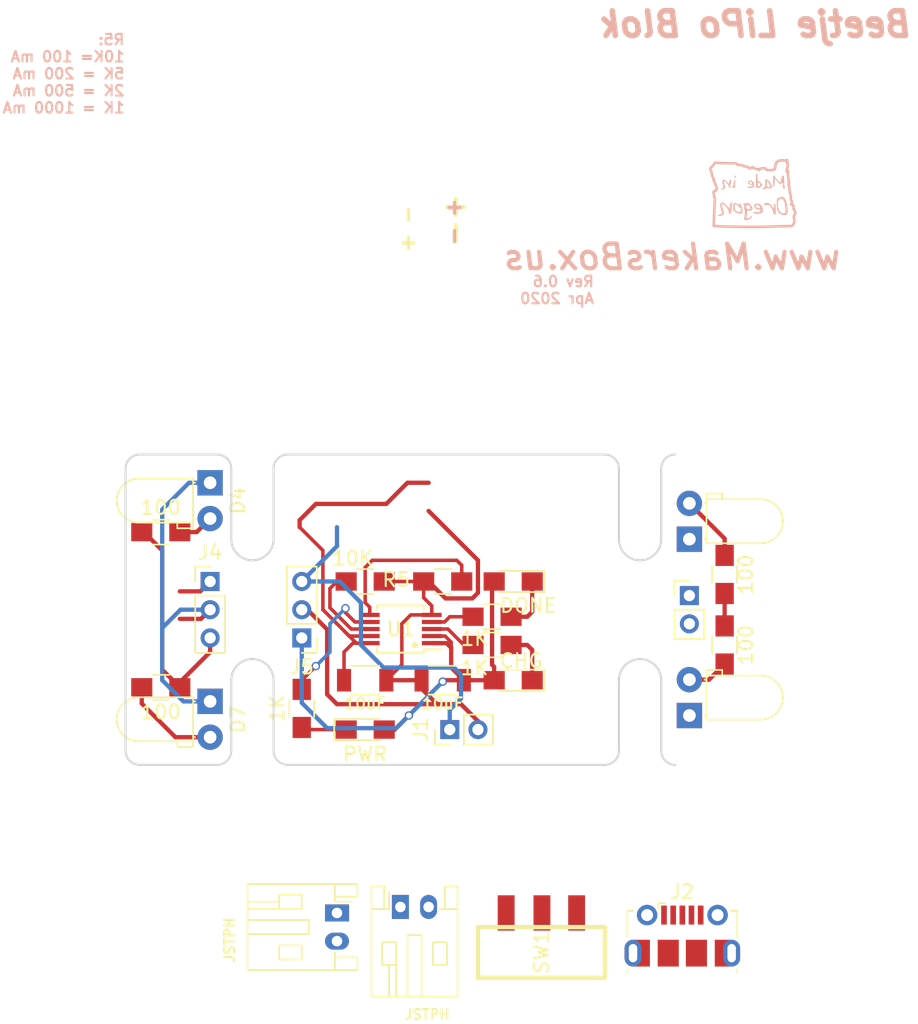
<source format=kicad_pcb>
(kicad_pcb (version 4) (host pcbnew 4.0.6)

  (general
    (links 44)
    (no_connects 12)
    (area 113.424999 127.924999 152.575001 150.075001)
    (thickness 1.6)
    (drawings 44)
    (tracks 144)
    (zones 0)
    (modules 28)
    (nets 25)
  )

  (page A)
  (title_block
    (title "Beetje 32U4 Blok")
    (date 2018-08-10)
    (rev 0.0)
    (company www.MakersBox.us)
    (comment 1 648.ken@gmail.com)
  )

  (layers
    (0 F.Cu signal)
    (31 B.Cu signal)
    (32 B.Adhes user)
    (33 F.Adhes user)
    (34 B.Paste user)
    (35 F.Paste user)
    (36 B.SilkS user)
    (37 F.SilkS user)
    (38 B.Mask user)
    (39 F.Mask user)
    (40 Dwgs.User user)
    (41 Cmts.User user)
    (42 Eco1.User user)
    (43 Eco2.User user)
    (44 Edge.Cuts user)
    (45 Margin user)
    (46 B.CrtYd user)
    (47 F.CrtYd user)
    (48 B.Fab user)
    (49 F.Fab user)
  )

  (setup
    (last_trace_width 0.3048)
    (user_trace_width 0.3048)
    (user_trace_width 0.4064)
    (user_trace_width 0.6096)
    (trace_clearance 0.2)
    (zone_clearance 0.508)
    (zone_45_only no)
    (trace_min 0.2)
    (segment_width 0.2)
    (edge_width 0.15)
    (via_size 0.6)
    (via_drill 0.4)
    (via_min_size 0.4)
    (via_min_drill 0.3)
    (uvia_size 0.3)
    (uvia_drill 0.1)
    (uvias_allowed no)
    (uvia_min_size 0.2)
    (uvia_min_drill 0.1)
    (pcb_text_width 0.3)
    (pcb_text_size 1.5 1.5)
    (mod_edge_width 0.15)
    (mod_text_size 1 1)
    (mod_text_width 0.15)
    (pad_size 2 2)
    (pad_drill 1.4)
    (pad_to_mask_clearance 0)
    (aux_axis_origin 0 0)
    (visible_elements 7FFFFFFF)
    (pcbplotparams
      (layerselection 0x00030_80000001)
      (usegerberextensions false)
      (excludeedgelayer true)
      (linewidth 0.100000)
      (plotframeref false)
      (viasonmask false)
      (mode 1)
      (useauxorigin false)
      (hpglpennumber 1)
      (hpglpenspeed 20)
      (hpglpendiameter 15)
      (hpglpenoverlay 2)
      (psnegative false)
      (psa4output false)
      (plotreference true)
      (plotvalue true)
      (plotinvisibletext false)
      (padsonsilk false)
      (subtractmaskfromsilk false)
      (outputformat 1)
      (mirror false)
      (drillshape 1)
      (scaleselection 1)
      (outputdirectory ""))
  )

  (net 0 "")
  (net 1 GND)
  (net 2 VBUS)
  (net 3 "Net-(D1-Pad1)")
  (net 4 "Net-(R3-Pad1)")
  (net 5 "Net-(C2-Pad1)")
  (net 6 "Net-(SW1-Pad1)")
  (net 7 "Net-(D2-Pad1)")
  (net 8 "Net-(D3-Pad1)")
  (net 9 "Net-(R1-Pad1)")
  (net 10 "Net-(R2-Pad1)")
  (net 11 "Net-(R4-Pad1)")
  (net 12 "Net-(R5-Pad1)")
  (net 13 "Net-(D4-Pad2)")
  (net 14 "Net-(D5-Pad2)")
  (net 15 "Net-(D6-Pad2)")
  (net 16 "Net-(D7-Pad2)")
  (net 17 "Net-(J2-Pad2)")
  (net 18 "Net-(J2-Pad3)")
  (net 19 "Net-(D4-Pad1)")
  (net 20 "Net-(J2-Pad1)")
  (net 21 "Net-(J4-Pad3)")
  (net 22 /LED_PWR)
  (net 23 "Net-(D5-Pad1)")
  (net 24 "Net-(J6-Pad1)")

  (net_class Default "This is the default net class."
    (clearance 0.2)
    (trace_width 0.25)
    (via_dia 0.6)
    (via_drill 0.4)
    (uvia_dia 0.3)
    (uvia_drill 0.1)
    (add_net /LED_PWR)
    (add_net GND)
    (add_net "Net-(C2-Pad1)")
    (add_net "Net-(D1-Pad1)")
    (add_net "Net-(D2-Pad1)")
    (add_net "Net-(D3-Pad1)")
    (add_net "Net-(D4-Pad1)")
    (add_net "Net-(D4-Pad2)")
    (add_net "Net-(D5-Pad1)")
    (add_net "Net-(D5-Pad2)")
    (add_net "Net-(D6-Pad2)")
    (add_net "Net-(D7-Pad2)")
    (add_net "Net-(J2-Pad1)")
    (add_net "Net-(J2-Pad2)")
    (add_net "Net-(J2-Pad3)")
    (add_net "Net-(J4-Pad3)")
    (add_net "Net-(J6-Pad1)")
    (add_net "Net-(R1-Pad1)")
    (add_net "Net-(R2-Pad1)")
    (add_net "Net-(R3-Pad1)")
    (add_net "Net-(R4-Pad1)")
    (add_net "Net-(R5-Pad1)")
    (add_net "Net-(SW1-Pad1)")
    (add_net VBUS)
  )

  (module footprints:JST_PH_S2B-PH-K_02x2.00mm_Angled (layer F.Cu) (tedit 5B91FB8A) (tstamp 5EA8BA3A)
    (at 128.5 160.5 270)
    (descr "JST PH series connector, S2B-PH-K, side entry type, through hole, Datasheet: http://www.jst-mfg.com/product/pdf/eng/ePH.pdf")
    (tags "connector jst ph")
    (path /5B7F07B5)
    (fp_text reference J3 (at 3.048 1.27 540) (layer F.SilkS) hide
      (effects (font (size 1 1) (thickness 0.15)))
    )
    (fp_text value JSTPH (at 1.905 7.62 270) (layer F.SilkS)
      (effects (font (size 0.7 0.7) (thickness 0.15)))
    )
    (fp_line (start 0.5 6.35) (end 0.5 2) (layer F.SilkS) (width 0.12))
    (fp_line (start 0.5 2) (end 1.5 2) (layer F.SilkS) (width 0.12))
    (fp_line (start 1.5 2) (end 1.5 6.35) (layer F.SilkS) (width 0.12))
    (fp_line (start -0.8 0.15) (end -1.15 0.15) (layer F.SilkS) (width 0.12))
    (fp_line (start -1.15 0.15) (end -1.15 -1.45) (layer F.SilkS) (width 0.12))
    (fp_line (start -1.15 -1.45) (end -2.05 -1.45) (layer F.SilkS) (width 0.12))
    (fp_line (start -2.05 -1.45) (end -2.05 6.35) (layer F.SilkS) (width 0.12))
    (fp_line (start -2.05 6.35) (end 4.05 6.35) (layer F.SilkS) (width 0.12))
    (fp_line (start 4.05 6.35) (end 4.05 -1.45) (layer F.SilkS) (width 0.12))
    (fp_line (start 4.05 -1.45) (end 3.15 -1.45) (layer F.SilkS) (width 0.12))
    (fp_line (start 3.15 -1.45) (end 3.15 0.15) (layer F.SilkS) (width 0.12))
    (fp_line (start 3.15 0.15) (end 2.8 0.15) (layer F.SilkS) (width 0.12))
    (fp_line (start -2.05 0.15) (end -1.15 0.15) (layer F.SilkS) (width 0.12))
    (fp_line (start 4.05 0.15) (end 3.15 0.15) (layer F.SilkS) (width 0.12))
    (fp_line (start -1.3 2.5) (end -1.3 4.1) (layer F.SilkS) (width 0.12))
    (fp_line (start -1.3 4.1) (end -0.3 4.1) (layer F.SilkS) (width 0.12))
    (fp_line (start -0.3 4.1) (end -0.3 2.5) (layer F.SilkS) (width 0.12))
    (fp_line (start -0.3 2.5) (end -1.3 2.5) (layer F.SilkS) (width 0.12))
    (fp_line (start 3.3 2.5) (end 3.3 4.1) (layer F.SilkS) (width 0.12))
    (fp_line (start 3.3 4.1) (end 2.3 4.1) (layer F.SilkS) (width 0.12))
    (fp_line (start 2.3 4.1) (end 2.3 2.5) (layer F.SilkS) (width 0.12))
    (fp_line (start 2.3 2.5) (end 3.3 2.5) (layer F.SilkS) (width 0.12))
    (fp_line (start -0.3 4.1) (end -0.3 6.35) (layer F.SilkS) (width 0.12))
    (fp_line (start -0.8 4.1) (end -0.8 6.35) (layer F.SilkS) (width 0.12))
    (fp_line (start -2.45 -1.85) (end -2.45 6.75) (layer F.CrtYd) (width 0.05))
    (fp_line (start -2.45 6.75) (end 4.45 6.75) (layer F.CrtYd) (width 0.05))
    (fp_line (start 4.45 6.75) (end 4.45 -1.85) (layer F.CrtYd) (width 0.05))
    (fp_line (start 4.45 -1.85) (end -2.45 -1.85) (layer F.CrtYd) (width 0.05))
    (fp_line (start -1.25 0.25) (end -1.25 -1.35) (layer F.Fab) (width 0.1))
    (fp_line (start -1.25 -1.35) (end -1.95 -1.35) (layer F.Fab) (width 0.1))
    (fp_line (start -1.95 -1.35) (end -1.95 6.25) (layer F.Fab) (width 0.1))
    (fp_line (start -1.95 6.25) (end 3.95 6.25) (layer F.Fab) (width 0.1))
    (fp_line (start 3.95 6.25) (end 3.95 -1.35) (layer F.Fab) (width 0.1))
    (fp_line (start 3.95 -1.35) (end 3.25 -1.35) (layer F.Fab) (width 0.1))
    (fp_line (start 3.25 -1.35) (end 3.25 0.25) (layer F.Fab) (width 0.1))
    (fp_line (start 3.25 0.25) (end -1.25 0.25) (layer F.Fab) (width 0.1))
    (fp_line (start -0.8 0.15) (end -0.8 -1.05) (layer F.SilkS) (width 0.12))
    (fp_line (start 0 0.85) (end -0.5 1.35) (layer F.Fab) (width 0.1))
    (fp_line (start -0.5 1.35) (end 0.5 1.35) (layer F.Fab) (width 0.1))
    (fp_line (start 0.5 1.35) (end 0 0.85) (layer F.Fab) (width 0.1))
    (fp_text user %R (at 1 2.5 270) (layer F.Fab)
      (effects (font (size 1 1) (thickness 0.15)))
    )
    (pad 1 thru_hole rect (at 0 0 270) (size 1.2 1.7) (drill 0.75) (layers *.Cu *.Mask)
      (net 5 "Net-(C2-Pad1)"))
    (pad 2 thru_hole oval (at 2 0 270) (size 1.2 1.7) (drill 0.75) (layers *.Cu *.Mask)
      (net 1 GND))
    (model ${KISYS3DMOD}/Connectors_JST.3dshapes/JST_PH_S2B-PH-K_02x2.00mm_Angled.wrl
      (at (xyz 0 0 0))
      (scale (xyz 1 1 1))
      (rotate (xyz 0 0 0))
    )
  )

  (module footprints:SPST_SMD (layer F.Cu) (tedit 5EA8B81E) (tstamp 5EA8B242)
    (at 143 160.5)
    (descr "Through hole pin header")
    (tags "pin header")
    (path /5B9534D5)
    (fp_text reference SW1 (at 0 2.794 270) (layer F.SilkS)
      (effects (font (size 1 1) (thickness 0.15)))
    )
    (fp_text value SW_SPDT (at 0.1 0) (layer F.Fab)
      (effects (font (size 1 1) (thickness 0.15)))
    )
    (fp_line (start -1 6.7) (end -0.5 6.7) (layer F.Fab) (width 0.15))
    (fp_line (start -0.5 6.7) (end -0.5 4.7) (layer F.Fab) (width 0.15))
    (fp_line (start -2 6.7) (end -1 6.7) (layer F.Fab) (width 0.15))
    (fp_line (start -2 4.7) (end -2 6.7) (layer F.Fab) (width 0.15))
    (fp_line (start -4.5 4.6) (end 4.5 4.6) (layer F.SilkS) (width 0.3048))
    (fp_line (start 4.5 1) (end 4.5 4.6) (layer F.SilkS) (width 0.3048))
    (fp_line (start -4.5 1) (end -4.5 4.6) (layer F.SilkS) (width 0.3048))
    (fp_line (start -4.5 1) (end 4.5 1) (layer F.SilkS) (width 0.3048))
    (fp_text user JS102011SAQN (at 0 1.7) (layer F.Fab)
      (effects (font (size 0.8 0.8) (thickness 0.1)))
    )
    (pad "" np_thru_hole circle (at 3.4 2.75) (size 0.9 0.9) (drill 0.9) (layers *.Cu *.Mask))
    (pad 1 smd rect (at -2.5 0) (size 1.2 2.5) (layers F.Cu F.Paste F.Mask)
      (net 6 "Net-(SW1-Pad1)"))
    (pad 2 smd rect (at 0.04 0) (size 1.2 2.5) (layers F.Cu F.Paste F.Mask)
      (net 22 /LED_PWR))
    (pad 3 smd rect (at 2.5 0) (size 1.2 2.5) (layers F.Cu F.Paste F.Mask)
      (net 5 "Net-(C2-Pad1)"))
    (pad "" np_thru_hole circle (at -3.4 2.75) (size 0.9 0.9) (drill 0.9) (layers *.Cu *.Mask))
    (model Pin_Headers.3dshapes/Pin_Header_Straight_2x06.wrl
      (at (xyz 0.05 -0.25 0))
      (scale (xyz 1 1 1))
      (rotate (xyz 0 0 90))
    )
  )

  (module footprints:MadeInOregonRev25 (layer F.Cu) (tedit 5B7EDC1C) (tstamp 5B7740E4)
    (at 158 109.5)
    (fp_text reference VAL (at 0 0) (layer F.SilkS) hide
      (effects (font (size 1.143 1.143) (thickness 0.1778)))
    )
    (fp_text value MadeInOregonRev25 (at 0 0) (layer F.SilkS) hide
      (effects (font (size 0.5 0.5) (thickness 0.125)))
    )
    (fp_poly (pts (xy -3.09626 -1.76022) (xy -3.09626 -1.72212) (xy -3.09372 -1.69672) (xy -3.09118 -1.67386)
      (xy -3.0861 -1.65608) (xy -3.07594 -1.63576) (xy -3.0734 -1.62814) (xy -3.0607 -1.6002)
      (xy -3.05054 -1.5748) (xy -3.04038 -1.54432) (xy -3.03022 -1.50876) (xy -3.02006 -1.46304)
      (xy -3.00736 -1.4097) (xy -3.00228 -1.39192) (xy -2.98704 -1.31826) (xy -2.96926 -1.2573)
      (xy -2.95402 -1.20396) (xy -2.9337 -1.15824) (xy -2.91338 -1.1176) (xy -2.91338 -1.74752)
      (xy -2.91338 -1.76276) (xy -2.91084 -1.77546) (xy -2.90322 -1.78816) (xy -2.89052 -1.8034)
      (xy -2.86766 -1.82118) (xy -2.8575 -1.83134) (xy -2.82956 -1.8542) (xy -2.80416 -1.8796)
      (xy -2.78638 -1.90246) (xy -2.77876 -1.91008) (xy -2.76606 -1.92786) (xy -2.74574 -1.95326)
      (xy -2.72034 -1.98374) (xy -2.69494 -2.01422) (xy -2.6924 -2.01676) (xy -2.66954 -2.0447)
      (xy -2.64922 -2.0701) (xy -2.63652 -2.08788) (xy -2.6289 -2.09804) (xy -2.6289 -2.10058)
      (xy -2.62382 -2.10566) (xy -2.60604 -2.10566) (xy -2.58064 -2.10566) (xy -2.55016 -2.10058)
      (xy -2.51968 -2.0955) (xy -2.50952 -2.09296) (xy -2.49682 -2.09042) (xy -2.48412 -2.08534)
      (xy -2.46888 -2.08534) (xy -2.4511 -2.0828) (xy -2.4257 -2.08026) (xy -2.39268 -2.07772)
      (xy -2.35458 -2.07772) (xy -2.30632 -2.07518) (xy -2.2479 -2.07518) (xy -2.17678 -2.07264)
      (xy -2.09296 -2.0701) (xy -2.03962 -2.0701) (xy -1.95326 -2.06756) (xy -1.8669 -2.06756)
      (xy -1.78054 -2.06502) (xy -1.69672 -2.06502) (xy -1.61798 -2.06248) (xy -1.54686 -2.06248)
      (xy -1.48336 -2.06248) (xy -1.4351 -2.06248) (xy -1.4224 -2.06248) (xy -1.22936 -2.06248)
      (xy -1.1684 -2.00152) (xy -1.10744 -1.9431) (xy -1.0668 -1.9431) (xy -1.03886 -1.9431)
      (xy -1.0033 -1.94564) (xy -0.97536 -1.95072) (xy -0.94234 -1.95326) (xy -0.91186 -1.95072)
      (xy -0.87884 -1.94564) (xy -0.8382 -1.93548) (xy -0.79248 -1.9177) (xy -0.7366 -1.89484)
      (xy -0.72136 -1.88976) (xy -0.67818 -1.86944) (xy -0.64516 -1.85674) (xy -0.61722 -1.84912)
      (xy -0.59182 -1.84404) (xy -0.56388 -1.83896) (xy -0.5461 -1.83642) (xy -0.50038 -1.83134)
      (xy -0.46482 -1.82626) (xy -0.43688 -1.81864) (xy -0.41656 -1.80848) (xy -0.39624 -1.79578)
      (xy -0.37592 -1.77546) (xy -0.37338 -1.77292) (xy -0.35052 -1.7526) (xy -0.32512 -1.73482)
      (xy -0.30734 -1.72212) (xy -0.30734 -1.72212) (xy -0.28702 -1.71704) (xy -0.25654 -1.71196)
      (xy -0.22098 -1.70434) (xy -0.18288 -1.7018) (xy -0.14986 -1.69672) (xy -0.12446 -1.69672)
      (xy -0.10922 -1.69926) (xy -0.09652 -1.70688) (xy -0.07366 -1.71958) (xy -0.05334 -1.73736)
      (xy -0.03048 -1.75768) (xy -0.01524 -1.7653) (xy -0.00508 -1.76784) (xy 0 -1.7653)
      (xy 0.01016 -1.75768) (xy 0.03048 -1.74498) (xy 0.05842 -1.7272) (xy 0.0889 -1.70688)
      (xy 0.09652 -1.7018) (xy 0.18288 -1.64846) (xy 0.25908 -1.64592) (xy 0.29464 -1.64338)
      (xy 0.3175 -1.64084) (xy 0.3302 -1.6383) (xy 0.34036 -1.63322) (xy 0.34544 -1.6256)
      (xy 0.34798 -1.62052) (xy 0.3683 -1.59766) (xy 0.39624 -1.58242) (xy 0.42672 -1.5748)
      (xy 0.4318 -1.5748) (xy 0.45974 -1.58242) (xy 0.48768 -1.6002) (xy 0.51562 -1.63068)
      (xy 0.52578 -1.64338) (xy 0.53848 -1.65608) (xy 0.5461 -1.66624) (xy 0.55626 -1.67386)
      (xy 0.56896 -1.68148) (xy 0.58928 -1.68402) (xy 0.61468 -1.6891) (xy 0.65278 -1.69418)
      (xy 0.70104 -1.69672) (xy 0.71628 -1.69926) (xy 0.8255 -1.70942) (xy 0.85598 -1.68148)
      (xy 0.89154 -1.64846) (xy 0.9271 -1.62306) (xy 0.95758 -1.60274) (xy 0.96774 -1.59766)
      (xy 0.9906 -1.59258) (xy 1.02362 -1.5875) (xy 1.0668 -1.58242) (xy 1.11252 -1.57734)
      (xy 1.16332 -1.57226) (xy 1.21158 -1.56972) (xy 1.2573 -1.56972) (xy 1.25984 -1.56972)
      (xy 1.3081 -1.56972) (xy 1.35128 -1.5748) (xy 1.39446 -1.57988) (xy 1.44272 -1.59004)
      (xy 1.48844 -1.6002) (xy 1.52146 -1.61036) (xy 1.54686 -1.62306) (xy 1.56972 -1.63576)
      (xy 1.59258 -1.65608) (xy 1.61798 -1.68148) (xy 1.63576 -1.7018) (xy 1.651 -1.72212)
      (xy 1.65862 -1.74498) (xy 1.66624 -1.77292) (xy 1.67386 -1.80848) (xy 1.6764 -1.85166)
      (xy 1.68148 -1.90246) (xy 1.6891 -1.9812) (xy 1.7018 -2.04978) (xy 1.72212 -2.10566)
      (xy 1.74752 -2.15138) (xy 1.75006 -2.15646) (xy 1.77546 -2.18186) (xy 1.81356 -2.2098)
      (xy 1.82626 -2.21742) (xy 1.8542 -2.23012) (xy 1.87706 -2.24028) (xy 1.89484 -2.24282)
      (xy 1.9177 -2.24282) (xy 1.92024 -2.24282) (xy 1.95834 -2.24282) (xy 2.00152 -2.25044)
      (xy 2.032 -2.25806) (xy 2.0701 -2.27076) (xy 2.09804 -2.27584) (xy 2.11582 -2.27838)
      (xy 2.13106 -2.2733) (xy 2.1463 -2.26822) (xy 2.15392 -2.26314) (xy 2.1844 -2.2479)
      (xy 2.22758 -2.24282) (xy 2.27584 -2.2479) (xy 2.29108 -2.25298) (xy 2.31394 -2.25806)
      (xy 2.33426 -2.26314) (xy 2.34188 -2.26314) (xy 2.34188 -2.25806) (xy 2.34442 -2.23774)
      (xy 2.34442 -2.21488) (xy 2.34442 -2.21234) (xy 2.34442 -2.1844) (xy 2.34696 -2.16408)
      (xy 2.35204 -2.1463) (xy 2.36474 -2.12852) (xy 2.3876 -2.0955) (xy 2.37998 -1.97612)
      (xy 2.37744 -1.9304) (xy 2.37236 -1.89738) (xy 2.36982 -1.87198) (xy 2.36474 -1.8542)
      (xy 2.35966 -1.83896) (xy 2.35204 -1.82372) (xy 2.34696 -1.8161) (xy 2.33172 -1.78562)
      (xy 2.3241 -1.75768) (xy 2.3241 -1.73736) (xy 2.32156 -1.70942) (xy 2.31902 -1.68656)
      (xy 2.31648 -1.67894) (xy 2.31394 -1.66116) (xy 2.30886 -1.63576) (xy 2.30886 -1.60274)
      (xy 2.30886 -1.59004) (xy 2.30886 -1.55702) (xy 2.30886 -1.5367) (xy 2.31394 -1.52146)
      (xy 2.32156 -1.5113) (xy 2.33172 -1.4986) (xy 2.33426 -1.49606) (xy 2.35458 -1.48082)
      (xy 2.3749 -1.4732) (xy 2.37744 -1.47066) (xy 2.3876 -1.47066) (xy 2.39268 -1.46558)
      (xy 2.39776 -1.45034) (xy 2.4003 -1.42494) (xy 2.40284 -1.39192) (xy 2.40538 -1.35382)
      (xy 2.40538 -1.33096) (xy 2.40792 -1.28778) (xy 2.413 -1.2319) (xy 2.42062 -1.16078)
      (xy 2.43332 -1.07442) (xy 2.4511 -0.97536) (xy 2.4511 -0.96774) (xy 2.45872 -0.92456)
      (xy 2.4638 -0.88392) (xy 2.46888 -0.85344) (xy 2.47142 -0.83058) (xy 2.47396 -0.82296)
      (xy 2.47396 -0.81026) (xy 2.47142 -0.7874) (xy 2.47142 -0.75692) (xy 2.46888 -0.72644)
      (xy 2.46888 -0.69342) (xy 2.46634 -0.66294) (xy 2.4638 -0.64262) (xy 2.46126 -0.635)
      (xy 2.4511 -0.6096) (xy 2.44856 -0.57912) (xy 2.4511 -0.54864) (xy 2.46126 -0.52324)
      (xy 2.4765 -0.51054) (xy 2.48412 -0.49784) (xy 2.49174 -0.47244) (xy 2.5019 -0.4318)
      (xy 2.50952 -0.37592) (xy 2.51968 -0.30734) (xy 2.5273 -0.2286) (xy 2.53238 -0.16764)
      (xy 2.53746 -0.1143) (xy 2.54254 -0.0635) (xy 2.54762 -0.02032) (xy 2.5527 0.01524)
      (xy 2.55524 0.04064) (xy 2.55778 0.05334) (xy 2.56794 0.07366) (xy 2.5781 0.1016)
      (xy 2.58826 0.127) (xy 2.59588 0.14732) (xy 2.6035 0.16256) (xy 2.60604 0.18034)
      (xy 2.60858 0.20066) (xy 2.60858 0.22606) (xy 2.60604 0.25908) (xy 2.6035 0.3048)
      (xy 2.6035 0.32512) (xy 2.60096 0.37084) (xy 2.60096 0.4064) (xy 2.60604 0.43434)
      (xy 2.61366 0.45974) (xy 2.62636 0.48768) (xy 2.64668 0.5207) (xy 2.66446 0.5588)
      (xy 2.67462 0.58674) (xy 2.6797 0.61468) (xy 2.67462 0.64262) (xy 2.66446 0.68072)
      (xy 2.65938 0.69088) (xy 2.64668 0.72898) (xy 2.63906 0.75946) (xy 2.63906 0.77978)
      (xy 2.6416 0.79756) (xy 2.64922 0.8128) (xy 2.64922 0.81534) (xy 2.66446 0.83058)
      (xy 2.68986 0.84836) (xy 2.72034 0.86614) (xy 2.75336 0.87884) (xy 2.77368 0.88646)
      (xy 2.794 0.89154) (xy 2.794 0.98044) (xy 2.794 1.07188) (xy 2.82448 1.13538)
      (xy 2.8575 1.20396) (xy 2.8829 1.26238) (xy 2.90322 1.31064) (xy 2.91592 1.3462)
      (xy 2.921 1.36652) (xy 2.92354 1.3843) (xy 2.92354 1.39954) (xy 2.91592 1.41478)
      (xy 2.90068 1.4351) (xy 2.90068 1.43764) (xy 2.87274 1.47828) (xy 2.84988 1.51638)
      (xy 2.8321 1.5621) (xy 2.82448 1.59004) (xy 2.80924 1.64338) (xy 2.8321 1.74244)
      (xy 2.84734 1.80848) (xy 2.85496 1.86182) (xy 2.86004 1.90754) (xy 2.86004 1.94818)
      (xy 2.85242 1.98628) (xy 2.84226 2.02438) (xy 2.84226 2.02438) (xy 2.82702 2.06756)
      (xy 2.81432 2.10566) (xy 2.79908 2.13868) (xy 2.78892 2.16154) (xy 2.77876 2.1717)
      (xy 2.77876 2.17424) (xy 2.7686 2.17678) (xy 2.74828 2.1844) (xy 2.74066 2.18948)
      (xy 2.7178 2.1971) (xy 2.68224 2.20472) (xy 2.63398 2.2098) (xy 2.57302 2.21234)
      (xy 2.49682 2.21488) (xy 2.40792 2.21742) (xy 2.30632 2.21742) (xy 2.29616 2.21742)
      (xy 2.24028 2.21996) (xy 2.17424 2.21996) (xy 2.10058 2.2225) (xy 2.02184 2.2225)
      (xy 1.9431 2.22504) (xy 1.86944 2.23012) (xy 1.84912 2.23012) (xy 1.6129 2.23774)
      (xy 1.38684 2.2479) (xy 1.16332 2.25298) (xy 0.9398 2.25806) (xy 0.71882 2.26314)
      (xy 0.4953 2.26568) (xy 0.26924 2.26822) (xy 0.03556 2.26822) (xy -0.2032 2.26822)
      (xy -0.45466 2.26822) (xy -0.71628 2.26568) (xy -0.84836 2.26314) (xy -1.03378 2.2606)
      (xy -1.20396 2.25806) (xy -1.36144 2.25552) (xy -1.50622 2.25298) (xy -1.64084 2.25044)
      (xy -1.7653 2.2479) (xy -1.88214 2.24536) (xy -1.98882 2.24282) (xy -2.08788 2.23774)
      (xy -2.17932 2.2352) (xy -2.26822 2.23266) (xy -2.35204 2.22758) (xy -2.39776 2.22504)
      (xy -2.46126 2.2225) (xy -2.51968 2.21742) (xy -2.57302 2.21488) (xy -2.61874 2.21234)
      (xy -2.65176 2.2098) (xy -2.67462 2.2098) (xy -2.68732 2.2098) (xy -2.68732 2.2098)
      (xy -2.68732 2.20218) (xy -2.68478 2.17932) (xy -2.68478 2.1463) (xy -2.68224 2.09804)
      (xy -2.6797 2.03962) (xy -2.67716 1.97104) (xy -2.67208 1.8923) (xy -2.66954 1.80594)
      (xy -2.66446 1.70942) (xy -2.65938 1.60782) (xy -2.65684 1.50114) (xy -2.65176 1.38684)
      (xy -2.64414 1.27) (xy -2.64414 1.25476) (xy -2.63906 1.11506) (xy -2.63398 0.98806)
      (xy -2.6289 0.87376) (xy -2.62382 0.77216) (xy -2.61874 0.68326) (xy -2.6162 0.60452)
      (xy -2.61366 0.53848) (xy -2.61112 0.47752) (xy -2.61112 0.42926) (xy -2.61112 0.38608)
      (xy -2.61112 0.35306) (xy -2.61112 0.32258) (xy -2.61112 0.29972) (xy -2.61366 0.28194)
      (xy -2.6162 0.2667) (xy -2.61874 0.25654) (xy -2.62128 0.24638) (xy -2.62636 0.23876)
      (xy -2.63144 0.23368) (xy -2.63652 0.22606) (xy -2.6416 0.21844) (xy -2.6543 0.2032)
      (xy -2.66192 0.18796) (xy -2.66446 0.17272) (xy -2.66192 0.14732) (xy -2.66192 0.13716)
      (xy -2.66192 0.1016) (xy -2.66446 0.06858) (xy -2.67462 0.02794) (xy -2.67462 0.0254)
      (xy -2.68732 -0.01778) (xy -2.69494 -0.04826) (xy -2.69748 -0.07112) (xy -2.69748 -0.08382)
      (xy -2.69494 -0.09398) (xy -2.68732 -0.09906) (xy -2.68732 -0.1016) (xy -2.66954 -0.10668)
      (xy -2.64668 -0.1143) (xy -2.63652 -0.1143) (xy -2.60858 -0.12192) (xy -2.58572 -0.13208)
      (xy -2.5654 -0.14732) (xy -2.54762 -0.17018) (xy -2.52476 -0.20574) (xy -2.50698 -0.2413)
      (xy -2.4638 -0.3302) (xy -2.47142 -0.40894) (xy -2.4765 -0.43942) (xy -2.48158 -0.46736)
      (xy -2.4892 -0.49276) (xy -2.49682 -0.5207) (xy -2.50952 -0.55626) (xy -2.52984 -0.59944)
      (xy -2.53492 -0.61214) (xy -2.55524 -0.66294) (xy -2.5781 -0.71374) (xy -2.60096 -0.76708)
      (xy -2.62128 -0.8128) (xy -2.63144 -0.83058) (xy -2.64668 -0.86868) (xy -2.65938 -0.89662)
      (xy -2.667 -0.91694) (xy -2.66954 -0.92964) (xy -2.667 -0.9398) (xy -2.667 -0.94996)
      (xy -2.65938 -0.97536) (xy -2.65938 -1.00584) (xy -2.66954 -1.03886) (xy -2.68732 -1.0795)
      (xy -2.71272 -1.12776) (xy -2.71526 -1.1303) (xy -2.73812 -1.17094) (xy -2.75844 -1.2065)
      (xy -2.77368 -1.23698) (xy -2.78384 -1.26746) (xy -2.79654 -1.30048) (xy -2.8067 -1.34112)
      (xy -2.81686 -1.38684) (xy -2.82702 -1.43256) (xy -2.84226 -1.49606) (xy -2.85496 -1.54686)
      (xy -2.86512 -1.5875) (xy -2.87528 -1.62052) (xy -2.88544 -1.64846) (xy -2.89306 -1.67132)
      (xy -2.90068 -1.68148) (xy -2.9083 -1.70942) (xy -2.91338 -1.7399) (xy -2.91338 -1.74752)
      (xy -2.91338 -1.1176) (xy -2.91084 -1.11506) (xy -2.90576 -1.09982) (xy -2.88798 -1.07188)
      (xy -2.87782 -1.04902) (xy -2.87274 -1.03632) (xy -2.87274 -1.02616) (xy -2.87782 -1.016)
      (xy -2.88036 -0.99822) (xy -2.8829 -0.98044) (xy -2.87782 -0.95758) (xy -2.8702 -0.92964)
      (xy -2.85496 -0.89408) (xy -2.83464 -0.84582) (xy -2.8194 -0.81534) (xy -2.78384 -0.73406)
      (xy -2.74828 -0.65786) (xy -2.72034 -0.58928) (xy -2.69494 -0.52832) (xy -2.67462 -0.47752)
      (xy -2.66192 -0.43688) (xy -2.6543 -0.40894) (xy -2.6543 -0.4064) (xy -2.64922 -0.37846)
      (xy -2.65176 -0.36068) (xy -2.65684 -0.34036) (xy -2.66446 -0.32766) (xy -2.67462 -0.30734)
      (xy -2.68732 -0.29464) (xy -2.70256 -0.28702) (xy -2.72542 -0.28194) (xy -2.73812 -0.2794)
      (xy -2.75336 -0.27686) (xy -2.77114 -0.2667) (xy -2.78892 -0.25146) (xy -2.81686 -0.22606)
      (xy -2.82448 -0.2159) (xy -2.84988 -0.1905) (xy -2.86766 -0.17272) (xy -2.87782 -0.16002)
      (xy -2.8829 -0.14732) (xy -2.8829 -0.13208) (xy -2.8829 -0.12192) (xy -2.88036 -0.06858)
      (xy -2.86766 -0.00762) (xy -2.85242 0.05588) (xy -2.8448 0.08382) (xy -2.84226 0.10668)
      (xy -2.84226 0.12954) (xy -2.8448 0.16002) (xy -2.84734 0.1651) (xy -2.84988 0.19812)
      (xy -2.84988 0.22606) (xy -2.84226 0.24892) (xy -2.82448 0.27686) (xy -2.8067 0.29972)
      (xy -2.78384 0.32766) (xy -2.82702 1.3081) (xy -2.8321 1.42748) (xy -2.83718 1.54432)
      (xy -2.84226 1.65608) (xy -2.84734 1.76276) (xy -2.84988 1.86182) (xy -2.85496 1.95326)
      (xy -2.8575 2.03708) (xy -2.86004 2.11074) (xy -2.86258 2.17424) (xy -2.86512 2.22758)
      (xy -2.86512 2.26822) (xy -2.86512 2.29616) (xy -2.86512 2.3114) (xy -2.86512 2.3114)
      (xy -2.85496 2.3368) (xy -2.83464 2.35966) (xy -2.81178 2.3749) (xy -2.8067 2.37744)
      (xy -2.794 2.37998) (xy -2.76606 2.38252) (xy -2.72796 2.38506) (xy -2.6797 2.39014)
      (xy -2.62128 2.39268) (xy -2.55778 2.39776) (xy -2.48412 2.4003) (xy -2.40792 2.40538)
      (xy -2.32664 2.40792) (xy -2.24536 2.413) (xy -2.16154 2.41554) (xy -2.08026 2.41808)
      (xy -1.99898 2.42062) (xy -1.92278 2.42316) (xy -1.85166 2.4257) (xy -1.80848 2.42824)
      (xy -1.74752 2.42824) (xy -1.67386 2.43078) (xy -1.59004 2.43078) (xy -1.4986 2.43332)
      (xy -1.397 2.43586) (xy -1.29032 2.43586) (xy -1.1811 2.4384) (xy -1.0668 2.4384)
      (xy -0.95504 2.44094) (xy -0.84582 2.44348) (xy -0.80264 2.44348) (xy -0.70104 2.44348)
      (xy -0.59944 2.44602) (xy -0.50038 2.44602) (xy -0.40386 2.44856) (xy -0.31496 2.44856)
      (xy -0.23114 2.44856) (xy -0.15748 2.4511) (xy -0.09398 2.4511) (xy -0.04064 2.4511)
      (xy 0 2.4511) (xy 0.02286 2.4511) (xy 0.05842 2.4511) (xy 0.10922 2.4511)
      (xy 0.17018 2.4511) (xy 0.2413 2.4511) (xy 0.3175 2.4511) (xy 0.39878 2.44856)
      (xy 0.4826 2.44856) (xy 0.56642 2.44602) (xy 0.60198 2.44602) (xy 0.75692 2.44348)
      (xy 0.90678 2.4384) (xy 1.0541 2.43586) (xy 1.1938 2.43078) (xy 1.32588 2.42824)
      (xy 1.45034 2.42316) (xy 1.56464 2.42062) (xy 1.66624 2.41808) (xy 1.7526 2.413)
      (xy 1.77038 2.413) (xy 1.82626 2.41046) (xy 1.8923 2.40792) (xy 1.96342 2.40792)
      (xy 2.03454 2.40538) (xy 2.10312 2.40538) (xy 2.12852 2.40538) (xy 2.19456 2.40538)
      (xy 2.26822 2.40284) (xy 2.3495 2.40284) (xy 2.42824 2.39776) (xy 2.50444 2.39522)
      (xy 2.54254 2.39522) (xy 2.75844 2.38252) (xy 2.82956 2.3495) (xy 2.86258 2.33172)
      (xy 2.88798 2.31902) (xy 2.90576 2.30632) (xy 2.91084 2.30124) (xy 2.92608 2.28092)
      (xy 2.94132 2.25044) (xy 2.96164 2.2098) (xy 2.97942 2.16662) (xy 2.9972 2.12344)
      (xy 3.01244 2.08534) (xy 3.02514 2.0447) (xy 3.03276 2.01168) (xy 3.03784 1.98628)
      (xy 3.04038 1.9558) (xy 3.04038 1.93548) (xy 3.0353 1.86182) (xy 3.0226 1.778)
      (xy 3.00736 1.70434) (xy 2.99974 1.66878) (xy 2.99974 1.64084) (xy 3.00736 1.61036)
      (xy 3.0226 1.57734) (xy 3.04546 1.53924) (xy 3.0607 1.52146) (xy 3.08356 1.4859)
      (xy 3.0988 1.4605) (xy 3.10642 1.4351) (xy 3.10896 1.4097) (xy 3.10642 1.37668)
      (xy 3.0988 1.33858) (xy 3.09118 1.3081) (xy 3.07848 1.26746) (xy 3.0607 1.22174)
      (xy 3.04038 1.1684) (xy 3.01498 1.1176) (xy 2.99466 1.07442) (xy 2.98704 1.05664)
      (xy 2.97942 1.0414) (xy 2.97688 1.02362) (xy 2.97434 1.0033) (xy 2.97434 0.97282)
      (xy 2.97434 0.93218) (xy 2.97434 0.9271) (xy 2.9718 0.87884) (xy 2.96926 0.8382)
      (xy 2.96418 0.81026) (xy 2.95148 0.7874) (xy 2.9337 0.76708) (xy 2.90576 0.7493)
      (xy 2.86766 0.72898) (xy 2.84734 0.71882) (xy 2.84734 0.7112) (xy 2.84988 0.69342)
      (xy 2.85496 0.66802) (xy 2.8575 0.6604) (xy 2.86258 0.61468) (xy 2.86258 0.5842)
      (xy 2.86258 0.57658) (xy 2.84988 0.5334) (xy 2.82956 0.48768) (xy 2.8067 0.44196)
      (xy 2.79908 0.42926) (xy 2.79146 0.41656) (xy 2.78638 0.40386) (xy 2.7813 0.38862)
      (xy 2.7813 0.37084) (xy 2.7813 0.34798) (xy 2.7813 0.3175) (xy 2.78638 0.27432)
      (xy 2.79146 0.22098) (xy 2.79146 0.21844) (xy 2.79146 0.19304) (xy 2.79146 0.16764)
      (xy 2.78384 0.1397) (xy 2.77622 0.11176) (xy 2.76352 0.07874) (xy 2.75336 0.04826)
      (xy 2.7432 0.0254) (xy 2.74066 0.02032) (xy 2.73558 0.00762) (xy 2.7305 -0.0127)
      (xy 2.72796 -0.04064) (xy 2.72288 -0.07874) (xy 2.7178 -0.12954) (xy 2.71272 -0.1905)
      (xy 2.7051 -0.25908) (xy 2.69748 -0.32512) (xy 2.68986 -0.38862) (xy 2.6797 -0.44958)
      (xy 2.67208 -0.50292) (xy 2.66446 -0.5461) (xy 2.6543 -0.57658) (xy 2.65176 -0.58674)
      (xy 2.65176 -0.60452) (xy 2.6543 -0.6223) (xy 2.65684 -0.6477) (xy 2.65176 -0.68326)
      (xy 2.65176 -0.68326) (xy 2.64668 -0.71628) (xy 2.64922 -0.75184) (xy 2.65176 -0.76962)
      (xy 2.6543 -0.79248) (xy 2.65684 -0.8128) (xy 2.6543 -0.83566) (xy 2.65176 -0.8636)
      (xy 2.64414 -0.90424) (xy 2.6416 -0.91948) (xy 2.62382 -1.01346) (xy 2.61112 -1.09982)
      (xy 2.60096 -1.1811) (xy 2.59334 -1.26238) (xy 2.58572 -1.35128) (xy 2.58064 -1.42748)
      (xy 2.5781 -1.49352) (xy 2.57302 -1.54432) (xy 2.57048 -1.58496) (xy 2.5654 -1.61544)
      (xy 2.56286 -1.6383) (xy 2.55524 -1.65608) (xy 2.54762 -1.66878) (xy 2.53746 -1.6764)
      (xy 2.52984 -1.68402) (xy 2.51714 -1.69418) (xy 2.51206 -1.70688) (xy 2.5146 -1.72466)
      (xy 2.52222 -1.75006) (xy 2.53238 -1.77546) (xy 2.53238 -1.77546) (xy 2.54 -1.78816)
      (xy 2.54254 -1.79832) (xy 2.54762 -1.81102) (xy 2.55016 -1.8288) (xy 2.5527 -1.85166)
      (xy 2.55524 -1.88214) (xy 2.55778 -1.92532) (xy 2.56286 -1.97866) (xy 2.56286 -2.0066)
      (xy 2.57302 -2.159) (xy 2.54762 -2.18948) (xy 2.52222 -2.21996) (xy 2.52984 -2.29616)
      (xy 2.53238 -2.34442) (xy 2.53238 -2.37998) (xy 2.52984 -2.40538) (xy 2.51968 -2.4257)
      (xy 2.50698 -2.44094) (xy 2.50444 -2.44348) (xy 2.4892 -2.45618) (xy 2.47142 -2.46126)
      (xy 2.44856 -2.4638) (xy 2.42062 -2.4638) (xy 2.38252 -2.45618) (xy 2.33172 -2.44602)
      (xy 2.32664 -2.44348) (xy 2.2352 -2.42316) (xy 2.19964 -2.44348) (xy 2.17424 -2.45618)
      (xy 2.15138 -2.4638) (xy 2.12344 -2.4638) (xy 2.09296 -2.45872) (xy 2.04978 -2.4511)
      (xy 2.0193 -2.44348) (xy 1.98374 -2.43332) (xy 1.9558 -2.4257) (xy 1.93802 -2.42316)
      (xy 1.92024 -2.4257) (xy 1.90754 -2.42824) (xy 1.88722 -2.43078) (xy 1.86944 -2.43078)
      (xy 1.84912 -2.42824) (xy 1.82372 -2.41808) (xy 1.79324 -2.40284) (xy 1.76022 -2.38506)
      (xy 1.71958 -2.3622) (xy 1.6891 -2.34442) (xy 1.66624 -2.32664) (xy 1.64846 -2.3114)
      (xy 1.63068 -2.29362) (xy 1.6129 -2.27076) (xy 1.59258 -2.2479) (xy 1.57734 -2.22504)
      (xy 1.56718 -2.20472) (xy 1.55702 -2.17932) (xy 1.54432 -2.1463) (xy 1.53162 -2.10312)
      (xy 1.52908 -2.09296) (xy 1.51638 -2.0447) (xy 1.50876 -2.00406) (xy 1.50368 -1.96596)
      (xy 1.4986 -1.92278) (xy 1.4986 -1.90754) (xy 1.49606 -1.86182) (xy 1.49352 -1.8288)
      (xy 1.4859 -1.80594) (xy 1.4732 -1.7907) (xy 1.45288 -1.778) (xy 1.4224 -1.77038)
      (xy 1.39446 -1.76276) (xy 1.3335 -1.7526) (xy 1.26238 -1.74752) (xy 1.18364 -1.75006)
      (xy 1.10998 -1.75768) (xy 1.03124 -1.7653) (xy 0.9652 -1.82372) (xy 0.9398 -1.84912)
      (xy 0.9144 -1.8669) (xy 0.89408 -1.88214) (xy 0.88392 -1.88722) (xy 0.86868 -1.88722)
      (xy 0.84328 -1.88722) (xy 0.80518 -1.88722) (xy 0.762 -1.88214) (xy 0.7112 -1.8796)
      (xy 0.6604 -1.87452) (xy 0.6096 -1.86944) (xy 0.56642 -1.86436) (xy 0.52324 -1.85674)
      (xy 0.49276 -1.85166) (xy 0.47244 -1.8415) (xy 0.45974 -1.83642) (xy 0.44958 -1.8288)
      (xy 0.43942 -1.82372) (xy 0.42418 -1.82118) (xy 0.40386 -1.82118) (xy 0.37592 -1.82118)
      (xy 0.33782 -1.82118) (xy 0.23622 -1.82372) (xy 0.13208 -1.8923) (xy 0.09398 -1.9177)
      (xy 0.06096 -1.93802) (xy 0.03302 -1.9558) (xy 0.0127 -1.96596) (xy 0.00508 -1.97104)
      (xy -0.02286 -1.97866) (xy -0.04826 -1.97358) (xy -0.07874 -1.95834) (xy -0.1143 -1.92786)
      (xy -0.11684 -1.92532) (xy -0.1397 -1.905) (xy -0.15748 -1.8923) (xy -0.17272 -1.88468)
      (xy -0.18796 -1.88214) (xy -0.19304 -1.88214) (xy -0.21082 -1.88468) (xy -0.22352 -1.88722)
      (xy -0.2413 -1.89992) (xy -0.26162 -1.9177) (xy -0.27178 -1.92786) (xy -0.30226 -1.95326)
      (xy -0.33528 -1.97358) (xy -0.37338 -1.98882) (xy -0.41656 -1.99898) (xy -0.47244 -2.00914)
      (xy -0.50038 -2.01168) (xy -0.53848 -2.01676) (xy -0.56896 -2.02438) (xy -0.59944 -2.03454)
      (xy -0.635 -2.04724) (xy -0.66548 -2.05994) (xy -0.70866 -2.07772) (xy -0.75692 -2.0955)
      (xy -0.80264 -2.11074) (xy -0.83058 -2.11836) (xy -0.86868 -2.12598) (xy -0.89662 -2.1336)
      (xy -0.91948 -2.1336) (xy -0.94234 -2.1336) (xy -0.97282 -2.13106) (xy -1.03378 -2.12344)
      (xy -1.0922 -2.17678) (xy -1.12776 -2.2098) (xy -1.1557 -2.23012) (xy -1.17348 -2.2352)
      (xy -1.18618 -2.23774) (xy -1.21412 -2.23774) (xy -1.24968 -2.24028) (xy -1.2954 -2.24028)
      (xy -1.3462 -2.24028) (xy -1.40208 -2.24028) (xy -1.40462 -2.24028) (xy -1.48844 -2.24028)
      (xy -1.57734 -2.24282) (xy -1.66878 -2.24282) (xy -1.76022 -2.24282) (xy -1.85166 -2.24536)
      (xy -1.94056 -2.2479) (xy -2.02438 -2.2479) (xy -2.10566 -2.25044) (xy -2.18186 -2.25298)
      (xy -2.25044 -2.25552) (xy -2.30886 -2.25806) (xy -2.35966 -2.2606) (xy -2.39776 -2.26314)
      (xy -2.42316 -2.26568) (xy -2.43586 -2.26822) (xy -2.45364 -2.27076) (xy -2.48666 -2.27584)
      (xy -2.52476 -2.28092) (xy -2.5654 -2.28346) (xy -2.58572 -2.286) (xy -2.63144 -2.28854)
      (xy -2.66446 -2.29108) (xy -2.68732 -2.29108) (xy -2.7051 -2.29108) (xy -2.7178 -2.28854)
      (xy -2.72796 -2.28346) (xy -2.7305 -2.28092) (xy -2.7559 -2.2606) (xy -2.77876 -2.22758)
      (xy -2.78892 -2.19202) (xy -2.79654 -2.17678) (xy -2.81178 -2.15392) (xy -2.8321 -2.13106)
      (xy -2.83718 -2.12344) (xy -2.86258 -2.09296) (xy -2.88544 -2.06502) (xy -2.90576 -2.04216)
      (xy -2.9083 -2.03708) (xy -2.92354 -2.0193) (xy -2.94894 -1.9939) (xy -2.97688 -1.96596)
      (xy -3.00482 -1.93802) (xy -3.03276 -1.91262) (xy -3.05816 -1.88976) (xy -3.07594 -1.87198)
      (xy -3.0861 -1.85928) (xy -3.0861 -1.85928) (xy -3.09118 -1.8415) (xy -3.09626 -1.81102)
      (xy -3.09626 -1.77038) (xy -3.09626 -1.76022) (xy -3.09626 -1.76022)) (layer B.SilkS) (width 0.00254))
    (fp_poly (pts (xy -0.67056 0.70358) (xy -0.67056 0.72136) (xy -0.66802 0.72644) (xy -0.66548 0.74676)
      (xy -0.65532 0.7747) (xy -0.64262 0.80772) (xy -0.63246 0.83312) (xy -0.61468 0.8763)
      (xy -0.60198 0.90932) (xy -0.59436 0.93218) (xy -0.59182 0.94996) (xy -0.5969 0.9652)
      (xy -0.60198 0.9779) (xy -0.61722 0.99568) (xy -0.63246 1.01092) (xy -0.64516 1.02362)
      (xy -0.6477 1.03632) (xy -0.64262 1.05156) (xy -0.62484 1.07188) (xy -0.6223 1.07696)
      (xy -0.59944 1.10236) (xy -0.5842 1.12522) (xy -0.57404 1.14554) (xy -0.56896 1.17348)
      (xy -0.56388 1.2065) (xy -0.56134 1.24968) (xy -0.56134 1.26238) (xy -0.56134 1.31572)
      (xy -0.56134 1.36652) (xy -0.56642 1.41986) (xy -0.5715 1.47828) (xy -0.58166 1.54686)
      (xy -0.59182 1.62306) (xy -0.59944 1.66116) (xy -0.60706 1.71704) (xy -0.61468 1.76022)
      (xy -0.61722 1.79324) (xy -0.61976 1.8161) (xy -0.61722 1.83388) (xy -0.61468 1.84658)
      (xy -0.6096 1.85674) (xy -0.6096 1.85928) (xy -0.60198 1.8669) (xy -0.59436 1.86944)
      (xy -0.58166 1.87198) (xy -0.56134 1.87452) (xy -0.53086 1.87452) (xy -0.51308 1.87452)
      (xy -0.47752 1.87452) (xy -0.45974 1.87198) (xy -0.45974 0.94234) (xy -0.45212 0.89662)
      (xy -0.43688 0.85344) (xy -0.41402 0.81788) (xy -0.40894 0.81026) (xy -0.38354 0.79502)
      (xy -0.35306 0.79248) (xy -0.32258 0.8001) (xy -0.2921 0.81788) (xy -0.26162 0.84582)
      (xy -0.23622 0.87884) (xy -0.21844 0.91948) (xy -0.21336 0.92964) (xy -0.20828 0.9525)
      (xy -0.2032 0.98044) (xy -0.19812 1.01092) (xy -0.19304 1.0414) (xy -0.1905 1.06934)
      (xy -0.18796 1.08712) (xy -0.1905 1.09728) (xy -0.20066 1.09982) (xy -0.22098 1.1049)
      (xy -0.24892 1.10998) (xy -0.2794 1.11252) (xy -0.30734 1.11506) (xy -0.3302 1.1176)
      (xy -0.34036 1.1176) (xy -0.36322 1.10998) (xy -0.38862 1.09474) (xy -0.39878 1.08458)
      (xy -0.4191 1.06172) (xy -0.43688 1.03886) (xy -0.44196 1.02616) (xy -0.4572 0.98806)
      (xy -0.45974 0.94234) (xy -0.45974 1.87198) (xy -0.4445 1.87198) (xy -0.42164 1.87198)
      (xy -0.41148 1.86944) (xy -0.37338 1.86182) (xy -0.3302 1.85166) (xy -0.28448 1.83642)
      (xy -0.24384 1.82372) (xy -0.21336 1.80848) (xy -0.20828 1.80848) (xy -0.17018 1.78562)
      (xy -0.13462 1.75768) (xy -0.10414 1.7272) (xy -0.08382 1.69926) (xy -0.07112 1.67386)
      (xy -0.07112 1.651) (xy -0.07112 1.651) (xy -0.08382 1.63068) (xy -0.10414 1.6129)
      (xy -0.12446 1.60528) (xy -0.12446 1.60528) (xy -0.1397 1.6129) (xy -0.16256 1.62814)
      (xy -0.19558 1.65608) (xy -0.20066 1.65862) (xy -0.24384 1.69672) (xy -0.28702 1.72466)
      (xy -0.3302 1.74498) (xy -0.37084 1.75768) (xy -0.40386 1.76276) (xy -0.4318 1.75514)
      (xy -0.43942 1.75006) (xy -0.44958 1.74244) (xy -0.45212 1.73482) (xy -0.45212 1.71958)
      (xy -0.44704 1.69672) (xy -0.4445 1.69418) (xy -0.44196 1.67386) (xy -0.43688 1.64338)
      (xy -0.4318 1.60274) (xy -0.42926 1.55194) (xy -0.42418 1.4859) (xy -0.4191 1.4097)
      (xy -0.41402 1.31826) (xy -0.41148 1.29286) (xy -0.4064 1.20142) (xy -0.27178 1.20142)
      (xy -0.21336 1.20142) (xy -0.17018 1.20142) (xy -0.13462 1.19888) (xy -0.10668 1.19126)
      (xy -0.08636 1.18364) (xy -0.06858 1.1684) (xy -0.0508 1.15316) (xy -0.04572 1.14808)
      (xy -0.03048 1.12776) (xy -0.0254 1.11506) (xy -0.0254 1.09474) (xy -0.02794 1.08458)
      (xy -0.04318 0.99822) (xy -0.06858 0.92202) (xy -0.1016 0.85598) (xy -0.14224 0.8001)
      (xy -0.1524 0.78994) (xy -0.18796 0.75692) (xy -0.22352 0.73406) (xy -0.26416 0.71374)
      (xy -0.29718 0.70104) (xy -0.3302 0.68834) (xy -0.36322 0.6731) (xy -0.37846 0.66548)
      (xy -0.4191 0.64262) (xy -0.44704 0.66548) (xy -0.4699 0.68326) (xy -0.49022 0.69596)
      (xy -0.51308 0.6985) (xy -0.54102 0.69596) (xy -0.57404 0.69088) (xy -0.60706 0.68326)
      (xy -0.62992 0.68326) (xy -0.64516 0.68326) (xy -0.65532 0.6858) (xy -0.66802 0.69342)
      (xy -0.67056 0.70358) (xy -0.67056 0.70358)) (layer B.SilkS) (width 0.00254))
    (fp_poly (pts (xy -2.47904 1.55448) (xy -2.47142 1.56464) (xy -2.47142 1.56718) (xy -2.45364 1.5748)
      (xy -2.4257 1.57988) (xy -2.39014 1.58242) (xy -2.3495 1.57988) (xy -2.30886 1.57734)
      (xy -2.29108 1.57226) (xy -2.24536 1.5621) (xy -2.1971 1.54686) (xy -2.15392 1.52654)
      (xy -2.11836 1.50622) (xy -2.0955 1.49098) (xy -2.08026 1.47828) (xy -2.07264 1.46558)
      (xy -2.06756 1.44526) (xy -2.06248 1.41986) (xy -2.05994 1.41224) (xy -2.0574 1.35636)
      (xy -2.06248 1.30048) (xy -2.07518 1.23698) (xy -2.09804 1.16586) (xy -2.10312 1.14808)
      (xy -2.13106 1.0668) (xy -2.15138 0.99568) (xy -2.16408 0.93218) (xy -2.16916 0.87376)
      (xy -2.16916 0.86614) (xy -2.16662 0.81788) (xy -2.159 0.77978) (xy -2.1463 0.75692)
      (xy -2.12598 0.74676) (xy -2.10058 0.75184) (xy -2.0955 0.75184) (xy -2.07772 0.76454)
      (xy -2.04978 0.78486) (xy -2.0193 0.81026) (xy -1.98628 0.8382) (xy -1.95326 0.86868)
      (xy -1.92278 0.89662) (xy -1.91516 0.90678) (xy -1.8415 0.99314) (xy -1.78308 1.08458)
      (xy -1.73736 1.17602) (xy -1.70688 1.27) (xy -1.69672 1.3335) (xy -1.69164 1.36398)
      (xy -1.68402 1.39192) (xy -1.6764 1.4097) (xy -1.6764 1.4097) (xy -1.66878 1.41986)
      (xy -1.66116 1.4224) (xy -1.64592 1.42494) (xy -1.62306 1.4224) (xy -1.59258 1.41732)
      (xy -1.55702 1.41224) (xy -1.51892 1.40462) (xy -1.51384 1.32334) (xy -1.5113 1.28016)
      (xy -1.5113 1.22936) (xy -1.50876 1.1811) (xy -1.50876 1.16078) (xy -1.50876 1.11252)
      (xy -1.50622 1.06426) (xy -1.50114 1.016) (xy -1.49606 0.96266) (xy -1.4859 0.89916)
      (xy -1.47574 0.82804) (xy -1.46812 0.78232) (xy -1.4605 0.7366) (xy -1.45542 0.69596)
      (xy -1.45034 0.6604) (xy -1.4478 0.63754) (xy -1.4478 0.62484) (xy -1.4478 0.6223)
      (xy -1.45796 0.61468) (xy -1.47574 0.61214) (xy -1.50114 0.61722) (xy -1.52654 0.62992)
      (xy -1.54686 0.64516) (xy -1.56464 0.66548) (xy -1.57988 0.69342) (xy -1.59512 0.73152)
      (xy -1.61036 0.77978) (xy -1.62306 0.84328) (xy -1.6256 0.84836) (xy -1.6383 0.9017)
      (xy -1.64592 0.94488) (xy -1.65608 0.97536) (xy -1.66116 0.99568) (xy -1.66624 1.00838)
      (xy -1.67132 1.01346) (xy -1.6764 1.016) (xy -1.6764 1.016) (xy -1.68402 1.01092)
      (xy -1.7018 0.99568) (xy -1.7272 0.97536) (xy -1.75768 0.94742) (xy -1.79324 0.9144)
      (xy -1.83134 0.8763) (xy -1.83388 0.87376) (xy -1.89992 0.81026) (xy -1.9558 0.75946)
      (xy -2.00152 0.71628) (xy -2.04216 0.68326) (xy -2.07772 0.65786) (xy -2.10566 0.64008)
      (xy -2.13106 0.62992) (xy -2.15392 0.62484) (xy -2.17678 0.62738) (xy -2.19964 0.63246)
      (xy -2.2225 0.64516) (xy -2.24282 0.65786) (xy -2.26822 0.67564) (xy -2.286 0.69342)
      (xy -2.29616 0.71882) (xy -2.30378 0.7493) (xy -2.30632 0.78994) (xy -2.30886 0.83566)
      (xy -2.30632 0.90424) (xy -2.30124 0.96266) (xy -2.28854 1.01346) (xy -2.27076 1.0668)
      (xy -2.26314 1.08712) (xy -2.24028 1.14808) (xy -2.2225 1.20904) (xy -2.21234 1.26746)
      (xy -2.20472 1.3208) (xy -2.20726 1.36906) (xy -2.21234 1.39954) (xy -2.21996 1.41732)
      (xy -2.23266 1.43256) (xy -2.25298 1.4478) (xy -2.28092 1.4605) (xy -2.31902 1.47574)
      (xy -2.3622 1.49098) (xy -2.39776 1.50368) (xy -2.42824 1.51638) (xy -2.45364 1.52908)
      (xy -2.4638 1.5367) (xy -2.4765 1.54686) (xy -2.47904 1.55448) (xy -2.47904 1.55448)) (layer B.SilkS) (width 0.00254))
    (fp_poly (pts (xy 1.69672 0.45974) (xy 1.69672 0.49784) (xy 1.69672 0.54356) (xy 1.69926 0.59944)
      (xy 1.7018 0.65786) (xy 1.7018 0.72136) (xy 1.70434 0.78486) (xy 1.70688 0.84836)
      (xy 1.70942 0.90678) (xy 1.71196 0.96012) (xy 1.7145 1.0033) (xy 1.71704 1.03886)
      (xy 1.71958 1.05664) (xy 1.7272 1.11252) (xy 1.74244 1.16332) (xy 1.7526 1.19634)
      (xy 1.76784 1.22936) (xy 1.78054 1.26238) (xy 1.78562 1.27762) (xy 1.78562 0.90424)
      (xy 1.78562 0.86614) (xy 1.78816 0.81788) (xy 1.78816 0.77978) (xy 1.7907 0.70358)
      (xy 1.79578 0.63754) (xy 1.80086 0.5842) (xy 1.80848 0.54102) (xy 1.8161 0.50292)
      (xy 1.8288 0.47244) (xy 1.83642 0.4572) (xy 1.85674 0.42418) (xy 1.8796 0.40386)
      (xy 1.91262 0.39116) (xy 1.95326 0.38862) (xy 1.95326 0.38862) (xy 1.9812 0.38862)
      (xy 1.99898 0.38354) (xy 2.01168 0.37592) (xy 2.01676 0.37084) (xy 2.03708 0.35306)
      (xy 2.05994 0.35052) (xy 2.0828 0.36068) (xy 2.11074 0.38354) (xy 2.11836 0.39116)
      (xy 2.15646 0.43942) (xy 2.19202 0.50038) (xy 2.2225 0.57404) (xy 2.25044 0.65532)
      (xy 2.2733 0.74676) (xy 2.286 0.80772) (xy 2.29362 0.86614) (xy 2.30124 0.92964)
      (xy 2.30632 0.99568) (xy 2.3114 1.06172) (xy 2.31394 1.12522) (xy 2.31648 1.18364)
      (xy 2.31648 1.23698) (xy 2.31394 1.28016) (xy 2.30886 1.31064) (xy 2.30886 1.31572)
      (xy 2.29362 1.34874) (xy 2.26822 1.37922) (xy 2.24028 1.39954) (xy 2.22758 1.40208)
      (xy 2.20726 1.40716) (xy 2.19202 1.4097) (xy 2.17424 1.4097) (xy 2.15138 1.40716)
      (xy 2.14376 1.40462) (xy 2.09296 1.38938) (xy 2.03962 1.36398) (xy 1.98882 1.3335)
      (xy 1.94564 1.29794) (xy 1.91008 1.25984) (xy 1.90246 1.24968) (xy 1.88976 1.22682)
      (xy 1.87452 1.1938) (xy 1.85674 1.15316) (xy 1.83896 1.10998) (xy 1.82118 1.0668)
      (xy 1.80594 1.02616) (xy 1.79578 0.99568) (xy 1.79578 0.99314) (xy 1.79324 0.97536)
      (xy 1.78816 0.95504) (xy 1.78816 0.93218) (xy 1.78562 0.90424) (xy 1.78562 1.27762)
      (xy 1.7907 1.29286) (xy 1.79324 1.29794) (xy 1.81356 1.33096) (xy 1.84404 1.36906)
      (xy 1.88468 1.40462) (xy 1.93294 1.44018) (xy 1.94818 1.4478) (xy 1.9685 1.4605)
      (xy 1.98882 1.47066) (xy 2.00914 1.47828) (xy 2.032 1.4859) (xy 2.06248 1.49098)
      (xy 2.10058 1.4986) (xy 2.15138 1.50876) (xy 2.159 1.50876) (xy 2.20726 1.51638)
      (xy 2.24028 1.52146) (xy 2.26822 1.524) (xy 2.28854 1.52146) (xy 2.30632 1.51892)
      (xy 2.3241 1.5113) (xy 2.32918 1.50876) (xy 2.3622 1.48844) (xy 2.39776 1.4605)
      (xy 2.42824 1.42748) (xy 2.4511 1.39446) (xy 2.45364 1.38938) (xy 2.46634 1.36398)
      (xy 2.47396 1.33604) (xy 2.47904 1.3081) (xy 2.48158 1.27254) (xy 2.48158 1.2319)
      (xy 2.47904 1.18364) (xy 2.47396 1.12522) (xy 2.46634 1.05664) (xy 2.45618 0.97536)
      (xy 2.44856 0.92964) (xy 2.43332 0.81788) (xy 2.413 0.71882) (xy 2.39522 0.62992)
      (xy 2.3749 0.55626) (xy 2.35458 0.49022) (xy 2.32918 0.43434) (xy 2.30378 0.38354)
      (xy 2.27584 0.3429) (xy 2.25044 0.31242) (xy 2.20472 0.27178) (xy 2.15392 0.24384)
      (xy 2.09804 0.2286) (xy 2.0447 0.22352) (xy 2.01676 0.22606) (xy 1.99898 0.23114)
      (xy 1.9812 0.2413) (xy 1.9812 0.24384) (xy 1.9558 0.25908) (xy 1.92024 0.2667)
      (xy 1.91262 0.26924) (xy 1.87706 0.27432) (xy 1.84404 0.28956) (xy 1.81102 0.31242)
      (xy 1.77292 0.34544) (xy 1.75006 0.3683) (xy 1.72466 0.3937) (xy 1.70942 0.41148)
      (xy 1.7018 0.42672) (xy 1.69672 0.43942) (xy 1.69672 0.45466) (xy 1.69672 0.45974)
      (xy 1.69672 0.45974)) (layer B.SilkS) (width 0.00254))
    (fp_poly (pts (xy 0.77978 0.74168) (xy 0.7874 0.75946) (xy 0.8001 0.7747) (xy 0.83566 0.80264)
      (xy 0.87376 0.81788) (xy 0.91948 0.82042) (xy 0.97028 0.81026) (xy 0.98298 0.80772)
      (xy 1.0287 0.79502) (xy 1.07188 0.79248) (xy 1.10998 0.80264) (xy 1.15062 0.8255)
      (xy 1.1938 0.86106) (xy 1.22428 0.889) (xy 1.28778 0.96266) (xy 1.33858 1.03378)
      (xy 1.37922 1.10998) (xy 1.4097 1.18872) (xy 1.43256 1.27762) (xy 1.44526 1.34366)
      (xy 1.45288 1.39446) (xy 1.4605 1.43002) (xy 1.46812 1.45542) (xy 1.47574 1.46812)
      (xy 1.48336 1.4732) (xy 1.49352 1.47574) (xy 1.51638 1.47828) (xy 1.54686 1.48336)
      (xy 1.56464 1.48336) (xy 1.6383 1.48844) (xy 1.63322 1.45034) (xy 1.63068 1.4351)
      (xy 1.63068 1.40462) (xy 1.62814 1.36398) (xy 1.6256 1.31572) (xy 1.6256 1.2573)
      (xy 1.62306 1.19634) (xy 1.62052 1.1303) (xy 1.62052 1.10998) (xy 1.62052 1.04394)
      (xy 1.61798 0.98044) (xy 1.61544 0.92456) (xy 1.6129 0.87376) (xy 1.61036 0.83312)
      (xy 1.61036 0.80264) (xy 1.60782 0.78486) (xy 1.60782 0.78232) (xy 1.59512 0.7493)
      (xy 1.57734 0.73152) (xy 1.55702 0.72644) (xy 1.5367 0.73406) (xy 1.52146 0.74422)
      (xy 1.50114 0.76962) (xy 1.49098 0.79502) (xy 1.48844 0.82296) (xy 1.49098 0.84582)
      (xy 1.49098 0.87122) (xy 1.49098 0.9017) (xy 1.48844 0.93218) (xy 1.4859 0.9652)
      (xy 1.48082 0.9906) (xy 1.47574 1.00838) (xy 1.47066 1.016) (xy 1.45796 1.01092)
      (xy 1.44018 0.99568) (xy 1.41986 0.97536) (xy 1.39446 0.94996) (xy 1.37414 0.92456)
      (xy 1.35382 0.89916) (xy 1.34112 0.88138) (xy 1.34112 0.87884) (xy 1.31826 0.84074)
      (xy 1.28778 0.80264) (xy 1.24714 0.76454) (xy 1.20142 0.72898) (xy 1.1557 0.6985)
      (xy 1.11252 0.67818) (xy 1.1049 0.67564) (xy 1.06426 0.66802) (xy 1.016 0.66548)
      (xy 0.96012 0.67056) (xy 0.9017 0.68072) (xy 0.87884 0.68834) (xy 0.83312 0.70104)
      (xy 0.80264 0.71374) (xy 0.78486 0.72644) (xy 0.77978 0.74168) (xy 0.77978 0.74168)) (layer B.SilkS) (width 0.00254))
    (fp_poly (pts (xy 0.0381 1.34112) (xy 0.0381 1.35636) (xy 0.04572 1.36652) (xy 0.0635 1.37922)
      (xy 0.06604 1.38176) (xy 0.1016 1.39446) (xy 0.14732 1.40716) (xy 0.20066 1.41732)
      (xy 0.25908 1.42494) (xy 0.32004 1.43002) (xy 0.381 1.43256) (xy 0.43688 1.43002)
      (xy 0.4826 1.42494) (xy 0.49784 1.4224) (xy 0.55626 1.40462) (xy 0.6096 1.37922)
      (xy 0.65532 1.34874) (xy 0.68834 1.31572) (xy 0.70358 1.29032) (xy 0.7112 1.26746)
      (xy 0.71374 1.23444) (xy 0.71628 1.20142) (xy 0.71882 1.16332) (xy 0.71628 1.12522)
      (xy 0.71374 1.0922) (xy 0.70866 1.0668) (xy 0.70104 1.04902) (xy 0.69342 1.04648)
      (xy 0.68834 1.03886) (xy 0.68072 1.02362) (xy 0.67564 1.00076) (xy 0.6731 0.98044)
      (xy 0.6731 0.97028) (xy 0.66802 0.94996) (xy 0.65786 0.91948) (xy 0.64008 0.889)
      (xy 0.6223 0.85598) (xy 0.60198 0.83058) (xy 0.59944 0.83058) (xy 0.57658 0.80772)
      (xy 0.5461 0.78232) (xy 0.508 0.75692) (xy 0.47244 0.73406) (xy 0.43942 0.71882)
      (xy 0.42672 0.71374) (xy 0.4064 0.7112) (xy 0.37846 0.7112) (xy 0.3429 0.7112)
      (xy 0.32004 0.71374) (xy 0.2667 0.71628) (xy 0.22606 0.72136) (xy 0.19558 0.72644)
      (xy 0.17272 0.7366) (xy 0.15494 0.74676) (xy 0.14732 0.75438) (xy 0.11938 0.78486)
      (xy 0.10414 0.82042) (xy 0.09906 0.8636) (xy 0.09906 0.88392) (xy 0.10668 0.94488)
      (xy 0.127 0.99314) (xy 0.15748 1.03124) (xy 0.19558 1.06172) (xy 0.19558 0.85598)
      (xy 0.20828 0.83312) (xy 0.23114 0.8128) (xy 0.26162 0.8001) (xy 0.29718 0.79248)
      (xy 0.33782 0.79502) (xy 0.35306 0.8001) (xy 0.38608 0.81534) (xy 0.4191 0.84328)
      (xy 0.45212 0.87884) (xy 0.4826 0.92202) (xy 0.50546 0.96774) (xy 0.508 0.9779)
      (xy 0.51562 1.0033) (xy 0.51816 1.02108) (xy 0.51308 1.03378) (xy 0.50038 1.0414)
      (xy 0.47498 1.0414) (xy 0.43942 1.03632) (xy 0.39116 1.02616) (xy 0.3683 1.02362)
      (xy 0.33528 1.01346) (xy 0.3048 1.0033) (xy 0.28194 0.99568) (xy 0.27432 0.9906)
      (xy 0.254 0.97282) (xy 0.23368 0.94742) (xy 0.21336 0.91948) (xy 0.20066 0.89408)
      (xy 0.19812 0.88392) (xy 0.19558 0.85598) (xy 0.19558 1.06172) (xy 0.19812 1.06172)
      (xy 0.2286 1.07442) (xy 0.24892 1.08204) (xy 0.26924 1.08966) (xy 0.28956 1.09474)
      (xy 0.3175 1.09982) (xy 0.35306 1.10744) (xy 0.39878 1.11506) (xy 0.41656 1.1176)
      (xy 0.4699 1.12776) (xy 0.51054 1.13792) (xy 0.53848 1.15316) (xy 0.55372 1.1684)
      (xy 0.55626 1.18872) (xy 0.54864 1.21158) (xy 0.54864 1.21412) (xy 0.52578 1.2446)
      (xy 0.49022 1.27254) (xy 0.4445 1.29794) (xy 0.39624 1.31318) (xy 0.34036 1.3208)
      (xy 0.27686 1.3208) (xy 0.2032 1.31064) (xy 0.18796 1.3081) (xy 0.14986 1.30048)
      (xy 0.12446 1.2954) (xy 0.10668 1.2954) (xy 0.09398 1.2954) (xy 0.08128 1.29794)
      (xy 0.06858 1.30556) (xy 0.0508 1.31572) (xy 0.04064 1.33096) (xy 0.0381 1.34112)
      (xy 0.0381 1.34112)) (layer B.SilkS) (width 0.00254))
    (fp_poly (pts (xy -1.38938 0.9398) (xy -1.38684 0.9906) (xy -1.38684 1.03886) (xy -1.3843 1.08458)
      (xy -1.38176 1.12522) (xy -1.37668 1.1557) (xy -1.37414 1.1684) (xy -1.36144 1.19634)
      (xy -1.33096 1.2319) (xy -1.31826 1.2446) (xy -1.29794 1.26238) (xy -1.29794 0.9017)
      (xy -1.29794 0.85598) (xy -1.2954 0.82042) (xy -1.29286 0.81788) (xy -1.28016 0.78994)
      (xy -1.26238 0.76708) (xy -1.23952 0.75184) (xy -1.22174 0.74676) (xy -1.2065 0.75184)
      (xy -1.18618 0.762) (xy -1.16078 0.77978) (xy -1.16078 0.77978) (xy -1.13792 0.8001)
      (xy -1.10998 0.82296) (xy -1.08204 0.8509) (xy -1.05156 0.87884) (xy -1.02616 0.90678)
      (xy -1.00584 0.92964) (xy -0.9906 0.94996) (xy -0.98552 0.96012) (xy -0.98298 0.97028)
      (xy -0.96774 0.9779) (xy -0.94234 0.98044) (xy -0.92456 0.98044) (xy -0.88646 0.98298)
      (xy -0.8763 1.016) (xy -0.87122 1.03632) (xy -0.86614 1.06934) (xy -0.86106 1.1049)
      (xy -0.85852 1.12268) (xy -0.85598 1.17348) (xy -0.85598 1.2192) (xy -0.86106 1.25476)
      (xy -0.86868 1.2827) (xy -0.87884 1.29286) (xy -0.9017 1.30556) (xy -0.93218 1.31064)
      (xy -0.97536 1.3081) (xy -1.02616 1.29794) (xy -1.06934 1.28778) (xy -1.12522 1.26746)
      (xy -1.1684 1.24714) (xy -1.20396 1.2192) (xy -1.22936 1.18618) (xy -1.25222 1.14554)
      (xy -1.26492 1.10744) (xy -1.27762 1.05918) (xy -1.28778 1.00584) (xy -1.2954 0.9525)
      (xy -1.29794 0.9017) (xy -1.29794 1.26238) (xy -1.27508 1.2827) (xy -1.22174 1.31572)
      (xy -1.15824 1.3462) (xy -1.08458 1.3716) (xy -0.99822 1.397) (xy -0.9271 1.41224)
      (xy -0.889 1.41986) (xy -0.85598 1.42748) (xy -0.83058 1.43256) (xy -0.81534 1.4351)
      (xy -0.8128 1.4351) (xy -0.80264 1.42748) (xy -0.78994 1.41478) (xy -0.77724 1.39954)
      (xy -0.75692 1.36906) (xy -0.74422 1.3335) (xy -0.7366 1.29286) (xy -0.73152 1.24206)
      (xy -0.73152 1.22174) (xy -0.7366 1.14046) (xy -0.74676 1.06426) (xy -0.76454 0.9906)
      (xy -0.79248 0.9144) (xy -0.8255 0.84074) (xy -0.84074 0.80772) (xy -0.85598 0.77724)
      (xy -0.86614 0.75438) (xy -0.87122 0.74168) (xy -0.88138 0.7239) (xy -0.90424 0.7112)
      (xy -0.92964 0.70612) (xy -0.9525 0.7112) (xy -0.97282 0.72136) (xy -0.97282 0.72136)
      (xy -0.98044 0.7366) (xy -0.98552 0.75692) (xy -0.98552 0.75946) (xy -0.9906 0.77978)
      (xy -1.0033 0.78994) (xy -1.01854 0.78486) (xy -1.04394 0.76962) (xy -1.04648 0.76708)
      (xy -1.1049 0.7239) (xy -1.1557 0.69342) (xy -1.20142 0.6731) (xy -1.24206 0.66548)
      (xy -1.27762 0.66802) (xy -1.31318 0.68326) (xy -1.32334 0.68834) (xy -1.3462 0.70866)
      (xy -1.36144 0.7366) (xy -1.37414 0.77216) (xy -1.38176 0.82042) (xy -1.38684 0.85344)
      (xy -1.38684 0.89408) (xy -1.38938 0.9398) (xy -1.38938 0.9398)) (layer B.SilkS) (width 0.00254))
    (fp_poly (pts (xy -2.27076 -0.31496) (xy -2.26568 -0.30734) (xy -2.2606 -0.30226) (xy -2.24028 -0.29972)
      (xy -2.21234 -0.29972) (xy -2.17678 -0.30226) (xy -2.14122 -0.3048) (xy -2.1209 -0.30988)
      (xy -2.08026 -0.32258) (xy -2.04216 -0.34036) (xy -2.00914 -0.35814) (xy -1.99136 -0.37338)
      (xy -1.98374 -0.38354) (xy -1.97866 -0.39624) (xy -1.97612 -0.41656) (xy -1.97612 -0.44704)
      (xy -1.97612 -0.4572) (xy -1.97866 -0.49784) (xy -1.9812 -0.52832) (xy -1.98882 -0.5588)
      (xy -1.99898 -0.58166) (xy -2.0193 -0.6477) (xy -2.03708 -0.70866) (xy -2.04724 -0.762)
      (xy -2.05486 -0.81026) (xy -2.05232 -0.8509) (xy -2.04724 -0.87884) (xy -2.03454 -0.89662)
      (xy -2.02946 -0.89916) (xy -2.01422 -0.89916) (xy -1.9939 -0.89154) (xy -1.9685 -0.87376)
      (xy -1.93548 -0.84582) (xy -1.90754 -0.82042) (xy -1.83896 -0.7493) (xy -1.78816 -0.67564)
      (xy -1.74752 -0.60452) (xy -1.72212 -0.52832) (xy -1.7145 -0.48768) (xy -1.70688 -0.45212)
      (xy -1.7018 -0.42926) (xy -1.69164 -0.41656) (xy -1.6764 -0.41148) (xy -1.651 -0.41402)
      (xy -1.6256 -0.4191) (xy -1.58496 -0.42672) (xy -1.58242 -0.508) (xy -1.57734 -0.65024)
      (xy -1.55956 -0.80264) (xy -1.5494 -0.86868) (xy -1.54432 -0.90678) (xy -1.53924 -0.94234)
      (xy -1.53416 -0.96774) (xy -1.53162 -0.98298) (xy -1.53162 -0.98552) (xy -1.5367 -0.99314)
      (xy -1.55194 -0.99314) (xy -1.5748 -0.9906) (xy -1.59258 -0.98298) (xy -1.60528 -0.97282)
      (xy -1.61544 -0.96266) (xy -1.6256 -0.94488) (xy -1.63576 -0.91948) (xy -1.64592 -0.88392)
      (xy -1.65862 -0.83566) (xy -1.66116 -0.82042) (xy -1.67132 -0.78232) (xy -1.67894 -0.7493)
      (xy -1.68656 -0.7239) (xy -1.69418 -0.7112) (xy -1.69418 -0.70866) (xy -1.7018 -0.7112)
      (xy -1.71958 -0.7239) (xy -1.75006 -0.7493) (xy -1.78816 -0.78232) (xy -1.8161 -0.81026)
      (xy -1.87198 -0.8636) (xy -1.9177 -0.90424) (xy -1.95326 -0.93726) (xy -1.98374 -0.96012)
      (xy -2.00914 -0.97536) (xy -2.02692 -0.98298) (xy -2.04216 -0.98552) (xy -2.07518 -0.98044)
      (xy -2.1082 -0.96266) (xy -2.1336 -0.9398) (xy -2.14122 -0.92964) (xy -2.1463 -0.91948)
      (xy -2.15138 -0.90678) (xy -2.15138 -0.889) (xy -2.15138 -0.8636) (xy -2.15138 -0.8255)
      (xy -2.14884 -0.81788) (xy -2.14884 -0.77724) (xy -2.1463 -0.74676) (xy -2.14122 -0.72136)
      (xy -2.13614 -0.6985) (xy -2.12598 -0.6731) (xy -2.1209 -0.65278) (xy -2.09804 -0.59436)
      (xy -2.08534 -0.53848) (xy -2.07772 -0.49022) (xy -2.07772 -0.44958) (xy -2.08534 -0.42418)
      (xy -2.10058 -0.40386) (xy -2.13106 -0.38354) (xy -2.17678 -0.3683) (xy -2.21488 -0.3556)
      (xy -2.24536 -0.34036) (xy -2.26314 -0.32766) (xy -2.27076 -0.31496) (xy -2.27076 -0.31496)) (layer B.SilkS) (width 0.00254))
    (fp_poly (pts (xy 0.6985 -0.33528) (xy 0.6985 -0.32766) (xy 0.70866 -0.32258) (xy 0.73152 -0.32258)
      (xy 0.762 -0.32258) (xy 0.8001 -0.32512) (xy 0.84074 -0.33274) (xy 0.8509 -0.33274)
      (xy 0.89408 -0.3429) (xy 0.93726 -0.35814) (xy 0.96266 -0.3683) (xy 0.98806 -0.37846)
      (xy 0.9906 -0.381) (xy 0.9906 -0.77724) (xy 0.9906 -0.81534) (xy 0.9906 -0.84328)
      (xy 0.99314 -0.86106) (xy 0.99568 -0.87376) (xy 0.99822 -0.88138) (xy 1.0033 -0.88646)
      (xy 1.01092 -0.89408) (xy 1.01854 -0.89408) (xy 1.0287 -0.88392) (xy 1.04394 -0.86868)
      (xy 1.06426 -0.84328) (xy 1.08458 -0.8128) (xy 1.10236 -0.78486) (xy 1.1176 -0.75692)
      (xy 1.13792 -0.71882) (xy 1.15824 -0.68326) (xy 1.1684 -0.66548) (xy 1.1938 -0.6223)
      (xy 1.20904 -0.58928) (xy 1.2192 -0.56134) (xy 1.22428 -0.53594) (xy 1.22428 -0.51054)
      (xy 1.22428 -0.508) (xy 1.22174 -0.48768) (xy 1.21412 -0.47498) (xy 1.19888 -0.46482)
      (xy 1.17602 -0.45974) (xy 1.143 -0.4572) (xy 1.1049 -0.45466) (xy 1.0668 -0.4572)
      (xy 1.03886 -0.4572) (xy 1.02362 -0.46228) (xy 1.016 -0.46736) (xy 1.00838 -0.48514)
      (xy 1.0033 -0.51562) (xy 0.99822 -0.56388) (xy 0.99314 -0.62484) (xy 0.9906 -0.70104)
      (xy 0.9906 -0.72644) (xy 0.9906 -0.77724) (xy 0.9906 -0.381) (xy 1.00584 -0.38608)
      (xy 1.01854 -0.38608) (xy 1.0287 -0.38354) (xy 1.05664 -0.37338) (xy 1.08712 -0.37084)
      (xy 1.12776 -0.3683) (xy 1.17602 -0.37084) (xy 1.19888 -0.37338) (xy 1.25222 -0.37846)
      (xy 1.29032 -0.38354) (xy 1.31572 -0.39116) (xy 1.33604 -0.40386) (xy 1.3462 -0.4191)
      (xy 1.35128 -0.43942) (xy 1.35128 -0.4699) (xy 1.35128 -0.48006) (xy 1.35128 -0.51562)
      (xy 1.3462 -0.54864) (xy 1.33604 -0.58166) (xy 1.3208 -0.61722) (xy 1.30048 -0.6604)
      (xy 1.27254 -0.70866) (xy 1.24968 -0.74422) (xy 1.22936 -0.77724) (xy 1.20904 -0.81026)
      (xy 1.19126 -0.84074) (xy 1.18618 -0.84582) (xy 1.16078 -0.88646) (xy 1.12268 -0.92456)
      (xy 1.08204 -0.96012) (xy 1.04394 -0.98806) (xy 1.03124 -0.99568) (xy 0.98806 -1.01092)
      (xy 0.9525 -1.016) (xy 0.91948 -1.00838) (xy 0.89662 -0.98806) (xy 0.88138 -0.96012)
      (xy 0.87884 -0.94742) (xy 0.8763 -0.92964) (xy 0.8763 -0.9017) (xy 0.87884 -0.8636)
      (xy 0.88138 -0.81788) (xy 0.88392 -0.76708) (xy 0.88392 -0.75184) (xy 0.88646 -0.68834)
      (xy 0.889 -0.63754) (xy 0.889 -0.59944) (xy 0.889 -0.56896) (xy 0.88392 -0.5461)
      (xy 0.87884 -0.53086) (xy 0.87122 -0.5207) (xy 0.8636 -0.51054) (xy 0.84836 -0.49276)
      (xy 0.83566 -0.4699) (xy 0.83566 -0.4699) (xy 0.8255 -0.44704) (xy 0.80518 -0.42418)
      (xy 0.77978 -0.40386) (xy 0.75438 -0.39116) (xy 0.74422 -0.38862) (xy 0.73152 -0.381)
      (xy 0.71628 -0.36576) (xy 0.70612 -0.34798) (xy 0.6985 -0.33528) (xy 0.6985 -0.33528)) (layer B.SilkS) (width 0.00254))
    (fp_poly (pts (xy 1.39954 -0.5207) (xy 1.40208 -0.508) (xy 1.40208 -0.50546) (xy 1.41224 -0.50292)
      (xy 1.4351 -0.50038) (xy 1.4605 -0.4953) (xy 1.46304 -0.4953) (xy 1.51384 -0.49022)
      (xy 1.51892 -0.53848) (xy 1.52146 -0.5588) (xy 1.524 -0.59182) (xy 1.52654 -0.635)
      (xy 1.53162 -0.68326) (xy 1.53416 -0.73914) (xy 1.53924 -0.79502) (xy 1.54432 -0.86614)
      (xy 1.5494 -0.92456) (xy 1.55448 -0.97028) (xy 1.55956 -1.00584) (xy 1.5621 -1.03124)
      (xy 1.56718 -1.04648) (xy 1.57226 -1.0541) (xy 1.57734 -1.05664) (xy 1.57988 -1.05664)
      (xy 1.5875 -1.04902) (xy 1.6002 -1.03378) (xy 1.62052 -1.00838) (xy 1.64592 -0.97536)
      (xy 1.67386 -0.9398) (xy 1.67894 -0.93472) (xy 1.7272 -0.87122) (xy 1.77038 -0.81788)
      (xy 1.80594 -0.77724) (xy 1.83896 -0.74422) (xy 1.86436 -0.72136) (xy 1.88976 -0.70612)
      (xy 1.905 -0.6985) (xy 1.92786 -0.68834) (xy 1.94564 -0.68072) (xy 1.95072 -0.67564)
      (xy 1.96596 -0.66802) (xy 1.98628 -0.66548) (xy 2.0066 -0.6731) (xy 2.01422 -0.67818)
      (xy 2.02438 -0.69088) (xy 2.03708 -0.7112) (xy 2.05486 -0.7366) (xy 2.05486 -0.7366)
      (xy 2.07518 -0.76708) (xy 2.09042 -0.78232) (xy 2.09804 -0.78486) (xy 2.10312 -0.78486)
      (xy 2.1082 -0.77978) (xy 2.11074 -0.77216) (xy 2.11328 -0.75946) (xy 2.11582 -0.73914)
      (xy 2.1209 -0.70866) (xy 2.12344 -0.66802) (xy 2.12598 -0.61722) (xy 2.12852 -0.56388)
      (xy 2.1336 -0.49784) (xy 2.13868 -0.44704) (xy 2.14376 -0.40894) (xy 2.14884 -0.38608)
      (xy 2.15392 -0.37592) (xy 2.16662 -0.37084) (xy 2.18948 -0.36576) (xy 2.21488 -0.36576)
      (xy 2.23774 -0.36576) (xy 2.25806 -0.37084) (xy 2.27076 -0.381) (xy 2.27584 -0.39624)
      (xy 2.2733 -0.42164) (xy 2.26568 -0.44958) (xy 2.25806 -0.47752) (xy 2.25044 -0.50546)
      (xy 2.24536 -0.53594) (xy 2.24028 -0.56896) (xy 2.23774 -0.6096) (xy 2.23266 -0.65532)
      (xy 2.23012 -0.70866) (xy 2.22758 -0.7747) (xy 2.2225 -0.8509) (xy 2.21996 -0.9398)
      (xy 2.21996 -0.98298) (xy 2.21488 -1.0541) (xy 2.21234 -1.10998) (xy 2.2098 -1.1557)
      (xy 2.20726 -1.18872) (xy 2.20218 -1.21666) (xy 2.19964 -1.23444) (xy 2.19202 -1.24714)
      (xy 2.1844 -1.25476) (xy 2.1844 -1.25476) (xy 2.16916 -1.26238) (xy 2.14376 -1.26238)
      (xy 2.11836 -1.26238) (xy 2.09296 -1.2573) (xy 2.09042 -1.25476) (xy 2.07264 -1.24714)
      (xy 2.05994 -1.2319) (xy 2.04978 -1.20904) (xy 2.04216 -1.17348) (xy 2.03454 -1.13792)
      (xy 2.0193 -1.04394) (xy 2.00152 -0.96266) (xy 1.98628 -0.89662) (xy 1.9685 -0.84582)
      (xy 1.95072 -0.81026) (xy 1.9431 -0.79756) (xy 1.93294 -0.7874) (xy 1.92024 -0.7874)
      (xy 1.905 -0.79248) (xy 1.88722 -0.80264) (xy 1.85928 -0.8255) (xy 1.8288 -0.85852)
      (xy 1.79324 -0.89408) (xy 1.75514 -0.93726) (xy 1.71704 -0.98044) (xy 1.68148 -1.02616)
      (xy 1.64846 -1.07188) (xy 1.61798 -1.11252) (xy 1.59512 -1.14808) (xy 1.57734 -1.17602)
      (xy 1.57226 -1.1938) (xy 1.55956 -1.23698) (xy 1.54432 -1.27) (xy 1.524 -1.28778)
      (xy 1.50368 -1.29032) (xy 1.49606 -1.29032) (xy 1.48336 -1.28016) (xy 1.4732 -1.26492)
      (xy 1.46558 -1.23952) (xy 1.45796 -1.20396) (xy 1.45288 -1.15824) (xy 1.45034 -1.09982)
      (xy 1.45034 -1.0287) (xy 1.45034 -0.98552) (xy 1.4478 -0.89916) (xy 1.44526 -0.82804)
      (xy 1.44018 -0.76708) (xy 1.4351 -0.71374) (xy 1.42748 -0.67056) (xy 1.41986 -0.64262)
      (xy 1.4097 -0.6096) (xy 1.40208 -0.57404) (xy 1.39954 -0.54356) (xy 1.39954 -0.5207)
      (xy 1.39954 -0.5207)) (layer B.SilkS) (width 0.00254))
    (fp_poly (pts (xy -1.4859 -0.44704) (xy -1.47574 -0.43688) (xy -1.45542 -0.42418) (xy -1.43002 -0.41402)
      (xy -1.40462 -0.40386) (xy -1.38176 -0.40132) (xy -1.35382 -0.40132) (xy -1.3208 -0.40386)
      (xy -1.31318 -0.40386) (xy -1.29032 -0.41148) (xy -1.27508 -0.42164) (xy -1.27 -0.42418)
      (xy -1.27 -0.43434) (xy -1.26746 -0.45974) (xy -1.26492 -0.49276) (xy -1.26238 -0.53594)
      (xy -1.25984 -0.5842) (xy -1.2573 -0.63754) (xy -1.25476 -0.69342) (xy -1.25476 -0.75184)
      (xy -1.25222 -0.80518) (xy -1.25222 -0.85598) (xy -1.25222 -0.88138) (xy -1.25222 -0.9144)
      (xy -1.25222 -0.93472) (xy -1.25476 -0.94742) (xy -1.25984 -0.9525) (xy -1.26746 -0.95504)
      (xy -1.27 -0.95504) (xy -1.29794 -0.95504) (xy -1.3208 -0.94234) (xy -1.33096 -0.9271)
      (xy -1.3335 -0.9144) (xy -1.33858 -0.889) (xy -1.34112 -0.85344) (xy -1.3462 -0.81026)
      (xy -1.35128 -0.76454) (xy -1.35382 -0.75438) (xy -1.3589 -0.68834) (xy -1.36398 -0.63246)
      (xy -1.3716 -0.58928) (xy -1.37668 -0.55626) (xy -1.38176 -0.5334) (xy -1.39192 -0.51308)
      (xy -1.40208 -0.50038) (xy -1.41478 -0.49022) (xy -1.43002 -0.4826) (xy -1.4478 -0.47244)
      (xy -1.47066 -0.46228) (xy -1.48336 -0.45212) (xy -1.4859 -0.44704) (xy -1.4859 -0.44704)) (layer B.SilkS) (width 0.00254))
    (fp_poly (pts (xy 0.15748 -0.47244) (xy 0.19812 -0.45212) (xy 0.2286 -0.43942) (xy 0.2667 -0.42926)
      (xy 0.30988 -0.4191) (xy 0.35052 -0.41148) (xy 0.35052 -0.71374) (xy 0.35306 -0.74422)
      (xy 0.35306 -0.7493) (xy 0.36322 -0.77216) (xy 0.37846 -0.78232) (xy 0.40132 -0.78232)
      (xy 0.42418 -0.77216) (xy 0.45212 -0.7493) (xy 0.48006 -0.72136) (xy 0.508 -0.68326)
      (xy 0.51816 -0.66294) (xy 0.5334 -0.635) (xy 0.53594 -0.61214) (xy 0.53086 -0.59436)
      (xy 0.5207 -0.58166) (xy 0.50546 -0.56642) (xy 0.48514 -0.54864) (xy 0.45974 -0.52832)
      (xy 0.43688 -0.51054) (xy 0.41402 -0.49784) (xy 0.39878 -0.48768) (xy 0.3937 -0.48768)
      (xy 0.38608 -0.4953) (xy 0.37592 -0.51308) (xy 0.37084 -0.52832) (xy 0.36322 -0.55372)
      (xy 0.35814 -0.58928) (xy 0.35306 -0.63246) (xy 0.35052 -0.67564) (xy 0.35052 -0.71374)
      (xy 0.35052 -0.41148) (xy 0.35306 -0.41148) (xy 0.3937 -0.4064) (xy 0.42926 -0.40386)
      (xy 0.45466 -0.4064) (xy 0.46228 -0.40894) (xy 0.47498 -0.41656) (xy 0.4953 -0.42926)
      (xy 0.5207 -0.4445) (xy 0.53086 -0.45212) (xy 0.57658 -0.48768) (xy 0.61214 -0.52832)
      (xy 0.64008 -0.57404) (xy 0.64516 -0.58166) (xy 0.65278 -0.60452) (xy 0.65532 -0.6223)
      (xy 0.65278 -0.64516) (xy 0.65024 -0.65024) (xy 0.62992 -0.6985) (xy 0.59944 -0.74676)
      (xy 0.5588 -0.78994) (xy 0.51562 -0.82804) (xy 0.47498 -0.85344) (xy 0.42672 -0.8763)
      (xy 0.41402 -0.88138) (xy 0.38608 -0.89154) (xy 0.36322 -0.90424) (xy 0.35052 -0.9144)
      (xy 0.3429 -0.92964) (xy 0.33528 -0.9525) (xy 0.3302 -0.98806) (xy 0.32512 -1.03378)
      (xy 0.32258 -1.08966) (xy 0.32258 -1.16078) (xy 0.32004 -1.20904) (xy 0.32004 -1.2573)
      (xy 0.32004 -1.30048) (xy 0.32004 -1.33604) (xy 0.3175 -1.36398) (xy 0.3175 -1.37922)
      (xy 0.3175 -1.37922) (xy 0.31242 -1.38938) (xy 0.30226 -1.39446) (xy 0.28448 -1.397)
      (xy 0.27178 -1.397) (xy 0.24892 -1.397) (xy 0.23368 -1.397) (xy 0.23114 -1.39446)
      (xy 0.23114 -1.38684) (xy 0.23114 -1.36652) (xy 0.2286 -1.3335) (xy 0.2286 -1.28778)
      (xy 0.2286 -1.23444) (xy 0.22606 -1.17348) (xy 0.22606 -1.1049) (xy 0.22606 -1.0287)
      (xy 0.22352 -0.9779) (xy 0.22352 -0.88392) (xy 0.22098 -0.79756) (xy 0.21844 -0.7239)
      (xy 0.2159 -0.6604) (xy 0.2159 -0.6096) (xy 0.21336 -0.5715) (xy 0.21082 -0.5461)
      (xy 0.20828 -0.53594) (xy 0.19812 -0.51308) (xy 0.18034 -0.49276) (xy 0.1778 -0.49022)
      (xy 0.15748 -0.47244) (xy 0.15748 -0.47244)) (layer B.SilkS) (width 0.00254))
    (fp_poly (pts (xy -0.381 -0.4699) (xy -0.37338 -0.45466) (xy -0.35052 -0.44196) (xy -0.31496 -0.42926)
      (xy -0.28956 -0.42164) (xy -0.25908 -0.41656) (xy -0.22098 -0.41148) (xy -0.1778 -0.40894)
      (xy -0.13716 -0.4064) (xy -0.1016 -0.4064) (xy -0.07874 -0.40894) (xy -0.02794 -0.42164)
      (xy 0.02032 -0.43942) (xy 0.05842 -0.46482) (xy 0.08636 -0.49276) (xy 0.09398 -0.50292)
      (xy 0.1016 -0.52832) (xy 0.10668 -0.56134) (xy 0.10922 -0.60198) (xy 0.10414 -0.64008)
      (xy 0.09652 -0.67564) (xy 0.09144 -0.69088) (xy 0.08128 -0.71374) (xy 0.0762 -0.73406)
      (xy 0.07366 -0.7366) (xy 0.06858 -0.76708) (xy 0.0508 -0.80264) (xy 0.02286 -0.83566)
      (xy -0.01016 -0.86868) (xy -0.04826 -0.89662) (xy -0.0889 -0.91694) (xy -0.09398 -0.91948)
      (xy -0.11176 -0.92202) (xy -0.14224 -0.92456) (xy -0.17526 -0.92456) (xy -0.21336 -0.92202)
      (xy -0.24638 -0.91694) (xy -0.27178 -0.91186) (xy -0.27686 -0.91186) (xy -0.29464 -0.89916)
      (xy -0.31242 -0.88138) (xy -0.3175 -0.87376) (xy -0.3302 -0.85598) (xy -0.33528 -0.84074)
      (xy -0.33528 -0.82042) (xy -0.33528 -0.79502) (xy -0.32512 -0.74676) (xy -0.3048 -0.70866)
      (xy -0.27178 -0.67818) (xy -0.2667 -0.67564) (xy -0.2667 -0.81788) (xy -0.26162 -0.83058)
      (xy -0.24638 -0.84582) (xy -0.21844 -0.8636) (xy -0.18288 -0.86614) (xy -0.14732 -0.85852)
      (xy -0.1143 -0.84074) (xy -0.09144 -0.81788) (xy -0.07366 -0.79502) (xy -0.05588 -0.76708)
      (xy -0.04318 -0.73914) (xy -0.03556 -0.71628) (xy -0.03302 -0.70104) (xy -0.03302 -0.6985)
      (xy -0.04318 -0.69088) (xy -0.06858 -0.68834) (xy -0.10414 -0.69088) (xy -0.14478 -0.6985)
      (xy -0.17526 -0.70612) (xy -0.19558 -0.71628) (xy -0.2159 -0.72898) (xy -0.2286 -0.74422)
      (xy -0.24638 -0.76454) (xy -0.26162 -0.7874) (xy -0.26416 -0.8001) (xy -0.2667 -0.81788)
      (xy -0.2667 -0.67564) (xy -0.26162 -0.6731) (xy -0.2413 -0.66548) (xy -0.21082 -0.65532)
      (xy -0.17526 -0.6477) (xy -0.13462 -0.64008) (xy -0.13462 -0.63754) (xy -0.09652 -0.63246)
      (xy -0.0635 -0.62484) (xy -0.0381 -0.61722) (xy -0.0254 -0.61214) (xy -0.02286 -0.61214)
      (xy -0.01016 -0.5969) (xy -0.00762 -0.57658) (xy -0.01778 -0.55372) (xy -0.04064 -0.53086)
      (xy -0.07112 -0.508) (xy -0.07874 -0.50546) (xy -0.09652 -0.49784) (xy -0.11684 -0.49276)
      (xy -0.14224 -0.49022) (xy -0.1778 -0.49022) (xy -0.18034 -0.49022) (xy -0.21844 -0.49022)
      (xy -0.26162 -0.49276) (xy -0.29718 -0.4953) (xy -0.3048 -0.49784) (xy -0.34036 -0.49784)
      (xy -0.36322 -0.4953) (xy -0.37592 -0.48768) (xy -0.381 -0.47244) (xy -0.381 -0.4699)
      (xy -0.381 -0.4699)) (layer B.SilkS) (width 0.00254))
    (fp_poly (pts (xy -1.29032 -1.15062) (xy -1.28778 -1.143) (xy -1.27762 -1.1303) (xy -1.26238 -1.12776)
      (xy -1.24206 -1.14046) (xy -1.2192 -1.16332) (xy -1.1938 -1.1938) (xy -1.18364 -1.2192)
      (xy -1.18618 -1.23952) (xy -1.20142 -1.25476) (xy -1.22428 -1.26746) (xy -1.23952 -1.27508)
      (xy -1.24968 -1.27762) (xy -1.25222 -1.27762) (xy -1.25984 -1.27) (xy -1.27 -1.25222)
      (xy -1.27762 -1.22936) (xy -1.28524 -1.20142) (xy -1.29032 -1.17348) (xy -1.29032 -1.15062)
      (xy -1.29032 -1.15062)) (layer B.SilkS) (width 0.00254))
  )

  (module footprints:R_0805_HandSoldering (layer F.Cu) (tedit 5E9E3BB6) (tstamp 5B92DE06)
    (at 139.5 141.5)
    (descr "Resistor SMD 0805, hand soldering")
    (tags "resistor 0805")
    (path /5B7EF1EF)
    (attr smd)
    (fp_text reference R2 (at 0 -1.7) (layer F.SilkS) hide
      (effects (font (size 1 1) (thickness 0.15)))
    )
    (fp_text value 1K (at -1.24 1.625) (layer F.SilkS)
      (effects (font (size 1 1) (thickness 0.15)))
    )
    (fp_text user %R (at 0 0) (layer F.Fab)
      (effects (font (size 0.5 0.5) (thickness 0.075)))
    )
    (fp_line (start -1 0.62) (end -1 -0.62) (layer F.Fab) (width 0.1))
    (fp_line (start 1 0.62) (end -1 0.62) (layer F.Fab) (width 0.1))
    (fp_line (start 1 -0.62) (end 1 0.62) (layer F.Fab) (width 0.1))
    (fp_line (start -1 -0.62) (end 1 -0.62) (layer F.Fab) (width 0.1))
    (fp_line (start 0.6 0.88) (end -0.6 0.88) (layer F.SilkS) (width 0.12))
    (fp_line (start -0.6 -0.88) (end 0.6 -0.88) (layer F.SilkS) (width 0.12))
    (fp_line (start -2.35 -0.9) (end 2.35 -0.9) (layer F.CrtYd) (width 0.05))
    (fp_line (start -2.35 -0.9) (end -2.35 0.9) (layer F.CrtYd) (width 0.05))
    (fp_line (start 2.35 0.9) (end 2.35 -0.9) (layer F.CrtYd) (width 0.05))
    (fp_line (start 2.35 0.9) (end -2.35 0.9) (layer F.CrtYd) (width 0.05))
    (pad 1 smd rect (at -1.35 0) (size 1.5 1.3) (layers F.Cu F.Paste F.Mask)
      (net 10 "Net-(R2-Pad1)"))
    (pad 2 smd rect (at 1.35 0) (size 1.5 1.3) (layers F.Cu F.Paste F.Mask)
      (net 7 "Net-(D2-Pad1)"))
    (model ${KISYS3DMOD}/Resistors_SMD.3dshapes/R_0805.wrl
      (at (xyz 0 0 0))
      (scale (xyz 1 1 1))
      (rotate (xyz 0 0 0))
    )
  )

  (module footprints:R_0805_HandSoldering (layer F.Cu) (tedit 5E9E3BAB) (tstamp 5B92DE16)
    (at 139.5 139.5)
    (descr "Resistor SMD 0805, hand soldering")
    (tags "resistor 0805")
    (path /5E84D4BF)
    (attr smd)
    (fp_text reference R3 (at 0 1.651) (layer F.SilkS) hide
      (effects (font (size 1 1) (thickness 0.15)))
    )
    (fp_text value 1K (at -1.24 1.55) (layer F.SilkS)
      (effects (font (size 1 1) (thickness 0.15)))
    )
    (fp_text user %R (at 0 0) (layer F.Fab)
      (effects (font (size 0.5 0.5) (thickness 0.075)))
    )
    (fp_line (start -1 0.62) (end -1 -0.62) (layer F.Fab) (width 0.1))
    (fp_line (start 1 0.62) (end -1 0.62) (layer F.Fab) (width 0.1))
    (fp_line (start 1 -0.62) (end 1 0.62) (layer F.Fab) (width 0.1))
    (fp_line (start -1 -0.62) (end 1 -0.62) (layer F.Fab) (width 0.1))
    (fp_line (start 0.6 0.88) (end -0.6 0.88) (layer F.SilkS) (width 0.12))
    (fp_line (start -0.6 -0.88) (end 0.6 -0.88) (layer F.SilkS) (width 0.12))
    (fp_line (start -2.35 -0.9) (end 2.35 -0.9) (layer F.CrtYd) (width 0.05))
    (fp_line (start -2.35 -0.9) (end -2.35 0.9) (layer F.CrtYd) (width 0.05))
    (fp_line (start 2.35 0.9) (end 2.35 -0.9) (layer F.CrtYd) (width 0.05))
    (fp_line (start 2.35 0.9) (end -2.35 0.9) (layer F.CrtYd) (width 0.05))
    (pad 1 smd rect (at -1.35 0) (size 1.5 1.3) (layers F.Cu F.Paste F.Mask)
      (net 4 "Net-(R3-Pad1)"))
    (pad 2 smd rect (at 1.35 0) (size 1.5 1.3) (layers F.Cu F.Paste F.Mask)
      (net 8 "Net-(D3-Pad1)"))
    (model ${KISYS3DMOD}/Resistors_SMD.3dshapes/R_0805.wrl
      (at (xyz 0 0 0))
      (scale (xyz 1 1 1))
      (rotate (xyz 0 0 0))
    )
  )

  (module footprints:LED_0805_HandSoldering (layer F.Cu) (tedit 5E9E3BD3) (tstamp 5B92DD77)
    (at 141 144 180)
    (descr "Resistor SMD 0805, hand soldering")
    (tags "resistor 0805")
    (path /5B7EF1B7)
    (attr smd)
    (fp_text reference D2 (at 0 -1.7 180) (layer F.SilkS) hide
      (effects (font (size 1 1) (thickness 0.15)))
    )
    (fp_text value CHG (at -0.57 1.375 180) (layer F.SilkS)
      (effects (font (size 1 1) (thickness 0.15)))
    )
    (fp_line (start -0.4 -0.4) (end -0.4 0.4) (layer F.Fab) (width 0.1))
    (fp_line (start -0.4 0) (end 0.2 -0.4) (layer F.Fab) (width 0.1))
    (fp_line (start 0.2 0.4) (end -0.4 0) (layer F.Fab) (width 0.1))
    (fp_line (start 0.2 -0.4) (end 0.2 0.4) (layer F.Fab) (width 0.1))
    (fp_line (start -1 0.62) (end -1 -0.62) (layer F.Fab) (width 0.1))
    (fp_line (start 1 0.62) (end -1 0.62) (layer F.Fab) (width 0.1))
    (fp_line (start 1 -0.62) (end 1 0.62) (layer F.Fab) (width 0.1))
    (fp_line (start -1 -0.62) (end 1 -0.62) (layer F.Fab) (width 0.1))
    (fp_line (start 1 0.75) (end -2.2 0.75) (layer F.SilkS) (width 0.12))
    (fp_line (start -2.2 -0.75) (end 1 -0.75) (layer F.SilkS) (width 0.12))
    (fp_line (start -2.35 -0.9) (end 2.35 -0.9) (layer F.CrtYd) (width 0.05))
    (fp_line (start -2.35 -0.9) (end -2.35 0.9) (layer F.CrtYd) (width 0.05))
    (fp_line (start 2.35 0.9) (end 2.35 -0.9) (layer F.CrtYd) (width 0.05))
    (fp_line (start 2.35 0.9) (end -2.35 0.9) (layer F.CrtYd) (width 0.05))
    (fp_line (start -2.2 -0.75) (end -2.2 0.75) (layer F.SilkS) (width 0.12))
    (pad 1 smd rect (at -1.35 0 180) (size 1.5 1.3) (layers F.Cu F.Paste F.Mask)
      (net 7 "Net-(D2-Pad1)"))
    (pad 2 smd rect (at 1.35 0 180) (size 1.5 1.3) (layers F.Cu F.Paste F.Mask)
      (net 2 VBUS))
    (model ${KISYS3DMOD}/LEDs.3dshapes/LED_0805.wrl
      (at (xyz 0 0 0))
      (scale (xyz 1 1 1))
      (rotate (xyz 0 0 0))
    )
  )

  (module footprints:LED_0805_HandSoldering (layer F.Cu) (tedit 5E9E3B8A) (tstamp 5E84CDD5)
    (at 141 137 180)
    (descr "Resistor SMD 0805, hand soldering")
    (tags "resistor 0805")
    (path /5E84D467)
    (attr smd)
    (fp_text reference D3 (at 0 -1.7 180) (layer F.SilkS) hide
      (effects (font (size 1 1) (thickness 0.15)))
    )
    (fp_text value DONE (at -1.07 -1.7 180) (layer F.SilkS)
      (effects (font (size 1 1) (thickness 0.15)))
    )
    (fp_line (start -0.4 -0.4) (end -0.4 0.4) (layer F.Fab) (width 0.1))
    (fp_line (start -0.4 0) (end 0.2 -0.4) (layer F.Fab) (width 0.1))
    (fp_line (start 0.2 0.4) (end -0.4 0) (layer F.Fab) (width 0.1))
    (fp_line (start 0.2 -0.4) (end 0.2 0.4) (layer F.Fab) (width 0.1))
    (fp_line (start -1 0.62) (end -1 -0.62) (layer F.Fab) (width 0.1))
    (fp_line (start 1 0.62) (end -1 0.62) (layer F.Fab) (width 0.1))
    (fp_line (start 1 -0.62) (end 1 0.62) (layer F.Fab) (width 0.1))
    (fp_line (start -1 -0.62) (end 1 -0.62) (layer F.Fab) (width 0.1))
    (fp_line (start 1 0.75) (end -2.2 0.75) (layer F.SilkS) (width 0.12))
    (fp_line (start -2.2 -0.75) (end 1 -0.75) (layer F.SilkS) (width 0.12))
    (fp_line (start -2.35 -0.9) (end 2.35 -0.9) (layer F.CrtYd) (width 0.05))
    (fp_line (start -2.35 -0.9) (end -2.35 0.9) (layer F.CrtYd) (width 0.05))
    (fp_line (start 2.35 0.9) (end 2.35 -0.9) (layer F.CrtYd) (width 0.05))
    (fp_line (start 2.35 0.9) (end -2.35 0.9) (layer F.CrtYd) (width 0.05))
    (fp_line (start -2.2 -0.75) (end -2.2 0.75) (layer F.SilkS) (width 0.12))
    (pad 1 smd rect (at -1.35 0 180) (size 1.5 1.3) (layers F.Cu F.Paste F.Mask)
      (net 8 "Net-(D3-Pad1)"))
    (pad 2 smd rect (at 1.35 0 180) (size 1.5 1.3) (layers F.Cu F.Paste F.Mask)
      (net 2 VBUS))
    (model ${KISYS3DMOD}/LEDs.3dshapes/LED_0805.wrl
      (at (xyz 0 0 0))
      (scale (xyz 1 1 1))
      (rotate (xyz 0 0 0))
    )
  )

  (module footprints:R_0805_HandSoldering (layer F.Cu) (tedit 5E84D3EE) (tstamp 5E84CDFF)
    (at 130.5 137)
    (descr "Resistor SMD 0805, hand soldering")
    (tags "resistor 0805")
    (path /5E84F5CB)
    (attr smd)
    (fp_text reference R4 (at 0 -1.7) (layer F.SilkS) hide
      (effects (font (size 1 1) (thickness 0.15)))
    )
    (fp_text value 10K (at -0.889 -1.651) (layer F.SilkS)
      (effects (font (size 1 1) (thickness 0.15)))
    )
    (fp_text user %R (at 0 0) (layer F.Fab)
      (effects (font (size 0.5 0.5) (thickness 0.075)))
    )
    (fp_line (start -1 0.62) (end -1 -0.62) (layer F.Fab) (width 0.1))
    (fp_line (start 1 0.62) (end -1 0.62) (layer F.Fab) (width 0.1))
    (fp_line (start 1 -0.62) (end 1 0.62) (layer F.Fab) (width 0.1))
    (fp_line (start -1 -0.62) (end 1 -0.62) (layer F.Fab) (width 0.1))
    (fp_line (start 0.6 0.88) (end -0.6 0.88) (layer F.SilkS) (width 0.12))
    (fp_line (start -0.6 -0.88) (end 0.6 -0.88) (layer F.SilkS) (width 0.12))
    (fp_line (start -2.35 -0.9) (end 2.35 -0.9) (layer F.CrtYd) (width 0.05))
    (fp_line (start -2.35 -0.9) (end -2.35 0.9) (layer F.CrtYd) (width 0.05))
    (fp_line (start 2.35 0.9) (end 2.35 -0.9) (layer F.CrtYd) (width 0.05))
    (fp_line (start 2.35 0.9) (end -2.35 0.9) (layer F.CrtYd) (width 0.05))
    (pad 1 smd rect (at -1.35 0) (size 1.5 1.3) (layers F.Cu F.Paste F.Mask)
      (net 11 "Net-(R4-Pad1)"))
    (pad 2 smd rect (at 1.35 0) (size 1.5 1.3) (layers F.Cu F.Paste F.Mask)
      (net 1 GND))
    (model ${KISYS3DMOD}/Resistors_SMD.3dshapes/R_0805.wrl
      (at (xyz 0 0 0))
      (scale (xyz 1 1 1))
      (rotate (xyz 0 0 0))
    )
  )

  (module footprints:R_0805_HandSoldering (layer F.Cu) (tedit 5E84CF3E) (tstamp 5E84CE10)
    (at 136 137 180)
    (descr "Resistor SMD 0805, hand soldering")
    (tags "resistor 0805")
    (path /5B7EFA67)
    (attr smd)
    (fp_text reference R5 (at 3.302 0.127 180) (layer F.SilkS)
      (effects (font (size 1 1) (thickness 0.15)))
    )
    (fp_text value 10K (at 0 1.75 180) (layer F.SilkS) hide
      (effects (font (size 1 1) (thickness 0.15)))
    )
    (fp_text user %R (at 0 0 180) (layer F.Fab)
      (effects (font (size 0.5 0.5) (thickness 0.075)))
    )
    (fp_line (start -1 0.62) (end -1 -0.62) (layer F.Fab) (width 0.1))
    (fp_line (start 1 0.62) (end -1 0.62) (layer F.Fab) (width 0.1))
    (fp_line (start 1 -0.62) (end 1 0.62) (layer F.Fab) (width 0.1))
    (fp_line (start -1 -0.62) (end 1 -0.62) (layer F.Fab) (width 0.1))
    (fp_line (start 0.6 0.88) (end -0.6 0.88) (layer F.SilkS) (width 0.12))
    (fp_line (start -0.6 -0.88) (end 0.6 -0.88) (layer F.SilkS) (width 0.12))
    (fp_line (start -2.35 -0.9) (end 2.35 -0.9) (layer F.CrtYd) (width 0.05))
    (fp_line (start -2.35 -0.9) (end -2.35 0.9) (layer F.CrtYd) (width 0.05))
    (fp_line (start 2.35 0.9) (end 2.35 -0.9) (layer F.CrtYd) (width 0.05))
    (fp_line (start 2.35 0.9) (end -2.35 0.9) (layer F.CrtYd) (width 0.05))
    (pad 1 smd rect (at -1.35 0 180) (size 1.5 1.3) (layers F.Cu F.Paste F.Mask)
      (net 12 "Net-(R5-Pad1)"))
    (pad 2 smd rect (at 1.35 0 180) (size 1.5 1.3) (layers F.Cu F.Paste F.Mask)
      (net 1 GND))
    (model ${KISYS3DMOD}/Resistors_SMD.3dshapes/R_0805.wrl
      (at (xyz 0 0 0))
      (scale (xyz 1 1 1))
      (rotate (xyz 0 0 0))
    )
  )

  (module Housings_SSOP:MSOP-10_3x3mm_Pitch0.5mm (layer F.Cu) (tedit 5E84CEE1) (tstamp 5E84CE2F)
    (at 133.025 140.37 180)
    (descr "10-Lead Plastic Micro Small Outline Package (MS) [MSOP] (see Microchip Packaging Specification 00000049BS.pdf)")
    (tags "SSOP 0.5")
    (path /5E84C831)
    (attr smd)
    (fp_text reference U1 (at 0 0 180) (layer F.SilkS)
      (effects (font (size 1 1) (thickness 0.15)))
    )
    (fp_text value MCP73833 (at 0 2.6 180) (layer F.Fab)
      (effects (font (size 1 1) (thickness 0.15)))
    )
    (fp_line (start -0.5 -1.5) (end 1.5 -1.5) (layer F.Fab) (width 0.15))
    (fp_line (start 1.5 -1.5) (end 1.5 1.5) (layer F.Fab) (width 0.15))
    (fp_line (start 1.5 1.5) (end -1.5 1.5) (layer F.Fab) (width 0.15))
    (fp_line (start -1.5 1.5) (end -1.5 -0.5) (layer F.Fab) (width 0.15))
    (fp_line (start -1.5 -0.5) (end -0.5 -1.5) (layer F.Fab) (width 0.15))
    (fp_line (start -3.15 -1.85) (end -3.15 1.85) (layer F.CrtYd) (width 0.05))
    (fp_line (start 3.15 -1.85) (end 3.15 1.85) (layer F.CrtYd) (width 0.05))
    (fp_line (start -3.15 -1.85) (end 3.15 -1.85) (layer F.CrtYd) (width 0.05))
    (fp_line (start -3.15 1.85) (end 3.15 1.85) (layer F.CrtYd) (width 0.05))
    (fp_line (start -1.675 -1.675) (end -1.675 -1.45) (layer F.SilkS) (width 0.15))
    (fp_line (start 1.675 -1.675) (end 1.675 -1.375) (layer F.SilkS) (width 0.15))
    (fp_line (start 1.675 1.675) (end 1.675 1.375) (layer F.SilkS) (width 0.15))
    (fp_line (start -1.675 1.675) (end -1.675 1.375) (layer F.SilkS) (width 0.15))
    (fp_line (start -1.675 -1.675) (end 1.675 -1.675) (layer F.SilkS) (width 0.15))
    (fp_line (start -1.675 1.675) (end 1.675 1.675) (layer F.SilkS) (width 0.15))
    (fp_line (start -1.675 -1.45) (end -2.9 -1.45) (layer F.SilkS) (width 0.15))
    (fp_text user %R (at 0 0 180) (layer F.Fab)
      (effects (font (size 0.6 0.6) (thickness 0.15)))
    )
    (pad 1 smd rect (at -2.2 -1 180) (size 1.4 0.3) (layers F.Cu F.Paste F.Mask)
      (net 2 VBUS))
    (pad 2 smd rect (at -2.2 -0.5 180) (size 1.4 0.3) (layers F.Cu F.Paste F.Mask)
      (net 2 VBUS))
    (pad 3 smd rect (at -2.2 0 180) (size 1.4 0.3) (layers F.Cu F.Paste F.Mask)
      (net 10 "Net-(R2-Pad1)"))
    (pad 4 smd rect (at -2.2 0.5 180) (size 1.4 0.3) (layers F.Cu F.Paste F.Mask)
      (net 4 "Net-(R3-Pad1)"))
    (pad 5 smd rect (at -2.2 1 180) (size 1.4 0.3) (layers F.Cu F.Paste F.Mask)
      (net 1 GND))
    (pad 6 smd rect (at 2.2 1 180) (size 1.4 0.3) (layers F.Cu F.Paste F.Mask)
      (net 12 "Net-(R5-Pad1)"))
    (pad 7 smd rect (at 2.2 0.5 180) (size 1.4 0.3) (layers F.Cu F.Paste F.Mask)
      (net 9 "Net-(R1-Pad1)"))
    (pad 8 smd rect (at 2.2 0 180) (size 1.4 0.3) (layers F.Cu F.Paste F.Mask)
      (net 11 "Net-(R4-Pad1)"))
    (pad 9 smd rect (at 2.2 -0.5 180) (size 1.4 0.3) (layers F.Cu F.Paste F.Mask)
      (net 5 "Net-(C2-Pad1)"))
    (pad 10 smd rect (at 2.2 -1 180) (size 1.4 0.3) (layers F.Cu F.Paste F.Mask)
      (net 5 "Net-(C2-Pad1)"))
    (model ${KISYS3DMOD}/Housings_SSOP.3dshapes/MSOP-10_3x3mm_Pitch0.5mm.wrl
      (at (xyz 0 0 0))
      (scale (xyz 1 1 1))
      (rotate (xyz 0 0 0))
    )
  )

  (module Capacitors_SMD:C_1206 (layer F.Cu) (tedit 5E84CEEB) (tstamp 5B7EE8CA)
    (at 130.5 144)
    (descr "Capacitor SMD 1206, reflow soldering, AVX (see smccp.pdf)")
    (tags "capacitor 1206")
    (path /5B7EFC72)
    (attr smd)
    (fp_text reference C2 (at 0 -1.75) (layer F.SilkS) hide
      (effects (font (size 1 1) (thickness 0.15)))
    )
    (fp_text value 10uF (at 0 1.651) (layer F.SilkS)
      (effects (font (size 0.8 0.8) (thickness 0.15)))
    )
    (fp_text user %R (at 0 -1.75) (layer F.Fab)
      (effects (font (size 1 1) (thickness 0.15)))
    )
    (fp_line (start -1.6 0.8) (end -1.6 -0.8) (layer F.Fab) (width 0.1))
    (fp_line (start 1.6 0.8) (end -1.6 0.8) (layer F.Fab) (width 0.1))
    (fp_line (start 1.6 -0.8) (end 1.6 0.8) (layer F.Fab) (width 0.1))
    (fp_line (start -1.6 -0.8) (end 1.6 -0.8) (layer F.Fab) (width 0.1))
    (fp_line (start 1 -1.02) (end -1 -1.02) (layer F.SilkS) (width 0.12))
    (fp_line (start -1 1.02) (end 1 1.02) (layer F.SilkS) (width 0.12))
    (fp_line (start -2.25 -1.05) (end 2.25 -1.05) (layer F.CrtYd) (width 0.05))
    (fp_line (start -2.25 -1.05) (end -2.25 1.05) (layer F.CrtYd) (width 0.05))
    (fp_line (start 2.25 1.05) (end 2.25 -1.05) (layer F.CrtYd) (width 0.05))
    (fp_line (start 2.25 1.05) (end -2.25 1.05) (layer F.CrtYd) (width 0.05))
    (pad 1 smd rect (at -1.5 0) (size 1 1.6) (layers F.Cu F.Paste F.Mask)
      (net 5 "Net-(C2-Pad1)"))
    (pad 2 smd rect (at 1.5 0) (size 1 1.6) (layers F.Cu F.Paste F.Mask)
      (net 1 GND))
    (model Capacitors_SMD.3dshapes/C_1206.wrl
      (at (xyz 0 0 0))
      (scale (xyz 1 1 1))
      (rotate (xyz 0 0 0))
    )
  )

  (module Capacitors_SMD:C_1206 (layer F.Cu) (tedit 5E84CEF1) (tstamp 5B7EE8B9)
    (at 136 144 180)
    (descr "Capacitor SMD 1206, reflow soldering, AVX (see smccp.pdf)")
    (tags "capacitor 1206")
    (path /5B77416F)
    (attr smd)
    (fp_text reference C1 (at 0 -1.75 180) (layer F.SilkS) hide
      (effects (font (size 1 1) (thickness 0.15)))
    )
    (fp_text value 10uF (at 0 -1.651 180) (layer F.SilkS)
      (effects (font (size 0.8 0.8) (thickness 0.15)))
    )
    (fp_text user %R (at 0 -1.75 180) (layer F.Fab)
      (effects (font (size 1 1) (thickness 0.15)))
    )
    (fp_line (start -1.6 0.8) (end -1.6 -0.8) (layer F.Fab) (width 0.1))
    (fp_line (start 1.6 0.8) (end -1.6 0.8) (layer F.Fab) (width 0.1))
    (fp_line (start 1.6 -0.8) (end 1.6 0.8) (layer F.Fab) (width 0.1))
    (fp_line (start -1.6 -0.8) (end 1.6 -0.8) (layer F.Fab) (width 0.1))
    (fp_line (start 1 -1.02) (end -1 -1.02) (layer F.SilkS) (width 0.12))
    (fp_line (start -1 1.02) (end 1 1.02) (layer F.SilkS) (width 0.12))
    (fp_line (start -2.25 -1.05) (end 2.25 -1.05) (layer F.CrtYd) (width 0.05))
    (fp_line (start -2.25 -1.05) (end -2.25 1.05) (layer F.CrtYd) (width 0.05))
    (fp_line (start 2.25 1.05) (end 2.25 -1.05) (layer F.CrtYd) (width 0.05))
    (fp_line (start 2.25 1.05) (end -2.25 1.05) (layer F.CrtYd) (width 0.05))
    (pad 1 smd rect (at -1.5 0 180) (size 1 1.6) (layers F.Cu F.Paste F.Mask)
      (net 2 VBUS))
    (pad 2 smd rect (at 1.5 0 180) (size 1 1.6) (layers F.Cu F.Paste F.Mask)
      (net 1 GND))
    (model Capacitors_SMD.3dshapes/C_1206.wrl
      (at (xyz 0 0 0))
      (scale (xyz 1 1 1))
      (rotate (xyz 0 0 0))
    )
  )

  (module LEDs:LED_D3.0mm_Horizontal_O1.27mm_Z10.0mm (layer F.Cu) (tedit 5EA760EF) (tstamp 5EA73255)
    (at 153.5 134 90)
    (descr "LED, diameter 3.0mm z-position of LED center 2.0mm, 2 pins, diameter 3.0mm z-position of LED center 2.0mm, 2 pins, diameter 3.0mm z-position of LED center 2.0mm, 2 pins, diameter 3.0mm z-position of LED center 6.0mm, 2 pins, diameter 3.0mm z-position of LED center 6.0mm, 2 pins, diameter 3.0mm z-position of LED center 6.0mm, 2 pins, diameter 3.0mm z-position of LED center 10.0mm, 2 pins")
    (tags "LED diameter 3.0mm z-position of LED center 2.0mm 2 pins diameter 3.0mm z-position of LED center 2.0mm 2 pins diameter 3.0mm z-position of LED center 2.0mm 2 pins diameter 3.0mm z-position of LED center 6.0mm 2 pins diameter 3.0mm z-position of LED center 6.0mm 2 pins diameter 3.0mm z-position of LED center 6.0mm 2 pins diameter 3.0mm z-position of LED center 10.0mm 2 pins")
    (path /5EA74F78)
    (fp_text reference D5 (at 1.27 -1.96 90) (layer F.SilkS) hide
      (effects (font (size 1 1) (thickness 0.15)))
    )
    (fp_text value LED (at 1.27 7.63 90) (layer F.Fab)
      (effects (font (size 1 1) (thickness 0.15)))
    )
    (fp_arc (start 1.27 5.07) (end -0.23 5.07) (angle -180) (layer F.Fab) (width 0.1))
    (fp_arc (start 1.27 5.07) (end -0.29 5.07) (angle -180) (layer F.SilkS) (width 0.12))
    (fp_line (start -0.23 1.27) (end -0.23 5.07) (layer F.Fab) (width 0.1))
    (fp_line (start 2.77 1.27) (end 2.77 5.07) (layer F.Fab) (width 0.1))
    (fp_line (start -0.23 1.27) (end 2.77 1.27) (layer F.Fab) (width 0.1))
    (fp_line (start 3.17 1.27) (end 3.17 2.27) (layer F.Fab) (width 0.1))
    (fp_line (start 3.17 2.27) (end 2.77 2.27) (layer F.Fab) (width 0.1))
    (fp_line (start 2.77 2.27) (end 2.77 1.27) (layer F.Fab) (width 0.1))
    (fp_line (start 2.77 1.27) (end 3.17 1.27) (layer F.Fab) (width 0.1))
    (fp_line (start 0 0) (end 0 1.27) (layer F.Fab) (width 0.1))
    (fp_line (start 0 1.27) (end 0 1.27) (layer F.Fab) (width 0.1))
    (fp_line (start 0 1.27) (end 0 0) (layer F.Fab) (width 0.1))
    (fp_line (start 0 0) (end 0 0) (layer F.Fab) (width 0.1))
    (fp_line (start 2.54 0) (end 2.54 1.27) (layer F.Fab) (width 0.1))
    (fp_line (start 2.54 1.27) (end 2.54 1.27) (layer F.Fab) (width 0.1))
    (fp_line (start 2.54 1.27) (end 2.54 0) (layer F.Fab) (width 0.1))
    (fp_line (start 2.54 0) (end 2.54 0) (layer F.Fab) (width 0.1))
    (fp_line (start -0.29 1.21) (end -0.29 5.07) (layer F.SilkS) (width 0.12))
    (fp_line (start 2.83 1.21) (end 2.83 5.07) (layer F.SilkS) (width 0.12))
    (fp_line (start -0.29 1.21) (end 2.83 1.21) (layer F.SilkS) (width 0.12))
    (fp_line (start 3.23 1.21) (end 3.23 2.33) (layer F.SilkS) (width 0.12))
    (fp_line (start 3.23 2.33) (end 2.83 2.33) (layer F.SilkS) (width 0.12))
    (fp_line (start 2.83 2.33) (end 2.83 1.21) (layer F.SilkS) (width 0.12))
    (fp_line (start 2.83 1.21) (end 3.23 1.21) (layer F.SilkS) (width 0.12))
    (fp_line (start 0 1.08) (end 0 1.21) (layer F.SilkS) (width 0.12))
    (fp_line (start 0 1.21) (end 0 1.21) (layer F.SilkS) (width 0.12))
    (fp_line (start 0 1.21) (end 0 1.08) (layer F.SilkS) (width 0.12))
    (fp_line (start 0 1.08) (end 0 1.08) (layer F.SilkS) (width 0.12))
    (fp_line (start 2.54 1.08) (end 2.54 1.21) (layer F.SilkS) (width 0.12))
    (fp_line (start 2.54 1.21) (end 2.54 1.21) (layer F.SilkS) (width 0.12))
    (fp_line (start 2.54 1.21) (end 2.54 1.08) (layer F.SilkS) (width 0.12))
    (fp_line (start 2.54 1.08) (end 2.54 1.08) (layer F.SilkS) (width 0.12))
    (fp_line (start -1.25 -1.25) (end -1.25 6.9) (layer F.CrtYd) (width 0.05))
    (fp_line (start -1.25 6.9) (end 3.75 6.9) (layer F.CrtYd) (width 0.05))
    (fp_line (start 3.75 6.9) (end 3.75 -1.25) (layer F.CrtYd) (width 0.05))
    (fp_line (start 3.75 -1.25) (end -1.25 -1.25) (layer F.CrtYd) (width 0.05))
    (pad 1 thru_hole rect (at 0 0 90) (size 1.8 1.8) (drill 0.9) (layers *.Cu *.Mask)
      (net 23 "Net-(D5-Pad1)"))
    (pad 2 thru_hole circle (at 2.54 0 90) (size 1.8 1.8) (drill 0.9) (layers *.Cu *.Mask)
      (net 14 "Net-(D5-Pad2)"))
    (model ${KISYS3DMOD}/LEDs.3dshapes/LED_D3.0mm_Horizontal_O1.27mm_Z10.0mm.wrl
      (at (xyz 0 0 0))
      (scale (xyz 0.393701 0.393701 0.393701))
      (rotate (xyz 0 0 0))
    )
  )

  (module LEDs:LED_D3.0mm_Horizontal_O1.27mm_Z10.0mm (layer F.Cu) (tedit 5EA760F3) (tstamp 5EA7327F)
    (at 153.5 146.5 90)
    (descr "LED, diameter 3.0mm z-position of LED center 2.0mm, 2 pins, diameter 3.0mm z-position of LED center 2.0mm, 2 pins, diameter 3.0mm z-position of LED center 2.0mm, 2 pins, diameter 3.0mm z-position of LED center 6.0mm, 2 pins, diameter 3.0mm z-position of LED center 6.0mm, 2 pins, diameter 3.0mm z-position of LED center 6.0mm, 2 pins, diameter 3.0mm z-position of LED center 10.0mm, 2 pins")
    (tags "LED diameter 3.0mm z-position of LED center 2.0mm 2 pins diameter 3.0mm z-position of LED center 2.0mm 2 pins diameter 3.0mm z-position of LED center 2.0mm 2 pins diameter 3.0mm z-position of LED center 6.0mm 2 pins diameter 3.0mm z-position of LED center 6.0mm 2 pins diameter 3.0mm z-position of LED center 6.0mm 2 pins diameter 3.0mm z-position of LED center 10.0mm 2 pins")
    (path /5EA75224)
    (fp_text reference D6 (at 1.27 -1.96 90) (layer F.SilkS) hide
      (effects (font (size 1 1) (thickness 0.15)))
    )
    (fp_text value LED (at 1.27 7.63 90) (layer F.Fab)
      (effects (font (size 1 1) (thickness 0.15)))
    )
    (fp_arc (start 1.27 5.07) (end -0.23 5.07) (angle -180) (layer F.Fab) (width 0.1))
    (fp_arc (start 1.27 5.07) (end -0.29 5.07) (angle -180) (layer F.SilkS) (width 0.12))
    (fp_line (start -0.23 1.27) (end -0.23 5.07) (layer F.Fab) (width 0.1))
    (fp_line (start 2.77 1.27) (end 2.77 5.07) (layer F.Fab) (width 0.1))
    (fp_line (start -0.23 1.27) (end 2.77 1.27) (layer F.Fab) (width 0.1))
    (fp_line (start 3.17 1.27) (end 3.17 2.27) (layer F.Fab) (width 0.1))
    (fp_line (start 3.17 2.27) (end 2.77 2.27) (layer F.Fab) (width 0.1))
    (fp_line (start 2.77 2.27) (end 2.77 1.27) (layer F.Fab) (width 0.1))
    (fp_line (start 2.77 1.27) (end 3.17 1.27) (layer F.Fab) (width 0.1))
    (fp_line (start 0 0) (end 0 1.27) (layer F.Fab) (width 0.1))
    (fp_line (start 0 1.27) (end 0 1.27) (layer F.Fab) (width 0.1))
    (fp_line (start 0 1.27) (end 0 0) (layer F.Fab) (width 0.1))
    (fp_line (start 0 0) (end 0 0) (layer F.Fab) (width 0.1))
    (fp_line (start 2.54 0) (end 2.54 1.27) (layer F.Fab) (width 0.1))
    (fp_line (start 2.54 1.27) (end 2.54 1.27) (layer F.Fab) (width 0.1))
    (fp_line (start 2.54 1.27) (end 2.54 0) (layer F.Fab) (width 0.1))
    (fp_line (start 2.54 0) (end 2.54 0) (layer F.Fab) (width 0.1))
    (fp_line (start -0.29 1.21) (end -0.29 5.07) (layer F.SilkS) (width 0.12))
    (fp_line (start 2.83 1.21) (end 2.83 5.07) (layer F.SilkS) (width 0.12))
    (fp_line (start -0.29 1.21) (end 2.83 1.21) (layer F.SilkS) (width 0.12))
    (fp_line (start 3.23 1.21) (end 3.23 2.33) (layer F.SilkS) (width 0.12))
    (fp_line (start 3.23 2.33) (end 2.83 2.33) (layer F.SilkS) (width 0.12))
    (fp_line (start 2.83 2.33) (end 2.83 1.21) (layer F.SilkS) (width 0.12))
    (fp_line (start 2.83 1.21) (end 3.23 1.21) (layer F.SilkS) (width 0.12))
    (fp_line (start 0 1.08) (end 0 1.21) (layer F.SilkS) (width 0.12))
    (fp_line (start 0 1.21) (end 0 1.21) (layer F.SilkS) (width 0.12))
    (fp_line (start 0 1.21) (end 0 1.08) (layer F.SilkS) (width 0.12))
    (fp_line (start 0 1.08) (end 0 1.08) (layer F.SilkS) (width 0.12))
    (fp_line (start 2.54 1.08) (end 2.54 1.21) (layer F.SilkS) (width 0.12))
    (fp_line (start 2.54 1.21) (end 2.54 1.21) (layer F.SilkS) (width 0.12))
    (fp_line (start 2.54 1.21) (end 2.54 1.08) (layer F.SilkS) (width 0.12))
    (fp_line (start 2.54 1.08) (end 2.54 1.08) (layer F.SilkS) (width 0.12))
    (fp_line (start -1.25 -1.25) (end -1.25 6.9) (layer F.CrtYd) (width 0.05))
    (fp_line (start -1.25 6.9) (end 3.75 6.9) (layer F.CrtYd) (width 0.05))
    (fp_line (start 3.75 6.9) (end 3.75 -1.25) (layer F.CrtYd) (width 0.05))
    (fp_line (start 3.75 -1.25) (end -1.25 -1.25) (layer F.CrtYd) (width 0.05))
    (pad 1 thru_hole rect (at 0 0 90) (size 1.8 1.8) (drill 0.9) (layers *.Cu *.Mask)
      (net 23 "Net-(D5-Pad1)"))
    (pad 2 thru_hole circle (at 2.54 0 90) (size 1.8 1.8) (drill 0.9) (layers *.Cu *.Mask)
      (net 15 "Net-(D6-Pad2)"))
    (model ${KISYS3DMOD}/LEDs.3dshapes/LED_D3.0mm_Horizontal_O1.27mm_Z10.0mm.wrl
      (at (xyz 0 0 0))
      (scale (xyz 0.393701 0.393701 0.393701))
      (rotate (xyz 0 0 0))
    )
  )

  (module LEDs:LED_D3.0mm_Horizontal_O1.27mm_Z10.0mm (layer F.Cu) (tedit 5880A862) (tstamp 5EA732A9)
    (at 119.5 145.5 270)
    (descr "LED, diameter 3.0mm z-position of LED center 2.0mm, 2 pins, diameter 3.0mm z-position of LED center 2.0mm, 2 pins, diameter 3.0mm z-position of LED center 2.0mm, 2 pins, diameter 3.0mm z-position of LED center 6.0mm, 2 pins, diameter 3.0mm z-position of LED center 6.0mm, 2 pins, diameter 3.0mm z-position of LED center 6.0mm, 2 pins, diameter 3.0mm z-position of LED center 10.0mm, 2 pins")
    (tags "LED diameter 3.0mm z-position of LED center 2.0mm 2 pins diameter 3.0mm z-position of LED center 2.0mm 2 pins diameter 3.0mm z-position of LED center 2.0mm 2 pins diameter 3.0mm z-position of LED center 6.0mm 2 pins diameter 3.0mm z-position of LED center 6.0mm 2 pins diameter 3.0mm z-position of LED center 6.0mm 2 pins diameter 3.0mm z-position of LED center 10.0mm 2 pins")
    (path /5EA754DD)
    (fp_text reference D7 (at 1.27 -1.96 270) (layer F.SilkS)
      (effects (font (size 1 1) (thickness 0.15)))
    )
    (fp_text value LED (at 1.27 7.63 270) (layer F.Fab)
      (effects (font (size 1 1) (thickness 0.15)))
    )
    (fp_arc (start 1.27 5.07) (end -0.23 5.07) (angle -180) (layer F.Fab) (width 0.1))
    (fp_arc (start 1.27 5.07) (end -0.29 5.07) (angle -180) (layer F.SilkS) (width 0.12))
    (fp_line (start -0.23 1.27) (end -0.23 5.07) (layer F.Fab) (width 0.1))
    (fp_line (start 2.77 1.27) (end 2.77 5.07) (layer F.Fab) (width 0.1))
    (fp_line (start -0.23 1.27) (end 2.77 1.27) (layer F.Fab) (width 0.1))
    (fp_line (start 3.17 1.27) (end 3.17 2.27) (layer F.Fab) (width 0.1))
    (fp_line (start 3.17 2.27) (end 2.77 2.27) (layer F.Fab) (width 0.1))
    (fp_line (start 2.77 2.27) (end 2.77 1.27) (layer F.Fab) (width 0.1))
    (fp_line (start 2.77 1.27) (end 3.17 1.27) (layer F.Fab) (width 0.1))
    (fp_line (start 0 0) (end 0 1.27) (layer F.Fab) (width 0.1))
    (fp_line (start 0 1.27) (end 0 1.27) (layer F.Fab) (width 0.1))
    (fp_line (start 0 1.27) (end 0 0) (layer F.Fab) (width 0.1))
    (fp_line (start 0 0) (end 0 0) (layer F.Fab) (width 0.1))
    (fp_line (start 2.54 0) (end 2.54 1.27) (layer F.Fab) (width 0.1))
    (fp_line (start 2.54 1.27) (end 2.54 1.27) (layer F.Fab) (width 0.1))
    (fp_line (start 2.54 1.27) (end 2.54 0) (layer F.Fab) (width 0.1))
    (fp_line (start 2.54 0) (end 2.54 0) (layer F.Fab) (width 0.1))
    (fp_line (start -0.29 1.21) (end -0.29 5.07) (layer F.SilkS) (width 0.12))
    (fp_line (start 2.83 1.21) (end 2.83 5.07) (layer F.SilkS) (width 0.12))
    (fp_line (start -0.29 1.21) (end 2.83 1.21) (layer F.SilkS) (width 0.12))
    (fp_line (start 3.23 1.21) (end 3.23 2.33) (layer F.SilkS) (width 0.12))
    (fp_line (start 3.23 2.33) (end 2.83 2.33) (layer F.SilkS) (width 0.12))
    (fp_line (start 2.83 2.33) (end 2.83 1.21) (layer F.SilkS) (width 0.12))
    (fp_line (start 2.83 1.21) (end 3.23 1.21) (layer F.SilkS) (width 0.12))
    (fp_line (start 0 1.08) (end 0 1.21) (layer F.SilkS) (width 0.12))
    (fp_line (start 0 1.21) (end 0 1.21) (layer F.SilkS) (width 0.12))
    (fp_line (start 0 1.21) (end 0 1.08) (layer F.SilkS) (width 0.12))
    (fp_line (start 0 1.08) (end 0 1.08) (layer F.SilkS) (width 0.12))
    (fp_line (start 2.54 1.08) (end 2.54 1.21) (layer F.SilkS) (width 0.12))
    (fp_line (start 2.54 1.21) (end 2.54 1.21) (layer F.SilkS) (width 0.12))
    (fp_line (start 2.54 1.21) (end 2.54 1.08) (layer F.SilkS) (width 0.12))
    (fp_line (start 2.54 1.08) (end 2.54 1.08) (layer F.SilkS) (width 0.12))
    (fp_line (start -1.25 -1.25) (end -1.25 6.9) (layer F.CrtYd) (width 0.05))
    (fp_line (start -1.25 6.9) (end 3.75 6.9) (layer F.CrtYd) (width 0.05))
    (fp_line (start 3.75 6.9) (end 3.75 -1.25) (layer F.CrtYd) (width 0.05))
    (fp_line (start 3.75 -1.25) (end -1.25 -1.25) (layer F.CrtYd) (width 0.05))
    (pad 1 thru_hole rect (at 0 0 270) (size 1.8 1.8) (drill 0.9) (layers *.Cu *.Mask)
      (net 19 "Net-(D4-Pad1)"))
    (pad 2 thru_hole circle (at 2.54 0 270) (size 1.8 1.8) (drill 0.9) (layers *.Cu *.Mask)
      (net 16 "Net-(D7-Pad2)"))
    (model ${KISYS3DMOD}/LEDs.3dshapes/LED_D3.0mm_Horizontal_O1.27mm_Z10.0mm.wrl
      (at (xyz 0 0 0))
      (scale (xyz 0.393701 0.393701 0.393701))
      (rotate (xyz 0 0 0))
    )
  )

  (module beetje_footprints:USB_Micro-B_Molex-105017-0001 (layer F.Cu) (tedit 598B308E) (tstamp 5EA732D2)
    (at 153 163)
    (descr http://www.molex.com/pdm_docs/sd/1050170001_sd.pdf)
    (tags "Micro-USB SMD Typ-B")
    (path /5EA71AD7)
    (attr smd)
    (fp_text reference J2 (at 0 -4) (layer F.SilkS)
      (effects (font (size 1 1) (thickness 0.15)))
    )
    (fp_text value USB_B (at 0.3 3.45) (layer F.Fab)
      (effects (font (size 1 1) (thickness 0.15)))
    )
    (fp_line (start -4.4 2.75) (end 4.4 2.75) (layer F.CrtYd) (width 0.05))
    (fp_line (start 4.4 -3.35) (end 4.4 2.75) (layer F.CrtYd) (width 0.05))
    (fp_line (start -4.4 -3.35) (end 4.4 -3.35) (layer F.CrtYd) (width 0.05))
    (fp_line (start -4.4 2.75) (end -4.4 -3.35) (layer F.CrtYd) (width 0.05))
    (fp_text user "PCB Edge" (at 0 1.8) (layer Dwgs.User)
      (effects (font (size 0.5 0.5) (thickness 0.08)))
    )
    (fp_line (start -3.9 -2.65) (end -3.45 -2.65) (layer F.SilkS) (width 0.12))
    (fp_line (start -3.9 -0.8) (end -3.9 -2.65) (layer F.SilkS) (width 0.12))
    (fp_line (start 3.9 1.75) (end 3.9 1.5) (layer F.SilkS) (width 0.12))
    (fp_line (start 3.75 2.5) (end 3.75 -2.5) (layer F.Fab) (width 0.1))
    (fp_line (start -3 1.801704) (end 3 1.801704) (layer F.Fab) (width 0.1))
    (fp_line (start -3.75 2.501704) (end 3.75 2.501704) (layer F.Fab) (width 0.1))
    (fp_line (start -3.75 -2.5) (end 3.75 -2.5) (layer F.Fab) (width 0.1))
    (fp_line (start -3.75 2.5) (end -3.75 -2.5) (layer F.Fab) (width 0.1))
    (fp_line (start -3.9 1.75) (end -3.9 1.5) (layer F.SilkS) (width 0.12))
    (fp_line (start 3.9 -0.8) (end 3.9 -2.65) (layer F.SilkS) (width 0.12))
    (fp_line (start 3.9 -2.65) (end 3.45 -2.65) (layer F.SilkS) (width 0.12))
    (fp_text user %R (at 0 0) (layer F.Fab)
      (effects (font (size 1 1) (thickness 0.15)))
    )
    (fp_line (start -1.7 -3.2) (end -1.25 -3.2) (layer F.SilkS) (width 0.12))
    (fp_line (start -1.7 -3.2) (end -1.7 -2.75) (layer F.SilkS) (width 0.12))
    (fp_line (start -1.3 -2.6) (end -1.5 -2.8) (layer F.Fab) (width 0.1))
    (fp_line (start -1.1 -2.8) (end -1.3 -2.6) (layer F.Fab) (width 0.1))
    (fp_line (start -1.5 -3.01) (end -1.1 -3.01) (layer F.Fab) (width 0.1))
    (fp_line (start -1.5 -3.01) (end -1.5 -2.8) (layer F.Fab) (width 0.1))
    (fp_line (start -1.1 -3.01) (end -1.1 -2.8) (layer F.Fab) (width 0.1))
    (pad 6 smd rect (at 1 0.35) (size 1.5 1.9) (layers F.Cu F.Paste F.Mask))
    (pad 6 thru_hole circle (at -2.5 -2.35) (size 1.45 1.45) (drill 0.85) (layers *.Cu *.Mask))
    (pad 2 smd rect (at -0.65 -2.35) (size 0.4 1.35) (layers F.Cu F.Paste F.Mask)
      (net 17 "Net-(J2-Pad2)"))
    (pad 1 smd rect (at -1.3 -2.35) (size 0.4 1.35) (layers F.Cu F.Paste F.Mask)
      (net 20 "Net-(J2-Pad1)"))
    (pad 5 smd rect (at 1.3 -2.35) (size 0.4 1.35) (layers F.Cu F.Paste F.Mask)
      (net 19 "Net-(D4-Pad1)"))
    (pad 4 smd rect (at 0.65 -2.35) (size 0.4 1.35) (layers F.Cu F.Paste F.Mask)
      (net 19 "Net-(D4-Pad1)"))
    (pad 3 smd rect (at 0 -2.35) (size 0.4 1.35) (layers F.Cu F.Paste F.Mask)
      (net 18 "Net-(J2-Pad3)"))
    (pad 6 thru_hole circle (at 2.5 -2.35) (size 1.45 1.45) (drill 0.85) (layers *.Cu *.Mask))
    (pad 6 smd rect (at -1 0.35) (size 1.5 1.9) (layers F.Cu F.Paste F.Mask))
    (pad 6 thru_hole oval (at -3.5 0.35 180) (size 1.2 1.9) (drill oval 0.6 1.3) (layers *.Cu *.Mask))
    (pad 6 thru_hole oval (at 3.5 0.35) (size 1.2 1.9) (drill oval 0.6 1.3) (layers *.Cu *.Mask))
    (pad 6 smd rect (at 2.9 0.35) (size 1.2 1.9) (layers F.Cu F.Mask))
    (pad 6 smd rect (at -2.9 0.35) (size 1.2 1.9) (layers F.Cu F.Mask))
    (model ${KISYS3DMOD}/Connectors_USB.3dshapes/USB_Micro-B_Molex-105017-0001.wrl
      (at (xyz 0 0 0))
      (scale (xyz 1 1 1))
      (rotate (xyz 0 0 0))
    )
  )

  (module footprints:R_0805_HandSoldering (layer F.Cu) (tedit 5B91F9D7) (tstamp 5EA732E3)
    (at 116 133.5 180)
    (descr "Resistor SMD 0805, hand soldering")
    (tags "resistor 0805")
    (path /5EA72640)
    (attr smd)
    (fp_text reference R6 (at 0 -1.7 180) (layer F.SilkS) hide
      (effects (font (size 1 1) (thickness 0.15)))
    )
    (fp_text value 100 (at 0 1.75 180) (layer F.SilkS)
      (effects (font (size 1 1) (thickness 0.15)))
    )
    (fp_text user %R (at 0 0 180) (layer F.Fab)
      (effects (font (size 0.5 0.5) (thickness 0.075)))
    )
    (fp_line (start -1 0.62) (end -1 -0.62) (layer F.Fab) (width 0.1))
    (fp_line (start 1 0.62) (end -1 0.62) (layer F.Fab) (width 0.1))
    (fp_line (start 1 -0.62) (end 1 0.62) (layer F.Fab) (width 0.1))
    (fp_line (start -1 -0.62) (end 1 -0.62) (layer F.Fab) (width 0.1))
    (fp_line (start 0.6 0.88) (end -0.6 0.88) (layer F.SilkS) (width 0.12))
    (fp_line (start -0.6 -0.88) (end 0.6 -0.88) (layer F.SilkS) (width 0.12))
    (fp_line (start -2.35 -0.9) (end 2.35 -0.9) (layer F.CrtYd) (width 0.05))
    (fp_line (start -2.35 -0.9) (end -2.35 0.9) (layer F.CrtYd) (width 0.05))
    (fp_line (start 2.35 0.9) (end 2.35 -0.9) (layer F.CrtYd) (width 0.05))
    (fp_line (start 2.35 0.9) (end -2.35 0.9) (layer F.CrtYd) (width 0.05))
    (pad 1 smd rect (at -1.35 0 180) (size 1.5 1.3) (layers F.Cu F.Paste F.Mask)
      (net 13 "Net-(D4-Pad2)"))
    (pad 2 smd rect (at 1.35 0 180) (size 1.5 1.3) (layers F.Cu F.Paste F.Mask)
      (net 21 "Net-(J4-Pad3)"))
    (model ${KISYS3DMOD}/Resistors_SMD.3dshapes/R_0805.wrl
      (at (xyz 0 0 0))
      (scale (xyz 1 1 1))
      (rotate (xyz 0 0 0))
    )
  )

  (module footprints:R_0805_HandSoldering (layer F.Cu) (tedit 5B91F9D7) (tstamp 5EA732F4)
    (at 116 144.5)
    (descr "Resistor SMD 0805, hand soldering")
    (tags "resistor 0805")
    (path /5EA726D2)
    (attr smd)
    (fp_text reference R7 (at 0 -1.7) (layer F.SilkS) hide
      (effects (font (size 1 1) (thickness 0.15)))
    )
    (fp_text value 100 (at 0 1.75) (layer F.SilkS)
      (effects (font (size 1 1) (thickness 0.15)))
    )
    (fp_text user %R (at 0 0) (layer F.Fab)
      (effects (font (size 0.5 0.5) (thickness 0.075)))
    )
    (fp_line (start -1 0.62) (end -1 -0.62) (layer F.Fab) (width 0.1))
    (fp_line (start 1 0.62) (end -1 0.62) (layer F.Fab) (width 0.1))
    (fp_line (start 1 -0.62) (end 1 0.62) (layer F.Fab) (width 0.1))
    (fp_line (start -1 -0.62) (end 1 -0.62) (layer F.Fab) (width 0.1))
    (fp_line (start 0.6 0.88) (end -0.6 0.88) (layer F.SilkS) (width 0.12))
    (fp_line (start -0.6 -0.88) (end 0.6 -0.88) (layer F.SilkS) (width 0.12))
    (fp_line (start -2.35 -0.9) (end 2.35 -0.9) (layer F.CrtYd) (width 0.05))
    (fp_line (start -2.35 -0.9) (end -2.35 0.9) (layer F.CrtYd) (width 0.05))
    (fp_line (start 2.35 0.9) (end 2.35 -0.9) (layer F.CrtYd) (width 0.05))
    (fp_line (start 2.35 0.9) (end -2.35 0.9) (layer F.CrtYd) (width 0.05))
    (pad 1 smd rect (at -1.35 0) (size 1.5 1.3) (layers F.Cu F.Paste F.Mask)
      (net 16 "Net-(D7-Pad2)"))
    (pad 2 smd rect (at 1.35 0) (size 1.5 1.3) (layers F.Cu F.Paste F.Mask)
      (net 21 "Net-(J4-Pad3)"))
    (model ${KISYS3DMOD}/Resistors_SMD.3dshapes/R_0805.wrl
      (at (xyz 0 0 0))
      (scale (xyz 1 1 1))
      (rotate (xyz 0 0 0))
    )
  )

  (module footprints:R_0805_HandSoldering (layer F.Cu) (tedit 5EA760E5) (tstamp 5EA73305)
    (at 156 136.5 90)
    (descr "Resistor SMD 0805, hand soldering")
    (tags "resistor 0805")
    (path /5EA72763)
    (attr smd)
    (fp_text reference R8 (at 0 -1.7 90) (layer F.SilkS) hide
      (effects (font (size 1 1) (thickness 0.15)))
    )
    (fp_text value 100 (at 0 1.5 90) (layer F.SilkS)
      (effects (font (size 1 1) (thickness 0.15)))
    )
    (fp_text user %R (at 0 0 90) (layer F.Fab)
      (effects (font (size 0.5 0.5) (thickness 0.075)))
    )
    (fp_line (start -1 0.62) (end -1 -0.62) (layer F.Fab) (width 0.1))
    (fp_line (start 1 0.62) (end -1 0.62) (layer F.Fab) (width 0.1))
    (fp_line (start 1 -0.62) (end 1 0.62) (layer F.Fab) (width 0.1))
    (fp_line (start -1 -0.62) (end 1 -0.62) (layer F.Fab) (width 0.1))
    (fp_line (start 0.6 0.88) (end -0.6 0.88) (layer F.SilkS) (width 0.12))
    (fp_line (start -0.6 -0.88) (end 0.6 -0.88) (layer F.SilkS) (width 0.12))
    (fp_line (start -2.35 -0.9) (end 2.35 -0.9) (layer F.CrtYd) (width 0.05))
    (fp_line (start -2.35 -0.9) (end -2.35 0.9) (layer F.CrtYd) (width 0.05))
    (fp_line (start 2.35 0.9) (end 2.35 -0.9) (layer F.CrtYd) (width 0.05))
    (fp_line (start 2.35 0.9) (end -2.35 0.9) (layer F.CrtYd) (width 0.05))
    (pad 1 smd rect (at -1.35 0 90) (size 1.5 1.3) (layers F.Cu F.Paste F.Mask)
      (net 24 "Net-(J6-Pad1)"))
    (pad 2 smd rect (at 1.35 0 90) (size 1.5 1.3) (layers F.Cu F.Paste F.Mask)
      (net 14 "Net-(D5-Pad2)"))
    (model ${KISYS3DMOD}/Resistors_SMD.3dshapes/R_0805.wrl
      (at (xyz 0 0 0))
      (scale (xyz 1 1 1))
      (rotate (xyz 0 0 0))
    )
  )

  (module footprints:R_0805_HandSoldering (layer F.Cu) (tedit 5EA760E3) (tstamp 5EA73316)
    (at 156 141.5 270)
    (descr "Resistor SMD 0805, hand soldering")
    (tags "resistor 0805")
    (path /5EA727AD)
    (attr smd)
    (fp_text reference R9 (at 0 -1.7 270) (layer F.SilkS) hide
      (effects (font (size 1 1) (thickness 0.15)))
    )
    (fp_text value 100 (at 0 -1.5 270) (layer F.SilkS)
      (effects (font (size 1 1) (thickness 0.15)))
    )
    (fp_text user %R (at 0 0 270) (layer F.Fab)
      (effects (font (size 0.5 0.5) (thickness 0.075)))
    )
    (fp_line (start -1 0.62) (end -1 -0.62) (layer F.Fab) (width 0.1))
    (fp_line (start 1 0.62) (end -1 0.62) (layer F.Fab) (width 0.1))
    (fp_line (start 1 -0.62) (end 1 0.62) (layer F.Fab) (width 0.1))
    (fp_line (start -1 -0.62) (end 1 -0.62) (layer F.Fab) (width 0.1))
    (fp_line (start 0.6 0.88) (end -0.6 0.88) (layer F.SilkS) (width 0.12))
    (fp_line (start -0.6 -0.88) (end 0.6 -0.88) (layer F.SilkS) (width 0.12))
    (fp_line (start -2.35 -0.9) (end 2.35 -0.9) (layer F.CrtYd) (width 0.05))
    (fp_line (start -2.35 -0.9) (end -2.35 0.9) (layer F.CrtYd) (width 0.05))
    (fp_line (start 2.35 0.9) (end 2.35 -0.9) (layer F.CrtYd) (width 0.05))
    (fp_line (start 2.35 0.9) (end -2.35 0.9) (layer F.CrtYd) (width 0.05))
    (pad 1 smd rect (at -1.35 0 270) (size 1.5 1.3) (layers F.Cu F.Paste F.Mask)
      (net 24 "Net-(J6-Pad1)"))
    (pad 2 smd rect (at 1.35 0 270) (size 1.5 1.3) (layers F.Cu F.Paste F.Mask)
      (net 15 "Net-(D6-Pad2)"))
    (model ${KISYS3DMOD}/Resistors_SMD.3dshapes/R_0805.wrl
      (at (xyz 0 0 0))
      (scale (xyz 1 1 1))
      (rotate (xyz 0 0 0))
    )
  )

  (module LEDs:LED_D3.0mm_Horizontal_O1.27mm_Z10.0mm (layer F.Cu) (tedit 5880A862) (tstamp 5EA734FD)
    (at 119.5 130 270)
    (descr "LED, diameter 3.0mm z-position of LED center 2.0mm, 2 pins, diameter 3.0mm z-position of LED center 2.0mm, 2 pins, diameter 3.0mm z-position of LED center 2.0mm, 2 pins, diameter 3.0mm z-position of LED center 6.0mm, 2 pins, diameter 3.0mm z-position of LED center 6.0mm, 2 pins, diameter 3.0mm z-position of LED center 6.0mm, 2 pins, diameter 3.0mm z-position of LED center 10.0mm, 2 pins")
    (tags "LED diameter 3.0mm z-position of LED center 2.0mm 2 pins diameter 3.0mm z-position of LED center 2.0mm 2 pins diameter 3.0mm z-position of LED center 2.0mm 2 pins diameter 3.0mm z-position of LED center 6.0mm 2 pins diameter 3.0mm z-position of LED center 6.0mm 2 pins diameter 3.0mm z-position of LED center 6.0mm 2 pins diameter 3.0mm z-position of LED center 10.0mm 2 pins")
    (path /5EA74BAA)
    (fp_text reference D4 (at 1.27 -1.96 270) (layer F.SilkS)
      (effects (font (size 1 1) (thickness 0.15)))
    )
    (fp_text value LED (at 1.27 7.63 270) (layer F.Fab)
      (effects (font (size 1 1) (thickness 0.15)))
    )
    (fp_arc (start 1.27 5.07) (end -0.23 5.07) (angle -180) (layer F.Fab) (width 0.1))
    (fp_arc (start 1.27 5.07) (end -0.29 5.07) (angle -180) (layer F.SilkS) (width 0.12))
    (fp_line (start -0.23 1.27) (end -0.23 5.07) (layer F.Fab) (width 0.1))
    (fp_line (start 2.77 1.27) (end 2.77 5.07) (layer F.Fab) (width 0.1))
    (fp_line (start -0.23 1.27) (end 2.77 1.27) (layer F.Fab) (width 0.1))
    (fp_line (start 3.17 1.27) (end 3.17 2.27) (layer F.Fab) (width 0.1))
    (fp_line (start 3.17 2.27) (end 2.77 2.27) (layer F.Fab) (width 0.1))
    (fp_line (start 2.77 2.27) (end 2.77 1.27) (layer F.Fab) (width 0.1))
    (fp_line (start 2.77 1.27) (end 3.17 1.27) (layer F.Fab) (width 0.1))
    (fp_line (start 0 0) (end 0 1.27) (layer F.Fab) (width 0.1))
    (fp_line (start 0 1.27) (end 0 1.27) (layer F.Fab) (width 0.1))
    (fp_line (start 0 1.27) (end 0 0) (layer F.Fab) (width 0.1))
    (fp_line (start 0 0) (end 0 0) (layer F.Fab) (width 0.1))
    (fp_line (start 2.54 0) (end 2.54 1.27) (layer F.Fab) (width 0.1))
    (fp_line (start 2.54 1.27) (end 2.54 1.27) (layer F.Fab) (width 0.1))
    (fp_line (start 2.54 1.27) (end 2.54 0) (layer F.Fab) (width 0.1))
    (fp_line (start 2.54 0) (end 2.54 0) (layer F.Fab) (width 0.1))
    (fp_line (start -0.29 1.21) (end -0.29 5.07) (layer F.SilkS) (width 0.12))
    (fp_line (start 2.83 1.21) (end 2.83 5.07) (layer F.SilkS) (width 0.12))
    (fp_line (start -0.29 1.21) (end 2.83 1.21) (layer F.SilkS) (width 0.12))
    (fp_line (start 3.23 1.21) (end 3.23 2.33) (layer F.SilkS) (width 0.12))
    (fp_line (start 3.23 2.33) (end 2.83 2.33) (layer F.SilkS) (width 0.12))
    (fp_line (start 2.83 2.33) (end 2.83 1.21) (layer F.SilkS) (width 0.12))
    (fp_line (start 2.83 1.21) (end 3.23 1.21) (layer F.SilkS) (width 0.12))
    (fp_line (start 0 1.08) (end 0 1.21) (layer F.SilkS) (width 0.12))
    (fp_line (start 0 1.21) (end 0 1.21) (layer F.SilkS) (width 0.12))
    (fp_line (start 0 1.21) (end 0 1.08) (layer F.SilkS) (width 0.12))
    (fp_line (start 0 1.08) (end 0 1.08) (layer F.SilkS) (width 0.12))
    (fp_line (start 2.54 1.08) (end 2.54 1.21) (layer F.SilkS) (width 0.12))
    (fp_line (start 2.54 1.21) (end 2.54 1.21) (layer F.SilkS) (width 0.12))
    (fp_line (start 2.54 1.21) (end 2.54 1.08) (layer F.SilkS) (width 0.12))
    (fp_line (start 2.54 1.08) (end 2.54 1.08) (layer F.SilkS) (width 0.12))
    (fp_line (start -1.25 -1.25) (end -1.25 6.9) (layer F.CrtYd) (width 0.05))
    (fp_line (start -1.25 6.9) (end 3.75 6.9) (layer F.CrtYd) (width 0.05))
    (fp_line (start 3.75 6.9) (end 3.75 -1.25) (layer F.CrtYd) (width 0.05))
    (fp_line (start 3.75 -1.25) (end -1.25 -1.25) (layer F.CrtYd) (width 0.05))
    (pad 1 thru_hole rect (at 0 0 270) (size 1.8 1.8) (drill 0.9) (layers *.Cu *.Mask)
      (net 19 "Net-(D4-Pad1)"))
    (pad 2 thru_hole circle (at 2.54 0 270) (size 1.8 1.8) (drill 0.9) (layers *.Cu *.Mask)
      (net 13 "Net-(D4-Pad2)"))
    (model ${KISYS3DMOD}/LEDs.3dshapes/LED_D3.0mm_Horizontal_O1.27mm_Z10.0mm.wrl
      (at (xyz 0 0 0))
      (scale (xyz 0.393701 0.393701 0.393701))
      (rotate (xyz 0 0 0))
    )
  )

  (module Pin_Headers:Pin_Header_Straight_1x03_Pitch2.00mm (layer F.Cu) (tedit 59650533) (tstamp 5EA759C3)
    (at 119.5 137)
    (descr "Through hole straight pin header, 1x03, 2.00mm pitch, single row")
    (tags "Through hole pin header THT 1x03 2.00mm single row")
    (path /5EA76601)
    (fp_text reference J4 (at 0 -2.06) (layer F.SilkS)
      (effects (font (size 1 1) (thickness 0.15)))
    )
    (fp_text value CONN (at 0 6.06) (layer F.Fab)
      (effects (font (size 1 1) (thickness 0.15)))
    )
    (fp_line (start -0.5 -1) (end 1 -1) (layer F.Fab) (width 0.1))
    (fp_line (start 1 -1) (end 1 5) (layer F.Fab) (width 0.1))
    (fp_line (start 1 5) (end -1 5) (layer F.Fab) (width 0.1))
    (fp_line (start -1 5) (end -1 -0.5) (layer F.Fab) (width 0.1))
    (fp_line (start -1 -0.5) (end -0.5 -1) (layer F.Fab) (width 0.1))
    (fp_line (start -1.06 5.06) (end 1.06 5.06) (layer F.SilkS) (width 0.12))
    (fp_line (start -1.06 1) (end -1.06 5.06) (layer F.SilkS) (width 0.12))
    (fp_line (start 1.06 1) (end 1.06 5.06) (layer F.SilkS) (width 0.12))
    (fp_line (start -1.06 1) (end 1.06 1) (layer F.SilkS) (width 0.12))
    (fp_line (start -1.06 0) (end -1.06 -1.06) (layer F.SilkS) (width 0.12))
    (fp_line (start -1.06 -1.06) (end 0 -1.06) (layer F.SilkS) (width 0.12))
    (fp_line (start -1.5 -1.5) (end -1.5 5.5) (layer F.CrtYd) (width 0.05))
    (fp_line (start -1.5 5.5) (end 1.5 5.5) (layer F.CrtYd) (width 0.05))
    (fp_line (start 1.5 5.5) (end 1.5 -1.5) (layer F.CrtYd) (width 0.05))
    (fp_line (start 1.5 -1.5) (end -1.5 -1.5) (layer F.CrtYd) (width 0.05))
    (fp_text user %R (at 0 2 90) (layer F.Fab)
      (effects (font (size 1 1) (thickness 0.15)))
    )
    (pad 1 thru_hole rect (at 0 0) (size 1.35 1.35) (drill 0.8) (layers *.Cu *.Mask)
      (net 20 "Net-(J2-Pad1)"))
    (pad 2 thru_hole oval (at 0 2) (size 1.35 1.35) (drill 0.8) (layers *.Cu *.Mask)
      (net 19 "Net-(D4-Pad1)"))
    (pad 3 thru_hole oval (at 0 4) (size 1.35 1.35) (drill 0.8) (layers *.Cu *.Mask)
      (net 21 "Net-(J4-Pad3)"))
    (model ${KISYS3DMOD}/Pin_Headers.3dshapes/Pin_Header_Straight_1x03_Pitch2.00mm.wrl
      (at (xyz 0 0 0))
      (scale (xyz 1 1 1))
      (rotate (xyz 0 0 0))
    )
  )

  (module Pin_Headers:Pin_Header_Straight_1x03_Pitch2.00mm (layer F.Cu) (tedit 59650533) (tstamp 5EA759DA)
    (at 126 141 180)
    (descr "Through hole straight pin header, 1x03, 2.00mm pitch, single row")
    (tags "Through hole pin header THT 1x03 2.00mm single row")
    (path /5EA792BE)
    (fp_text reference J5 (at 0 -2.06 180) (layer F.SilkS)
      (effects (font (size 1 1) (thickness 0.15)))
    )
    (fp_text value CONN (at 0 6.06 180) (layer F.Fab)
      (effects (font (size 1 1) (thickness 0.15)))
    )
    (fp_line (start -0.5 -1) (end 1 -1) (layer F.Fab) (width 0.1))
    (fp_line (start 1 -1) (end 1 5) (layer F.Fab) (width 0.1))
    (fp_line (start 1 5) (end -1 5) (layer F.Fab) (width 0.1))
    (fp_line (start -1 5) (end -1 -0.5) (layer F.Fab) (width 0.1))
    (fp_line (start -1 -0.5) (end -0.5 -1) (layer F.Fab) (width 0.1))
    (fp_line (start -1.06 5.06) (end 1.06 5.06) (layer F.SilkS) (width 0.12))
    (fp_line (start -1.06 1) (end -1.06 5.06) (layer F.SilkS) (width 0.12))
    (fp_line (start 1.06 1) (end 1.06 5.06) (layer F.SilkS) (width 0.12))
    (fp_line (start -1.06 1) (end 1.06 1) (layer F.SilkS) (width 0.12))
    (fp_line (start -1.06 0) (end -1.06 -1.06) (layer F.SilkS) (width 0.12))
    (fp_line (start -1.06 -1.06) (end 0 -1.06) (layer F.SilkS) (width 0.12))
    (fp_line (start -1.5 -1.5) (end -1.5 5.5) (layer F.CrtYd) (width 0.05))
    (fp_line (start -1.5 5.5) (end 1.5 5.5) (layer F.CrtYd) (width 0.05))
    (fp_line (start 1.5 5.5) (end 1.5 -1.5) (layer F.CrtYd) (width 0.05))
    (fp_line (start 1.5 -1.5) (end -1.5 -1.5) (layer F.CrtYd) (width 0.05))
    (fp_text user %R (at 0 2 270) (layer F.Fab)
      (effects (font (size 1 1) (thickness 0.15)))
    )
    (pad 1 thru_hole rect (at 0 0 180) (size 1.35 1.35) (drill 0.8) (layers *.Cu *.Mask)
      (net 2 VBUS))
    (pad 2 thru_hole oval (at 0 2 180) (size 1.35 1.35) (drill 0.8) (layers *.Cu *.Mask)
      (net 1 GND))
    (pad 3 thru_hole oval (at 0 4 180) (size 1.35 1.35) (drill 0.8) (layers *.Cu *.Mask)
      (net 22 /LED_PWR))
    (model ${KISYS3DMOD}/Pin_Headers.3dshapes/Pin_Header_Straight_1x03_Pitch2.00mm.wrl
      (at (xyz 0 0 0))
      (scale (xyz 1 1 1))
      (rotate (xyz 0 0 0))
    )
  )

  (module footprints:LED_0805_HandSoldering (layer F.Cu) (tedit 5B91F9E6) (tstamp 5EA7615D)
    (at 130.5 147.5)
    (descr "Resistor SMD 0805, hand soldering")
    (tags "resistor 0805")
    (path /5B773B85)
    (attr smd)
    (fp_text reference D1 (at 0 -1.7) (layer F.SilkS) hide
      (effects (font (size 1 1) (thickness 0.15)))
    )
    (fp_text value PWR (at 0 1.75) (layer F.SilkS)
      (effects (font (size 1 1) (thickness 0.15)))
    )
    (fp_line (start -0.4 -0.4) (end -0.4 0.4) (layer F.Fab) (width 0.1))
    (fp_line (start -0.4 0) (end 0.2 -0.4) (layer F.Fab) (width 0.1))
    (fp_line (start 0.2 0.4) (end -0.4 0) (layer F.Fab) (width 0.1))
    (fp_line (start 0.2 -0.4) (end 0.2 0.4) (layer F.Fab) (width 0.1))
    (fp_line (start -1 0.62) (end -1 -0.62) (layer F.Fab) (width 0.1))
    (fp_line (start 1 0.62) (end -1 0.62) (layer F.Fab) (width 0.1))
    (fp_line (start 1 -0.62) (end 1 0.62) (layer F.Fab) (width 0.1))
    (fp_line (start -1 -0.62) (end 1 -0.62) (layer F.Fab) (width 0.1))
    (fp_line (start 1 0.75) (end -2.2 0.75) (layer F.SilkS) (width 0.12))
    (fp_line (start -2.2 -0.75) (end 1 -0.75) (layer F.SilkS) (width 0.12))
    (fp_line (start -2.35 -0.9) (end 2.35 -0.9) (layer F.CrtYd) (width 0.05))
    (fp_line (start -2.35 -0.9) (end -2.35 0.9) (layer F.CrtYd) (width 0.05))
    (fp_line (start 2.35 0.9) (end 2.35 -0.9) (layer F.CrtYd) (width 0.05))
    (fp_line (start 2.35 0.9) (end -2.35 0.9) (layer F.CrtYd) (width 0.05))
    (fp_line (start -2.2 -0.75) (end -2.2 0.75) (layer F.SilkS) (width 0.12))
    (pad 1 smd rect (at -1.35 0) (size 1.5 1.3) (layers F.Cu F.Paste F.Mask)
      (net 3 "Net-(D1-Pad1)"))
    (pad 2 smd rect (at 1.35 0) (size 1.5 1.3) (layers F.Cu F.Paste F.Mask)
      (net 2 VBUS))
    (model ${KISYS3DMOD}/LEDs.3dshapes/LED_0805.wrl
      (at (xyz 0 0 0))
      (scale (xyz 1 1 1))
      (rotate (xyz 0 0 0))
    )
  )

  (module Pin_Headers:Pin_Header_Straight_1x02_Pitch2.00mm (layer F.Cu) (tedit 59650533) (tstamp 5EA76173)
    (at 136.5 147.5 90)
    (descr "Through hole straight pin header, 1x02, 2.00mm pitch, single row")
    (tags "Through hole pin header THT 1x02 2.00mm single row")
    (path /5EA80039)
    (fp_text reference J1 (at 0 -2.06 90) (layer F.SilkS)
      (effects (font (size 1 1) (thickness 0.15)))
    )
    (fp_text value CON (at 0 4.06 90) (layer F.Fab)
      (effects (font (size 1 1) (thickness 0.15)))
    )
    (fp_line (start -0.5 -1) (end 1 -1) (layer F.Fab) (width 0.1))
    (fp_line (start 1 -1) (end 1 3) (layer F.Fab) (width 0.1))
    (fp_line (start 1 3) (end -1 3) (layer F.Fab) (width 0.1))
    (fp_line (start -1 3) (end -1 -0.5) (layer F.Fab) (width 0.1))
    (fp_line (start -1 -0.5) (end -0.5 -1) (layer F.Fab) (width 0.1))
    (fp_line (start -1.06 3.06) (end 1.06 3.06) (layer F.SilkS) (width 0.12))
    (fp_line (start -1.06 1) (end -1.06 3.06) (layer F.SilkS) (width 0.12))
    (fp_line (start 1.06 1) (end 1.06 3.06) (layer F.SilkS) (width 0.12))
    (fp_line (start -1.06 1) (end 1.06 1) (layer F.SilkS) (width 0.12))
    (fp_line (start -1.06 0) (end -1.06 -1.06) (layer F.SilkS) (width 0.12))
    (fp_line (start -1.06 -1.06) (end 0 -1.06) (layer F.SilkS) (width 0.12))
    (fp_line (start -1.5 -1.5) (end -1.5 3.5) (layer F.CrtYd) (width 0.05))
    (fp_line (start -1.5 3.5) (end 1.5 3.5) (layer F.CrtYd) (width 0.05))
    (fp_line (start 1.5 3.5) (end 1.5 -1.5) (layer F.CrtYd) (width 0.05))
    (fp_line (start 1.5 -1.5) (end -1.5 -1.5) (layer F.CrtYd) (width 0.05))
    (fp_text user %R (at 0 1 180) (layer F.Fab)
      (effects (font (size 1 1) (thickness 0.15)))
    )
    (pad 1 thru_hole rect (at 0 0 90) (size 1.35 1.35) (drill 0.8) (layers *.Cu *.Mask)
      (net 22 /LED_PWR))
    (pad 2 thru_hole oval (at 0 2 90) (size 1.35 1.35) (drill 0.8) (layers *.Cu *.Mask)
      (net 1 GND))
    (model ${KISYS3DMOD}/Pin_Headers.3dshapes/Pin_Header_Straight_1x02_Pitch2.00mm.wrl
      (at (xyz 0 0 0))
      (scale (xyz 1 1 1))
      (rotate (xyz 0 0 0))
    )
  )

  (module Pin_Headers:Pin_Header_Straight_1x02_Pitch2.00mm (layer F.Cu) (tedit 5EA760EC) (tstamp 5EA76189)
    (at 153.5 138)
    (descr "Through hole straight pin header, 1x02, 2.00mm pitch, single row")
    (tags "Through hole pin header THT 1x02 2.00mm single row")
    (path /5EA801A0)
    (fp_text reference J6 (at 0 -2.06) (layer F.SilkS) hide
      (effects (font (size 1 1) (thickness 0.15)))
    )
    (fp_text value CON (at 0 4.06) (layer F.Fab)
      (effects (font (size 1 1) (thickness 0.15)))
    )
    (fp_line (start -0.5 -1) (end 1 -1) (layer F.Fab) (width 0.1))
    (fp_line (start 1 -1) (end 1 3) (layer F.Fab) (width 0.1))
    (fp_line (start 1 3) (end -1 3) (layer F.Fab) (width 0.1))
    (fp_line (start -1 3) (end -1 -0.5) (layer F.Fab) (width 0.1))
    (fp_line (start -1 -0.5) (end -0.5 -1) (layer F.Fab) (width 0.1))
    (fp_line (start -1.06 3.06) (end 1.06 3.06) (layer F.SilkS) (width 0.12))
    (fp_line (start -1.06 1) (end -1.06 3.06) (layer F.SilkS) (width 0.12))
    (fp_line (start 1.06 1) (end 1.06 3.06) (layer F.SilkS) (width 0.12))
    (fp_line (start -1.06 1) (end 1.06 1) (layer F.SilkS) (width 0.12))
    (fp_line (start -1.06 0) (end -1.06 -1.06) (layer F.SilkS) (width 0.12))
    (fp_line (start -1.06 -1.06) (end 0 -1.06) (layer F.SilkS) (width 0.12))
    (fp_line (start -1.5 -1.5) (end -1.5 3.5) (layer F.CrtYd) (width 0.05))
    (fp_line (start -1.5 3.5) (end 1.5 3.5) (layer F.CrtYd) (width 0.05))
    (fp_line (start 1.5 3.5) (end 1.5 -1.5) (layer F.CrtYd) (width 0.05))
    (fp_line (start 1.5 -1.5) (end -1.5 -1.5) (layer F.CrtYd) (width 0.05))
    (fp_text user %R (at 0 1 90) (layer F.Fab)
      (effects (font (size 1 1) (thickness 0.15)))
    )
    (pad 1 thru_hole rect (at 0 0) (size 1.35 1.35) (drill 0.8) (layers *.Cu *.Mask)
      (net 24 "Net-(J6-Pad1)"))
    (pad 2 thru_hole oval (at 0 2) (size 1.35 1.35) (drill 0.8) (layers *.Cu *.Mask)
      (net 23 "Net-(D5-Pad1)"))
    (model ${KISYS3DMOD}/Pin_Headers.3dshapes/Pin_Header_Straight_1x02_Pitch2.00mm.wrl
      (at (xyz 0 0 0))
      (scale (xyz 1 1 1))
      (rotate (xyz 0 0 0))
    )
  )

  (module footprints:R_0805_HandSoldering (layer F.Cu) (tedit 5B91F9D7) (tstamp 5EA7619A)
    (at 126 146 270)
    (descr "Resistor SMD 0805, hand soldering")
    (tags "resistor 0805")
    (path /5B773C20)
    (attr smd)
    (fp_text reference R1 (at 0 -1.7 270) (layer F.SilkS) hide
      (effects (font (size 1 1) (thickness 0.15)))
    )
    (fp_text value 1K (at 0 1.75 270) (layer F.SilkS)
      (effects (font (size 1 1) (thickness 0.15)))
    )
    (fp_text user %R (at 0 0 270) (layer F.Fab)
      (effects (font (size 0.5 0.5) (thickness 0.075)))
    )
    (fp_line (start -1 0.62) (end -1 -0.62) (layer F.Fab) (width 0.1))
    (fp_line (start 1 0.62) (end -1 0.62) (layer F.Fab) (width 0.1))
    (fp_line (start 1 -0.62) (end 1 0.62) (layer F.Fab) (width 0.1))
    (fp_line (start -1 -0.62) (end 1 -0.62) (layer F.Fab) (width 0.1))
    (fp_line (start 0.6 0.88) (end -0.6 0.88) (layer F.SilkS) (width 0.12))
    (fp_line (start -0.6 -0.88) (end 0.6 -0.88) (layer F.SilkS) (width 0.12))
    (fp_line (start -2.35 -0.9) (end 2.35 -0.9) (layer F.CrtYd) (width 0.05))
    (fp_line (start -2.35 -0.9) (end -2.35 0.9) (layer F.CrtYd) (width 0.05))
    (fp_line (start 2.35 0.9) (end 2.35 -0.9) (layer F.CrtYd) (width 0.05))
    (fp_line (start 2.35 0.9) (end -2.35 0.9) (layer F.CrtYd) (width 0.05))
    (pad 1 smd rect (at -1.35 0 270) (size 1.5 1.3) (layers F.Cu F.Paste F.Mask)
      (net 9 "Net-(R1-Pad1)"))
    (pad 2 smd rect (at 1.35 0 270) (size 1.5 1.3) (layers F.Cu F.Paste F.Mask)
      (net 3 "Net-(D1-Pad1)"))
    (model ${KISYS3DMOD}/Resistors_SMD.3dshapes/R_0805.wrl
      (at (xyz 0 0 0))
      (scale (xyz 1 1 1))
      (rotate (xyz 0 0 0))
    )
  )

  (module footprints:JST_PH_S2B-PH-K_02x2.00mm_Angled (layer F.Cu) (tedit 5B91FB8A) (tstamp 5EA8B8F0)
    (at 133 160.075001)
    (descr "JST PH series connector, S2B-PH-K, side entry type, through hole, Datasheet: http://www.jst-mfg.com/product/pdf/eng/ePH.pdf")
    (tags "connector jst ph")
    (path /5B7F07B5)
    (fp_text reference J3 (at 3.048 1.27 270) (layer F.SilkS) hide
      (effects (font (size 1 1) (thickness 0.15)))
    )
    (fp_text value JSTPH (at 1.905 7.62) (layer F.SilkS)
      (effects (font (size 0.7 0.7) (thickness 0.15)))
    )
    (fp_line (start 0.5 6.35) (end 0.5 2) (layer F.SilkS) (width 0.12))
    (fp_line (start 0.5 2) (end 1.5 2) (layer F.SilkS) (width 0.12))
    (fp_line (start 1.5 2) (end 1.5 6.35) (layer F.SilkS) (width 0.12))
    (fp_line (start -0.8 0.15) (end -1.15 0.15) (layer F.SilkS) (width 0.12))
    (fp_line (start -1.15 0.15) (end -1.15 -1.45) (layer F.SilkS) (width 0.12))
    (fp_line (start -1.15 -1.45) (end -2.05 -1.45) (layer F.SilkS) (width 0.12))
    (fp_line (start -2.05 -1.45) (end -2.05 6.35) (layer F.SilkS) (width 0.12))
    (fp_line (start -2.05 6.35) (end 4.05 6.35) (layer F.SilkS) (width 0.12))
    (fp_line (start 4.05 6.35) (end 4.05 -1.45) (layer F.SilkS) (width 0.12))
    (fp_line (start 4.05 -1.45) (end 3.15 -1.45) (layer F.SilkS) (width 0.12))
    (fp_line (start 3.15 -1.45) (end 3.15 0.15) (layer F.SilkS) (width 0.12))
    (fp_line (start 3.15 0.15) (end 2.8 0.15) (layer F.SilkS) (width 0.12))
    (fp_line (start -2.05 0.15) (end -1.15 0.15) (layer F.SilkS) (width 0.12))
    (fp_line (start 4.05 0.15) (end 3.15 0.15) (layer F.SilkS) (width 0.12))
    (fp_line (start -1.3 2.5) (end -1.3 4.1) (layer F.SilkS) (width 0.12))
    (fp_line (start -1.3 4.1) (end -0.3 4.1) (layer F.SilkS) (width 0.12))
    (fp_line (start -0.3 4.1) (end -0.3 2.5) (layer F.SilkS) (width 0.12))
    (fp_line (start -0.3 2.5) (end -1.3 2.5) (layer F.SilkS) (width 0.12))
    (fp_line (start 3.3 2.5) (end 3.3 4.1) (layer F.SilkS) (width 0.12))
    (fp_line (start 3.3 4.1) (end 2.3 4.1) (layer F.SilkS) (width 0.12))
    (fp_line (start 2.3 4.1) (end 2.3 2.5) (layer F.SilkS) (width 0.12))
    (fp_line (start 2.3 2.5) (end 3.3 2.5) (layer F.SilkS) (width 0.12))
    (fp_line (start -0.3 4.1) (end -0.3 6.35) (layer F.SilkS) (width 0.12))
    (fp_line (start -0.8 4.1) (end -0.8 6.35) (layer F.SilkS) (width 0.12))
    (fp_line (start -2.45 -1.85) (end -2.45 6.75) (layer F.CrtYd) (width 0.05))
    (fp_line (start -2.45 6.75) (end 4.45 6.75) (layer F.CrtYd) (width 0.05))
    (fp_line (start 4.45 6.75) (end 4.45 -1.85) (layer F.CrtYd) (width 0.05))
    (fp_line (start 4.45 -1.85) (end -2.45 -1.85) (layer F.CrtYd) (width 0.05))
    (fp_line (start -1.25 0.25) (end -1.25 -1.35) (layer F.Fab) (width 0.1))
    (fp_line (start -1.25 -1.35) (end -1.95 -1.35) (layer F.Fab) (width 0.1))
    (fp_line (start -1.95 -1.35) (end -1.95 6.25) (layer F.Fab) (width 0.1))
    (fp_line (start -1.95 6.25) (end 3.95 6.25) (layer F.Fab) (width 0.1))
    (fp_line (start 3.95 6.25) (end 3.95 -1.35) (layer F.Fab) (width 0.1))
    (fp_line (start 3.95 -1.35) (end 3.25 -1.35) (layer F.Fab) (width 0.1))
    (fp_line (start 3.25 -1.35) (end 3.25 0.25) (layer F.Fab) (width 0.1))
    (fp_line (start 3.25 0.25) (end -1.25 0.25) (layer F.Fab) (width 0.1))
    (fp_line (start -0.8 0.15) (end -0.8 -1.05) (layer F.SilkS) (width 0.12))
    (fp_line (start 0 0.85) (end -0.5 1.35) (layer F.Fab) (width 0.1))
    (fp_line (start -0.5 1.35) (end 0.5 1.35) (layer F.Fab) (width 0.1))
    (fp_line (start 0.5 1.35) (end 0 0.85) (layer F.Fab) (width 0.1))
    (fp_text user %R (at 1 2.5) (layer F.Fab)
      (effects (font (size 1 1) (thickness 0.15)))
    )
    (pad 1 thru_hole rect (at 0 0) (size 1.2 1.7) (drill 0.75) (layers *.Cu *.Mask)
      (net 5 "Net-(C2-Pad1)"))
    (pad 2 thru_hole oval (at 2 0) (size 1.2 1.7) (drill 0.75) (layers *.Cu *.Mask)
      (net 1 GND))
    (model ${KISYS3DMOD}/Connectors_JST.3dshapes/JST_PH_S2B-PH-K_02x2.00mm_Angled.wrl
      (at (xyz 0 0 0))
      (scale (xyz 1 1 1))
      (rotate (xyz 0 0 0))
    )
  )

  (gr_line (start 114.5 128) (end 120 128) (angle 90) (layer Edge.Cuts) (width 0.15))
  (gr_line (start 114.5 150) (end 120 150) (angle 90) (layer Edge.Cuts) (width 0.15))
  (gr_line (start 113.5 129) (end 113.5 149) (angle 90) (layer Edge.Cuts) (width 0.15))
  (gr_line (start 124 134) (end 124 129) (angle 90) (layer Edge.Cuts) (width 0.15))
  (gr_line (start 121 129) (end 121 134) (angle 90) (layer Edge.Cuts) (width 0.15))
  (gr_line (start 151.5 134) (end 151.5 129) (angle 90) (layer Edge.Cuts) (width 0.15))
  (gr_line (start 148.5 134) (end 148.5 129) (angle 90) (layer Edge.Cuts) (width 0.15))
  (gr_arc (start 152.5 129) (end 151.5 129) (angle 90) (layer Edge.Cuts) (width 0.15))
  (gr_line (start 151.5 149) (end 151.5 144) (angle 90) (layer Edge.Cuts) (width 0.15))
  (gr_arc (start 152.5 149) (end 152.5 150) (angle 90) (layer Edge.Cuts) (width 0.15))
  (gr_line (start 148.5 149) (end 148.5 144) (angle 90) (layer Edge.Cuts) (width 0.15))
  (gr_line (start 125 150) (end 147.5 150) (angle 90) (layer Edge.Cuts) (width 0.15))
  (gr_line (start 124 144) (end 124 149) (angle 90) (layer Edge.Cuts) (width 0.15))
  (gr_arc (start 147.5 149) (end 148.5 149) (angle 90) (layer Edge.Cuts) (width 0.15))
  (gr_arc (start 125 149) (end 125 150) (angle 90) (layer Edge.Cuts) (width 0.15))
  (gr_arc (start 114.5 149) (end 114.5 150) (angle 90) (layer Edge.Cuts) (width 0.15))
  (gr_arc (start 114.5 129) (end 113.5 129) (angle 90) (layer Edge.Cuts) (width 0.15))
  (gr_line (start 125 128) (end 147.5 128) (angle 90) (layer Edge.Cuts) (width 0.15))
  (gr_arc (start 147.5 129) (end 147.5 128) (angle 90) (layer Edge.Cuts) (width 0.15))
  (gr_arc (start 125 129) (end 124 129) (angle 90) (layer Edge.Cuts) (width 0.15))
  (gr_line (start 121 149) (end 121 144) (angle 90) (layer Edge.Cuts) (width 0.15))
  (gr_arc (start 120 149) (end 121 149) (angle 90) (layer Edge.Cuts) (width 0.15))
  (gr_arc (start 120 129) (end 120 128) (angle 90) (layer Edge.Cuts) (width 0.15))
  (gr_arc (start 150 144) (end 150 142.5) (angle 90) (layer Edge.Cuts) (width 0.15))
  (gr_arc (start 150 144) (end 148.5 144) (angle 90) (layer Edge.Cuts) (width 0.15))
  (gr_arc (start 150 134) (end 151.5 134) (angle 90) (layer Edge.Cuts) (width 0.15))
  (gr_arc (start 150 134) (end 150 135.5) (angle 90) (layer Edge.Cuts) (width 0.15))
  (gr_arc (start 122.5 144) (end 122.5 142.5) (angle 90) (layer Edge.Cuts) (width 0.15))
  (gr_arc (start 122.5 144) (end 121 144) (angle 90) (layer Edge.Cuts) (width 0.15))
  (gr_arc (start 122.5 134) (end 124 134) (angle 90) (layer Edge.Cuts) (width 0.15))
  (gr_arc (start 122.5 134) (end 122.5 135.5) (angle 90) (layer Edge.Cuts) (width 0.15))
  (dimension 35 (width 0.3) (layer Dwgs.User)
    (gr_text "35.000 mm" (at 133.5 123.15) (layer Dwgs.User)
      (effects (font (size 1.5 1.5) (thickness 0.3)))
    )
    (feature1 (pts (xy 151 127.5) (xy 151 121.8)))
    (feature2 (pts (xy 116 127.5) (xy 116 121.8)))
    (crossbar (pts (xy 116 124.5) (xy 151 124.5)))
    (arrow1a (pts (xy 151 124.5) (xy 149.873496 125.086421)))
    (arrow1b (pts (xy 151 124.5) (xy 149.873496 123.913579)))
    (arrow2a (pts (xy 116 124.5) (xy 117.126504 125.086421)))
    (arrow2b (pts (xy 116 124.5) (xy 117.126504 123.913579)))
  )
  (gr_line (start 124.5 165) (end 124.5 153) (angle 90) (layer Dwgs.User) (width 0.2))
  (gr_line (start 152.5 165) (end 124.5 165) (angle 90) (layer Dwgs.User) (width 0.2))
  (gr_line (start 152.5 153) (end 152.5 165) (angle 90) (layer Dwgs.User) (width 0.2))
  (gr_line (start 124.5 153) (end 152.5 153) (angle 90) (layer Dwgs.User) (width 0.2))
  (gr_circle (center 134.041 141.513) (end 134.168 141.513) (layer F.SilkS) (width 0.2))
  (gr_text "- +" (at 133.5 112 90) (layer F.SilkS)
    (effects (font (size 1 1) (thickness 0.25)) (justify mirror))
  )
  (gr_text +- (at 137.033 111.379 270) (layer F.SilkS)
    (effects (font (size 1.5 1.5) (thickness 0.3)))
  )
  (gr_text "- +" (at 136.906 111.506 270) (layer B.SilkS)
    (effects (font (size 1 1) (thickness 0.25)) (justify mirror))
  )
  (gr_text "R5:\n10K= 100 mA\n5K = 200 mA\n2K = 500 mA\n1K = 1000 mA" (at 113.5 101) (layer B.SilkS)
    (effects (font (size 0.75 0.75) (thickness 0.15)) (justify left mirror))
  )
  (gr_text "Rev 0.6\nApr 2020" (at 146.812 116.332) (layer B.SilkS)
    (effects (font (size 0.75 0.75) (thickness 0.15)) (justify left mirror))
  )
  (gr_text www.MakersBox.us (at 164.5 114) (layer B.SilkS)
    (effects (font (size 1.75 1.75) (thickness 0.3) italic) (justify left mirror))
  )
  (gr_text "Beetje LiPo Blok\n" (at 169.5 97.5) (layer B.SilkS)
    (effects (font (size 1.75 1.75) (thickness 0.4) italic) (justify left mirror))
  )

  (segment (start 134.65 137) (end 135 137) (width 0.3048) (layer F.Cu) (net 1))
  (segment (start 135 137) (end 136.2 138.2) (width 0.3048) (layer F.Cu) (net 1) (tstamp 5EA84590))
  (segment (start 138.5 135.5) (end 135 132) (width 0.3048) (layer F.Cu) (net 1) (tstamp 5EA84595))
  (segment (start 138.5 137.8) (end 138.5 135.5) (width 0.3048) (layer F.Cu) (net 1) (tstamp 5EA84594))
  (segment (start 138.1 138.2) (end 138.5 137.8) (width 0.3048) (layer F.Cu) (net 1) (tstamp 5EA84593))
  (segment (start 136.2 138.2) (end 138.1 138.2) (width 0.3048) (layer F.Cu) (net 1) (tstamp 5EA84591))
  (segment (start 134.5 144) (end 134.5 144.6) (width 0.3048) (layer F.Cu) (net 1))
  (segment (start 134.5 144.6) (end 135.6 145.7) (width 0.3048) (layer F.Cu) (net 1) (tstamp 5EA844D8))
  (segment (start 126 139) (end 126.4 139) (width 0.3048) (layer F.Cu) (net 1))
  (segment (start 126.4 139) (end 127.8 140.4) (width 0.3048) (layer F.Cu) (net 1) (tstamp 5EA844C3))
  (segment (start 127.8 140.4) (end 127.8 145) (width 0.3048) (layer F.Cu) (net 1) (tstamp 5EA844C5))
  (segment (start 127.8 145) (end 128.5 145.7) (width 0.3048) (layer F.Cu) (net 1) (tstamp 5EA844C7))
  (segment (start 128.5 145.7) (end 135.6 145.7) (width 0.3048) (layer F.Cu) (net 1) (tstamp 5EA844C8))
  (segment (start 135.6 145.7) (end 137.3 145.7) (width 0.3048) (layer F.Cu) (net 1) (tstamp 5EA844DC))
  (segment (start 137.3 145.7) (end 137.6 146) (width 0.3048) (layer F.Cu) (net 1) (tstamp 5EA844CB))
  (segment (start 135.225 139.37) (end 133.73 139.37) (width 0.25) (layer F.Cu) (net 1))
  (segment (start 133.1 142.9) (end 132 144) (width 0.25) (layer F.Cu) (net 1) (tstamp 5EA84495))
  (segment (start 133.1 140) (end 133.1 142.9) (width 0.25) (layer F.Cu) (net 1) (tstamp 5EA84493))
  (segment (start 133.73 139.37) (end 133.1 140) (width 0.25) (layer F.Cu) (net 1) (tstamp 5EA84492))
  (segment (start 134.5 144) (end 132 144) (width 0.3048) (layer F.Cu) (net 1))
  (segment (start 138.5 147.5) (end 138.5 146.9) (width 0.3048) (layer F.Cu) (net 1))
  (segment (start 138.5 146.9) (end 137.6 146) (width 0.3048) (layer F.Cu) (net 1) (tstamp 5EA8447F))
  (segment (start 135.225 139.37) (end 135.225 138.725) (width 0.25) (layer F.Cu) (net 1))
  (segment (start 134.65 138.15) (end 134.65 137) (width 0.25) (layer F.Cu) (net 1) (tstamp 5EA843FB))
  (segment (start 135.225 138.725) (end 134.65 138.15) (width 0.25) (layer F.Cu) (net 1) (tstamp 5EA843F7))
  (segment (start 131.85 137) (end 134.65 137) (width 0.25) (layer F.Cu) (net 1))
  (via (at 133.6 146.5) (size 0.6) (drill 0.4) (layers F.Cu B.Cu) (net 2))
  (segment (start 133.6 146.5) (end 132.6 147.5) (width 0.3048) (layer F.Cu) (net 2) (tstamp 5EA84560))
  (segment (start 132.6 147.5) (end 131.85 147.5) (width 0.3048) (layer F.Cu) (net 2) (tstamp 5EA84561))
  (segment (start 126 141) (end 126 145.6) (width 0.3048) (layer B.Cu) (net 2))
  (segment (start 136.1 144) (end 137.5 144) (width 0.3048) (layer F.Cu) (net 2) (tstamp 5EA8454F))
  (segment (start 136 144.1) (end 136.1 144) (width 0.3048) (layer F.Cu) (net 2) (tstamp 5EA8454E))
  (via (at 136 144.1) (size 0.6) (drill 0.4) (layers F.Cu B.Cu) (net 2))
  (segment (start 132.7 147.4) (end 133.6 146.5) (width 0.3048) (layer B.Cu) (net 2) (tstamp 5EA84548))
  (segment (start 133.6 146.5) (end 136 144.1) (width 0.3048) (layer B.Cu) (net 2) (tstamp 5EA8455D))
  (segment (start 127.8 147.4) (end 132.7 147.4) (width 0.3048) (layer B.Cu) (net 2) (tstamp 5EA8453F))
  (segment (start 126 145.6) (end 127.8 147.4) (width 0.3048) (layer B.Cu) (net 2) (tstamp 5EA8453B))
  (segment (start 135.225 140.87) (end 136.17 140.87) (width 0.25) (layer F.Cu) (net 2))
  (segment (start 136.6 141.3) (end 136.6 141.7) (width 0.25) (layer F.Cu) (net 2) (tstamp 5EA8444B))
  (segment (start 136.17 140.87) (end 136.6 141.3) (width 0.25) (layer F.Cu) (net 2) (tstamp 5EA84446))
  (segment (start 135.225 141.37) (end 136.27 141.37) (width 0.3048) (layer F.Cu) (net 2))
  (segment (start 136.6 143.1) (end 137.5 144) (width 0.3048) (layer F.Cu) (net 2) (tstamp 5EA8443F))
  (segment (start 136.6 141.7) (end 136.6 143.1) (width 0.3048) (layer F.Cu) (net 2) (tstamp 5EA8443B))
  (segment (start 136.27 141.37) (end 136.6 141.7) (width 0.3048) (layer F.Cu) (net 2) (tstamp 5EA84439))
  (segment (start 139.65 144) (end 137.5 144) (width 0.3048) (layer F.Cu) (net 2))
  (segment (start 139.65 144) (end 139.65 143.05) (width 0.3048) (layer F.Cu) (net 2))
  (segment (start 139.5 142.9) (end 139.5 137.15) (width 0.3048) (layer F.Cu) (net 2) (tstamp 5EA84427))
  (segment (start 139.65 143.05) (end 139.5 142.9) (width 0.3048) (layer F.Cu) (net 2) (tstamp 5EA84425))
  (segment (start 139.5 137.15) (end 139.65 137) (width 0.3048) (layer F.Cu) (net 2) (tstamp 5EA84429))
  (segment (start 129.15 147.5) (end 126.15 147.5) (width 0.25) (layer F.Cu) (net 3))
  (segment (start 126.15 147.5) (end 126 147.35) (width 0.25) (layer F.Cu) (net 3) (tstamp 5EA844A8))
  (segment (start 135.225 139.87) (end 136.13 139.87) (width 0.25) (layer F.Cu) (net 4))
  (segment (start 136.5 139.5) (end 138.15 139.5) (width 0.25) (layer F.Cu) (net 4) (tstamp 5EA84400))
  (segment (start 136.13 139.87) (end 136.5 139.5) (width 0.25) (layer F.Cu) (net 4) (tstamp 5EA843FF))
  (segment (start 130.825 141.37) (end 129.63 141.37) (width 0.25) (layer F.Cu) (net 5))
  (segment (start 129 142) (end 129 144) (width 0.25) (layer F.Cu) (net 5) (tstamp 5EA843D4))
  (segment (start 129.63 141.37) (end 129 142) (width 0.25) (layer F.Cu) (net 5) (tstamp 5EA843CD))
  (segment (start 130.825 141.37) (end 129.87 141.37) (width 0.25) (layer F.Cu) (net 5))
  (segment (start 129.87 141.37) (end 129 140.5) (width 0.25) (layer F.Cu) (net 5) (tstamp 5EA843C8))
  (segment (start 130.825 140.87) (end 129.37 140.87) (width 0.25) (layer F.Cu) (net 5))
  (segment (start 127.5 134.8) (end 125.85 133.15) (width 0.25) (layer F.Cu) (net 5) (tstamp 5EA843A4))
  (segment (start 127.5 139) (end 127.5 134.8) (width 0.25) (layer F.Cu) (net 5) (tstamp 5EA8439E))
  (segment (start 129.37 140.87) (end 129 140.5) (width 0.25) (layer F.Cu) (net 5) (tstamp 5EA8439D))
  (segment (start 129 140.5) (end 127.5 139) (width 0.25) (layer F.Cu) (net 5) (tstamp 5EA843CB))
  (segment (start 125.85 133.15) (end 125.85 132.65) (width 0.3048) (layer F.Cu) (net 5))
  (segment (start 125.85 132.65) (end 127 131.5) (width 0.3048) (layer F.Cu) (net 5) (tstamp 5EA84377))
  (segment (start 127 131.5) (end 132 131.5) (width 0.3048) (layer F.Cu) (net 5) (tstamp 5EA84378))
  (segment (start 132 131.5) (end 133.5 130) (width 0.3048) (layer F.Cu) (net 5) (tstamp 5EA84379))
  (segment (start 133.5 130) (end 135 130) (width 0.3048) (layer F.Cu) (net 5) (tstamp 5EA8437C))
  (segment (start 140.85 141.5) (end 142 141.5) (width 0.3048) (layer F.Cu) (net 7))
  (segment (start 142.35 141.85) (end 142.35 144) (width 0.3048) (layer F.Cu) (net 7) (tstamp 5EA84417))
  (segment (start 142 141.5) (end 142.35 141.85) (width 0.3048) (layer F.Cu) (net 7) (tstamp 5EA84416))
  (segment (start 140.85 139.5) (end 142 139.5) (width 0.3048) (layer F.Cu) (net 8))
  (segment (start 142.35 139.15) (end 142.35 137) (width 0.3048) (layer F.Cu) (net 8) (tstamp 5EA84413))
  (segment (start 142 139.5) (end 142.35 139.15) (width 0.3048) (layer F.Cu) (net 8) (tstamp 5EA84412))
  (segment (start 130.825 139.87) (end 129.77 139.87) (width 0.25) (layer F.Cu) (net 9))
  (segment (start 127 143) (end 126 144) (width 0.25) (layer F.Cu) (net 9) (tstamp 5EA84520))
  (via (at 127 143) (size 0.6) (drill 0.4) (layers F.Cu B.Cu) (net 9))
  (segment (start 128 142) (end 127 143) (width 0.25) (layer B.Cu) (net 9) (tstamp 5EA84513))
  (segment (start 128 140) (end 128 142) (width 0.25) (layer B.Cu) (net 9) (tstamp 5EA8450D))
  (segment (start 129.1 138.9) (end 128 140) (width 0.25) (layer B.Cu) (net 9) (tstamp 5EA8450C))
  (via (at 129.1 138.9) (size 0.6) (drill 0.4) (layers F.Cu B.Cu) (net 9))
  (segment (start 129.1 139.2) (end 129.1 138.9) (width 0.25) (layer F.Cu) (net 9) (tstamp 5EA84509))
  (segment (start 129.77 139.87) (end 129.1 139.2) (width 0.25) (layer F.Cu) (net 9) (tstamp 5EA84503))
  (segment (start 126 144) (end 126 144.65) (width 0.25) (layer F.Cu) (net 9) (tstamp 5EA84521))
  (segment (start 135.225 140.37) (end 136.37 140.37) (width 0.25) (layer F.Cu) (net 10))
  (segment (start 136.37 140.37) (end 137.5 141.5) (width 0.25) (layer F.Cu) (net 10) (tstamp 5EA84403))
  (segment (start 137.5 141.5) (end 138.15 141.5) (width 0.25) (layer F.Cu) (net 10) (tstamp 5EA84405))
  (segment (start 130.825 140.37) (end 129.506398 140.37) (width 0.25) (layer F.Cu) (net 11))
  (segment (start 128 137.5) (end 128.5 137) (width 0.25) (layer F.Cu) (net 11) (tstamp 5EA843B8))
  (segment (start 128 138.863602) (end 128 137.5) (width 0.25) (layer F.Cu) (net 11) (tstamp 5EA843B6))
  (segment (start 129.506398 140.37) (end 128 138.863602) (width 0.25) (layer F.Cu) (net 11) (tstamp 5EA843B5))
  (segment (start 128.5 137) (end 129.15 137) (width 0.25) (layer F.Cu) (net 11) (tstamp 5EA843BA))
  (segment (start 130.825 139.37) (end 130.825 138.825) (width 0.25) (layer F.Cu) (net 12))
  (segment (start 137.35 135.85) (end 137.35 137) (width 0.25) (layer F.Cu) (net 12) (tstamp 5EA843ED))
  (segment (start 137 135.5) (end 137.35 135.85) (width 0.25) (layer F.Cu) (net 12) (tstamp 5EA843EB))
  (segment (start 131 135.5) (end 137 135.5) (width 0.25) (layer F.Cu) (net 12) (tstamp 5EA843E9))
  (segment (start 130.5 136) (end 131 135.5) (width 0.25) (layer F.Cu) (net 12) (tstamp 5EA843E7))
  (segment (start 130.5 138.5) (end 130.5 136) (width 0.25) (layer F.Cu) (net 12) (tstamp 5EA843E5))
  (segment (start 130.825 138.825) (end 130.5 138.5) (width 0.25) (layer F.Cu) (net 12) (tstamp 5EA843E4))
  (segment (start 117.35 133.5) (end 118.54 133.5) (width 0.3048) (layer F.Cu) (net 13))
  (segment (start 118.54 133.5) (end 119.5 132.54) (width 0.3048) (layer F.Cu) (net 13) (tstamp 5EA842D9))
  (segment (start 156 135.15) (end 156 133.96) (width 0.3048) (layer F.Cu) (net 14))
  (segment (start 156 133.96) (end 153.5 131.46) (width 0.3048) (layer F.Cu) (net 14) (tstamp 5EA7627E))
  (segment (start 153.5 143.96) (end 154.89 143.96) (width 0.3048) (layer F.Cu) (net 15))
  (segment (start 154.89 143.96) (end 156 142.85) (width 0.3048) (layer F.Cu) (net 15) (tstamp 5EA76276))
  (segment (start 119.5 148.04) (end 117.04 148.04) (width 0.3048) (layer F.Cu) (net 16))
  (segment (start 114.65 145.65) (end 114.65 144.5) (width 0.3048) (layer F.Cu) (net 16) (tstamp 5EA842E2))
  (segment (start 117.04 148.04) (end 114.65 145.65) (width 0.3048) (layer F.Cu) (net 16) (tstamp 5EA842E0))
  (segment (start 119.5 130) (end 118 130) (width 0.3048) (layer B.Cu) (net 19))
  (segment (start 116.1 131.9) (end 116.1 140.7) (width 0.3048) (layer B.Cu) (net 19) (tstamp 5EA8434F))
  (segment (start 118 130) (end 116.1 131.9) (width 0.3048) (layer B.Cu) (net 19) (tstamp 5EA8434D))
  (segment (start 119.5 145.5) (end 117.6 145.5) (width 0.3048) (layer B.Cu) (net 19))
  (segment (start 117.4 139) (end 119.5 139) (width 0.3048) (layer B.Cu) (net 19) (tstamp 5EA84349))
  (segment (start 116.1 140.3) (end 117.4 139) (width 0.3048) (layer B.Cu) (net 19) (tstamp 5EA84347))
  (segment (start 116.1 144) (end 116.1 140.7) (width 0.3048) (layer B.Cu) (net 19) (tstamp 5EA84342))
  (segment (start 116.1 140.7) (end 116.1 140.3) (width 0.3048) (layer B.Cu) (net 19) (tstamp 5EA84354))
  (segment (start 117.6 145.5) (end 116.1 144) (width 0.3048) (layer B.Cu) (net 19) (tstamp 5EA8433E))
  (segment (start 117.35 139.65) (end 118.85 139.65) (width 0.3048) (layer F.Cu) (net 19))
  (segment (start 118.85 139.65) (end 119.5 139) (width 0.3048) (layer F.Cu) (net 19) (tstamp 5EA842D6))
  (segment (start 117.35 137.7) (end 118.8 137.7) (width 0.3048) (layer F.Cu) (net 20))
  (segment (start 118.8 137.7) (end 119.5 137) (width 0.3048) (layer F.Cu) (net 20) (tstamp 5EA842D3))
  (segment (start 114.65 133.5) (end 114.8 133.5) (width 0.3048) (layer F.Cu) (net 21))
  (segment (start 114.8 133.5) (end 116.1 134.8) (width 0.3048) (layer F.Cu) (net 21) (tstamp 5EA8431F))
  (segment (start 116.1 134.8) (end 116.1 143.25) (width 0.3048) (layer F.Cu) (net 21) (tstamp 5EA84321))
  (segment (start 116.1 143.25) (end 117.35 144.5) (width 0.3048) (layer F.Cu) (net 21) (tstamp 5EA84327))
  (segment (start 117.35 144.5) (end 117.35 144.15) (width 0.3048) (layer F.Cu) (net 21))
  (segment (start 117.35 144.15) (end 119.5 142) (width 0.3048) (layer F.Cu) (net 21) (tstamp 5EA842DC))
  (segment (start 119.5 142) (end 119.5 141) (width 0.3048) (layer F.Cu) (net 21) (tstamp 5EA842DD))
  (segment (start 136.5 147.5) (end 136.5 146.1) (width 0.3048) (layer B.Cu) (net 22))
  (segment (start 128.7 137) (end 126 137) (width 0.3048) (layer B.Cu) (net 22) (tstamp 5EA8457F))
  (segment (start 130.2 138.5) (end 128.7 137) (width 0.3048) (layer B.Cu) (net 22) (tstamp 5EA8457E))
  (segment (start 130.2 141.5) (end 130.2 138.5) (width 0.3048) (layer B.Cu) (net 22) (tstamp 5EA8457C))
  (segment (start 131.8 143.1) (end 130.2 141.5) (width 0.3048) (layer B.Cu) (net 22) (tstamp 5EA84579))
  (segment (start 136.8 143.1) (end 131.8 143.1) (width 0.3048) (layer B.Cu) (net 22) (tstamp 5EA84578))
  (segment (start 137.3 143.6) (end 136.8 143.1) (width 0.3048) (layer B.Cu) (net 22) (tstamp 5EA84576))
  (segment (start 137.3 145.3) (end 137.3 143.6) (width 0.3048) (layer B.Cu) (net 22) (tstamp 5EA84575))
  (segment (start 136.5 146.1) (end 137.3 145.3) (width 0.3048) (layer B.Cu) (net 22) (tstamp 5EA84573))
  (segment (start 128.5 133.15) (end 128.5 134.5) (width 0.3048) (layer B.Cu) (net 22))
  (segment (start 128.5 134.5) (end 126 137) (width 0.3048) (layer B.Cu) (net 22) (tstamp 5EA8446C))
  (segment (start 154 146.5) (end 153.5 146.5) (width 0.3048) (layer B.Cu) (net 23) (tstamp 5EA7628B))
  (segment (start 153.5 134) (end 154 134) (width 0.3048) (layer B.Cu) (net 23))
  (segment (start 155.65 137.5) (end 156 137.85) (width 0.3048) (layer F.Cu) (net 24) (tstamp 5EA7627B))
  (segment (start 156 140.15) (end 156 137.85) (width 0.3048) (layer F.Cu) (net 24))

)

</source>
